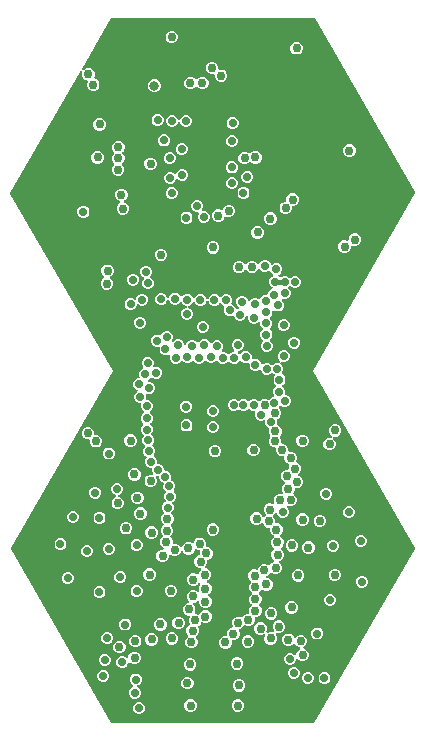
<source format=gbr>
G04 EAGLE Gerber RS-274X export*
G75*
%MOMM*%
%FSLAX34Y34*%
%LPD*%
%INCopper Layer 15*%
%IPPOS*%
%AMOC8*
5,1,8,0,0,1.08239X$1,22.5*%
G01*
%ADD10C,0.756400*%
%ADD11C,0.806400*%
%ADD12C,0.706400*%
%ADD13C,0.203200*%
%ADD14C,0.406400*%
%ADD15C,0.304800*%

G36*
X85167Y-448044D02*
X85167Y-448044D01*
X85245Y-448043D01*
X85307Y-448025D01*
X85372Y-448015D01*
X85442Y-447984D01*
X85517Y-447961D01*
X85571Y-447926D01*
X85631Y-447899D01*
X85690Y-447849D01*
X85756Y-447807D01*
X85791Y-447764D01*
X85848Y-447716D01*
X85920Y-447608D01*
X85969Y-447548D01*
X170741Y-300778D01*
X170770Y-300706D01*
X170808Y-300639D01*
X170823Y-300575D01*
X170848Y-300514D01*
X170856Y-300437D01*
X170873Y-300362D01*
X170870Y-300297D01*
X170877Y-300232D01*
X170863Y-300156D01*
X170859Y-300078D01*
X170839Y-300025D01*
X170826Y-299952D01*
X170769Y-299836D01*
X170742Y-299763D01*
X84357Y-149860D01*
X171245Y916D01*
X171274Y988D01*
X171311Y1056D01*
X171326Y1119D01*
X171351Y1180D01*
X171359Y1257D01*
X171376Y1332D01*
X171373Y1398D01*
X171380Y1463D01*
X171366Y1539D01*
X171362Y1616D01*
X171342Y1669D01*
X171329Y1743D01*
X171272Y1858D01*
X171244Y1931D01*
X86484Y148744D01*
X86436Y148805D01*
X86397Y148872D01*
X86349Y148916D01*
X86309Y148968D01*
X86246Y149013D01*
X86189Y149066D01*
X86131Y149096D01*
X86079Y149134D01*
X86005Y149160D01*
X85936Y149196D01*
X85881Y149205D01*
X85811Y149230D01*
X85682Y149238D01*
X85605Y149251D01*
X-85551Y149251D01*
X-85628Y149240D01*
X-85706Y149239D01*
X-85768Y149221D01*
X-85833Y149211D01*
X-85904Y149180D01*
X-85978Y149157D01*
X-86033Y149122D01*
X-86092Y149095D01*
X-86151Y149045D01*
X-86217Y149003D01*
X-86252Y148960D01*
X-86309Y148912D01*
X-86381Y148804D01*
X-86430Y148744D01*
X-110967Y106243D01*
X-110971Y106234D01*
X-110977Y106226D01*
X-111024Y106103D01*
X-111074Y105980D01*
X-111075Y105970D01*
X-111078Y105961D01*
X-111089Y105828D01*
X-111103Y105697D01*
X-111101Y105687D01*
X-111102Y105677D01*
X-111076Y105548D01*
X-111052Y105417D01*
X-111048Y105408D01*
X-111046Y105399D01*
X-110985Y105281D01*
X-110926Y105162D01*
X-110919Y105155D01*
X-110915Y105146D01*
X-110824Y105050D01*
X-110734Y104952D01*
X-110726Y104947D01*
X-110719Y104940D01*
X-110605Y104874D01*
X-110492Y104804D01*
X-110482Y104801D01*
X-110474Y104796D01*
X-110346Y104764D01*
X-110217Y104729D01*
X-110208Y104729D01*
X-110198Y104726D01*
X-110066Y104731D01*
X-109933Y104732D01*
X-109924Y104735D01*
X-109914Y104735D01*
X-109788Y104776D01*
X-109661Y104814D01*
X-109653Y104820D01*
X-109643Y104823D01*
X-109597Y104856D01*
X-109422Y104969D01*
X-109399Y104997D01*
X-109370Y105018D01*
X-108416Y105972D01*
X-106466Y106780D01*
X-104354Y106780D01*
X-102404Y105972D01*
X-100911Y104479D01*
X-100103Y102529D01*
X-100103Y100417D01*
X-100591Y99240D01*
X-100606Y99183D01*
X-100629Y99130D01*
X-100641Y99046D01*
X-100662Y98965D01*
X-100660Y98906D01*
X-100668Y98848D01*
X-100656Y98765D01*
X-100654Y98681D01*
X-100636Y98625D01*
X-100628Y98567D01*
X-100593Y98490D01*
X-100567Y98410D01*
X-100534Y98361D01*
X-100510Y98308D01*
X-100456Y98244D01*
X-100409Y98174D01*
X-100364Y98136D01*
X-100326Y98092D01*
X-100268Y98055D01*
X-100191Y97991D01*
X-100100Y97950D01*
X-100041Y97914D01*
X-98340Y97209D01*
X-96847Y95716D01*
X-96039Y93766D01*
X-96039Y91654D01*
X-96847Y89704D01*
X-98340Y88211D01*
X-100290Y87403D01*
X-102402Y87403D01*
X-104352Y88211D01*
X-105845Y89704D01*
X-106653Y91654D01*
X-106653Y93766D01*
X-106165Y94943D01*
X-106150Y95000D01*
X-106127Y95053D01*
X-106115Y95137D01*
X-106094Y95218D01*
X-106096Y95277D01*
X-106088Y95335D01*
X-106100Y95418D01*
X-106102Y95502D01*
X-106120Y95558D01*
X-106128Y95616D01*
X-106163Y95693D01*
X-106189Y95773D01*
X-106221Y95822D01*
X-106246Y95875D01*
X-106300Y95939D01*
X-106347Y96009D01*
X-106392Y96047D01*
X-106430Y96091D01*
X-106488Y96128D01*
X-106565Y96192D01*
X-106656Y96233D01*
X-106715Y96269D01*
X-108416Y96974D01*
X-109909Y98467D01*
X-110717Y100417D01*
X-110717Y102529D01*
X-110563Y102900D01*
X-110544Y102974D01*
X-110515Y103044D01*
X-110509Y103110D01*
X-110492Y103175D01*
X-110494Y103251D01*
X-110486Y103327D01*
X-110498Y103393D01*
X-110500Y103459D01*
X-110523Y103532D01*
X-110537Y103607D01*
X-110567Y103667D01*
X-110587Y103730D01*
X-110629Y103793D01*
X-110663Y103862D01*
X-110708Y103911D01*
X-110745Y103966D01*
X-110803Y104015D01*
X-110855Y104071D01*
X-110912Y104106D01*
X-110963Y104149D01*
X-111032Y104180D01*
X-111097Y104220D01*
X-111162Y104237D01*
X-111222Y104264D01*
X-111298Y104275D01*
X-111372Y104295D01*
X-111438Y104294D01*
X-111504Y104303D01*
X-111580Y104293D01*
X-111656Y104292D01*
X-111720Y104272D01*
X-111785Y104263D01*
X-111855Y104231D01*
X-111928Y104209D01*
X-111984Y104173D01*
X-112045Y104146D01*
X-112103Y104096D01*
X-112167Y104055D01*
X-112203Y104011D01*
X-112261Y103961D01*
X-112315Y103875D01*
X-112380Y103796D01*
X-171535Y1333D01*
X-171564Y1262D01*
X-171602Y1194D01*
X-171617Y1130D01*
X-171641Y1070D01*
X-171649Y993D01*
X-171667Y917D01*
X-171664Y852D01*
X-171670Y787D01*
X-171657Y711D01*
X-171653Y633D01*
X-171633Y581D01*
X-171620Y507D01*
X-171563Y392D01*
X-171536Y319D01*
X-84992Y-149860D01*
X-171060Y-299213D01*
X-171089Y-299285D01*
X-171126Y-299353D01*
X-171141Y-299416D01*
X-171166Y-299477D01*
X-171174Y-299554D01*
X-171191Y-299629D01*
X-171188Y-299695D01*
X-171194Y-299760D01*
X-171181Y-299836D01*
X-171177Y-299913D01*
X-171157Y-299966D01*
X-171144Y-300039D01*
X-171086Y-300155D01*
X-171059Y-300228D01*
X-85969Y-447548D01*
X-85921Y-447609D01*
X-85882Y-447676D01*
X-85834Y-447720D01*
X-85794Y-447772D01*
X-85731Y-447817D01*
X-85674Y-447870D01*
X-85616Y-447900D01*
X-85563Y-447938D01*
X-85490Y-447964D01*
X-85421Y-448000D01*
X-85366Y-448009D01*
X-85296Y-448034D01*
X-85167Y-448042D01*
X-85090Y-448055D01*
X85090Y-448055D01*
X85167Y-448044D01*
G37*
%LPC*%
G36*
X9485Y-384783D02*
X9485Y-384783D01*
X7535Y-383975D01*
X6042Y-382482D01*
X5234Y-380532D01*
X5234Y-378420D01*
X6042Y-376470D01*
X7535Y-374977D01*
X9485Y-374169D01*
X10950Y-374169D01*
X11008Y-374161D01*
X11066Y-374163D01*
X11148Y-374141D01*
X11232Y-374129D01*
X11285Y-374106D01*
X11341Y-374091D01*
X11414Y-374048D01*
X11491Y-374013D01*
X11536Y-373975D01*
X11586Y-373946D01*
X11644Y-373884D01*
X11708Y-373830D01*
X11740Y-373781D01*
X11780Y-373738D01*
X11819Y-373663D01*
X11866Y-373593D01*
X11883Y-373537D01*
X11910Y-373485D01*
X11921Y-373417D01*
X11951Y-373322D01*
X11954Y-373222D01*
X11965Y-373154D01*
X11965Y-371181D01*
X12773Y-369231D01*
X14266Y-367738D01*
X16147Y-366959D01*
X16198Y-366929D01*
X16252Y-366908D01*
X16319Y-366857D01*
X16392Y-366814D01*
X16432Y-366772D01*
X16479Y-366737D01*
X16529Y-366669D01*
X16587Y-366608D01*
X16614Y-366556D01*
X16649Y-366509D01*
X16679Y-366430D01*
X16717Y-366355D01*
X16729Y-366298D01*
X16749Y-366243D01*
X16756Y-366159D01*
X16772Y-366076D01*
X16767Y-366018D01*
X16772Y-365960D01*
X16756Y-365892D01*
X16748Y-365793D01*
X16712Y-365700D01*
X16697Y-365632D01*
X16029Y-364022D01*
X16029Y-361910D01*
X16837Y-359960D01*
X18330Y-358467D01*
X20280Y-357659D01*
X22392Y-357659D01*
X24108Y-358370D01*
X24164Y-358385D01*
X24218Y-358408D01*
X24301Y-358420D01*
X24383Y-358441D01*
X24441Y-358439D01*
X24499Y-358447D01*
X24583Y-358435D01*
X24667Y-358433D01*
X24723Y-358415D01*
X24781Y-358407D01*
X24858Y-358372D01*
X24938Y-358346D01*
X24986Y-358314D01*
X25040Y-358290D01*
X25104Y-358235D01*
X25174Y-358188D01*
X25212Y-358143D01*
X25256Y-358105D01*
X25293Y-358047D01*
X25357Y-357970D01*
X25398Y-357879D01*
X25434Y-357821D01*
X25600Y-357420D01*
X27093Y-355927D01*
X29043Y-355119D01*
X29815Y-355119D01*
X29929Y-355103D01*
X30044Y-355093D01*
X30070Y-355083D01*
X30097Y-355079D01*
X30202Y-355032D01*
X30309Y-354991D01*
X30331Y-354974D01*
X30356Y-354963D01*
X30444Y-354889D01*
X30536Y-354820D01*
X30552Y-354797D01*
X30573Y-354780D01*
X30637Y-354684D01*
X30706Y-354592D01*
X30716Y-354566D01*
X30731Y-354543D01*
X30766Y-354433D01*
X30806Y-354326D01*
X30808Y-354298D01*
X30817Y-354272D01*
X30820Y-354157D01*
X30829Y-354042D01*
X30823Y-354018D01*
X30824Y-353988D01*
X30761Y-353747D01*
X30761Y-351623D01*
X31569Y-349673D01*
X32671Y-348571D01*
X32706Y-348524D01*
X32749Y-348484D01*
X32792Y-348411D01*
X32842Y-348344D01*
X32863Y-348289D01*
X32893Y-348239D01*
X32913Y-348157D01*
X32943Y-348078D01*
X32948Y-348020D01*
X32963Y-347963D01*
X32960Y-347879D01*
X32967Y-347795D01*
X32955Y-347737D01*
X32954Y-347679D01*
X32928Y-347599D01*
X32911Y-347516D01*
X32884Y-347464D01*
X32866Y-347408D01*
X32826Y-347352D01*
X32780Y-347264D01*
X32711Y-347191D01*
X32671Y-347135D01*
X31442Y-345906D01*
X30634Y-343956D01*
X30634Y-341844D01*
X31442Y-339894D01*
X32735Y-338601D01*
X32770Y-338555D01*
X32812Y-338514D01*
X32855Y-338442D01*
X32906Y-338374D01*
X32927Y-338320D01*
X32956Y-338269D01*
X32977Y-338188D01*
X33007Y-338109D01*
X33012Y-338050D01*
X33026Y-337994D01*
X33023Y-337909D01*
X33030Y-337825D01*
X33019Y-337768D01*
X33017Y-337709D01*
X32991Y-337629D01*
X32975Y-337547D01*
X32948Y-337495D01*
X32930Y-337439D01*
X32890Y-337383D01*
X32844Y-337294D01*
X32775Y-337222D01*
X32735Y-337166D01*
X31442Y-335873D01*
X30634Y-333923D01*
X30634Y-331811D01*
X31442Y-329861D01*
X32290Y-329013D01*
X32325Y-328966D01*
X32368Y-328926D01*
X32411Y-328853D01*
X32461Y-328786D01*
X32482Y-328731D01*
X32512Y-328681D01*
X32532Y-328599D01*
X32562Y-328520D01*
X32567Y-328462D01*
X32582Y-328405D01*
X32579Y-328321D01*
X32586Y-328237D01*
X32574Y-328179D01*
X32573Y-328121D01*
X32547Y-328041D01*
X32530Y-327958D01*
X32503Y-327906D01*
X32485Y-327850D01*
X32445Y-327794D01*
X32399Y-327706D01*
X32336Y-327640D01*
X32325Y-327620D01*
X32313Y-327609D01*
X32290Y-327577D01*
X30807Y-326094D01*
X29999Y-324144D01*
X29999Y-322032D01*
X30807Y-320082D01*
X32300Y-318589D01*
X34250Y-317781D01*
X36362Y-317781D01*
X36727Y-317933D01*
X36784Y-317947D01*
X36838Y-317971D01*
X36921Y-317983D01*
X37003Y-318004D01*
X37061Y-318002D01*
X37119Y-318010D01*
X37203Y-317998D01*
X37287Y-317996D01*
X37343Y-317978D01*
X37401Y-317969D01*
X37477Y-317935D01*
X37558Y-317909D01*
X37606Y-317876D01*
X37660Y-317852D01*
X37724Y-317798D01*
X37794Y-317751D01*
X37831Y-317706D01*
X37876Y-317668D01*
X37913Y-317609D01*
X37977Y-317533D01*
X38017Y-317442D01*
X38054Y-317383D01*
X38935Y-315256D01*
X40428Y-313763D01*
X42378Y-312955D01*
X44490Y-312955D01*
X46440Y-313763D01*
X46890Y-314213D01*
X46982Y-314282D01*
X47070Y-314356D01*
X47095Y-314368D01*
X47117Y-314384D01*
X47225Y-314425D01*
X47330Y-314472D01*
X47357Y-314476D01*
X47383Y-314485D01*
X47497Y-314495D01*
X47611Y-314511D01*
X47639Y-314507D01*
X47666Y-314509D01*
X47779Y-314486D01*
X47893Y-314470D01*
X47918Y-314459D01*
X47945Y-314453D01*
X48047Y-314400D01*
X48152Y-314353D01*
X48173Y-314335D01*
X48197Y-314322D01*
X48281Y-314243D01*
X48368Y-314169D01*
X48381Y-314147D01*
X48403Y-314126D01*
X48538Y-313897D01*
X48546Y-313884D01*
X48714Y-313478D01*
X50207Y-311985D01*
X51421Y-311482D01*
X51520Y-311424D01*
X51622Y-311371D01*
X51642Y-311352D01*
X51666Y-311338D01*
X51745Y-311254D01*
X51828Y-311175D01*
X51842Y-311151D01*
X51861Y-311131D01*
X51914Y-311029D01*
X51972Y-310930D01*
X51979Y-310903D01*
X51991Y-310878D01*
X52014Y-310765D01*
X52042Y-310654D01*
X52041Y-310627D01*
X52046Y-310599D01*
X52037Y-310485D01*
X52033Y-310370D01*
X52024Y-310344D01*
X52022Y-310316D01*
X51981Y-310209D01*
X51945Y-310100D01*
X51931Y-310079D01*
X51920Y-310051D01*
X51760Y-309839D01*
X51751Y-309826D01*
X50238Y-308314D01*
X49430Y-306364D01*
X49430Y-304252D01*
X50238Y-302302D01*
X51594Y-300946D01*
X51629Y-300899D01*
X51672Y-300859D01*
X51715Y-300786D01*
X51765Y-300719D01*
X51786Y-300664D01*
X51816Y-300614D01*
X51836Y-300532D01*
X51866Y-300453D01*
X51871Y-300395D01*
X51886Y-300338D01*
X51883Y-300254D01*
X51890Y-300170D01*
X51878Y-300112D01*
X51877Y-300054D01*
X51851Y-299974D01*
X51834Y-299891D01*
X51807Y-299839D01*
X51789Y-299783D01*
X51749Y-299727D01*
X51703Y-299639D01*
X51634Y-299566D01*
X51594Y-299510D01*
X49984Y-297900D01*
X49176Y-295950D01*
X49176Y-293838D01*
X49984Y-291888D01*
X51577Y-290295D01*
X51646Y-290203D01*
X51720Y-290115D01*
X51732Y-290090D01*
X51748Y-290068D01*
X51789Y-289960D01*
X51836Y-289855D01*
X51840Y-289828D01*
X51849Y-289802D01*
X51859Y-289688D01*
X51875Y-289574D01*
X51871Y-289546D01*
X51873Y-289519D01*
X51850Y-289406D01*
X51834Y-289292D01*
X51823Y-289267D01*
X51817Y-289240D01*
X51764Y-289138D01*
X51717Y-289033D01*
X51699Y-289012D01*
X51686Y-288988D01*
X51607Y-288904D01*
X51533Y-288817D01*
X51511Y-288804D01*
X51490Y-288782D01*
X51261Y-288647D01*
X51248Y-288639D01*
X50842Y-288471D01*
X49349Y-286978D01*
X48541Y-285028D01*
X48541Y-283436D01*
X48533Y-283378D01*
X48535Y-283320D01*
X48513Y-283238D01*
X48501Y-283154D01*
X48478Y-283101D01*
X48463Y-283045D01*
X48420Y-282972D01*
X48385Y-282895D01*
X48347Y-282850D01*
X48318Y-282800D01*
X48256Y-282742D01*
X48202Y-282678D01*
X48153Y-282646D01*
X48110Y-282606D01*
X48035Y-282567D01*
X47965Y-282520D01*
X47909Y-282503D01*
X47857Y-282476D01*
X47789Y-282465D01*
X47694Y-282435D01*
X47594Y-282432D01*
X47526Y-282421D01*
X46315Y-282421D01*
X44365Y-281613D01*
X42872Y-280120D01*
X42332Y-278816D01*
X42274Y-278717D01*
X42221Y-278615D01*
X42202Y-278595D01*
X42188Y-278571D01*
X42104Y-278492D01*
X42025Y-278409D01*
X42001Y-278395D01*
X41981Y-278376D01*
X41879Y-278324D01*
X41780Y-278265D01*
X41753Y-278259D01*
X41728Y-278246D01*
X41615Y-278224D01*
X41504Y-278195D01*
X41476Y-278196D01*
X41449Y-278191D01*
X41335Y-278201D01*
X41220Y-278204D01*
X41194Y-278213D01*
X41166Y-278215D01*
X41059Y-278256D01*
X40950Y-278292D01*
X40929Y-278306D01*
X40901Y-278317D01*
X40688Y-278478D01*
X40676Y-278487D01*
X39963Y-279200D01*
X38013Y-280008D01*
X35901Y-280008D01*
X33951Y-279200D01*
X32458Y-277707D01*
X31650Y-275757D01*
X31650Y-273645D01*
X32458Y-271695D01*
X33951Y-270202D01*
X35901Y-269394D01*
X38013Y-269394D01*
X39963Y-270202D01*
X41456Y-271695D01*
X41996Y-272999D01*
X42054Y-273098D01*
X42107Y-273200D01*
X42126Y-273220D01*
X42140Y-273244D01*
X42224Y-273323D01*
X42303Y-273406D01*
X42327Y-273420D01*
X42347Y-273439D01*
X42449Y-273492D01*
X42548Y-273550D01*
X42575Y-273556D01*
X42600Y-273569D01*
X42713Y-273591D01*
X42824Y-273620D01*
X42852Y-273619D01*
X42879Y-273624D01*
X42993Y-273614D01*
X43108Y-273611D01*
X43134Y-273602D01*
X43162Y-273600D01*
X43269Y-273559D01*
X43378Y-273523D01*
X43399Y-273509D01*
X43427Y-273498D01*
X43640Y-273337D01*
X43652Y-273328D01*
X44365Y-272615D01*
X44412Y-272596D01*
X44511Y-272537D01*
X44613Y-272485D01*
X44633Y-272465D01*
X44657Y-272451D01*
X44735Y-272368D01*
X44819Y-272289D01*
X44833Y-272265D01*
X44852Y-272245D01*
X44904Y-272143D01*
X44962Y-272043D01*
X44969Y-272016D01*
X44982Y-271992D01*
X45004Y-271879D01*
X45032Y-271768D01*
X45032Y-271740D01*
X45037Y-271713D01*
X45027Y-271599D01*
X45023Y-271484D01*
X45015Y-271457D01*
X45013Y-271430D01*
X44971Y-271323D01*
X44936Y-271213D01*
X44921Y-271193D01*
X44910Y-271164D01*
X44750Y-270952D01*
X44741Y-270940D01*
X43888Y-270087D01*
X43080Y-268137D01*
X43080Y-266025D01*
X43888Y-264075D01*
X45381Y-262582D01*
X47331Y-261774D01*
X49443Y-261774D01*
X50282Y-262122D01*
X50311Y-262129D01*
X50337Y-262143D01*
X50448Y-262165D01*
X50557Y-262193D01*
X50587Y-262192D01*
X50616Y-262198D01*
X50728Y-262188D01*
X50842Y-262185D01*
X50870Y-262176D01*
X50899Y-262173D01*
X51005Y-262133D01*
X51112Y-262098D01*
X51137Y-262082D01*
X51164Y-262071D01*
X51254Y-262003D01*
X51349Y-261940D01*
X51367Y-261917D01*
X51391Y-261900D01*
X51459Y-261809D01*
X51531Y-261722D01*
X51543Y-261696D01*
X51561Y-261672D01*
X51601Y-261566D01*
X51647Y-261463D01*
X51651Y-261433D01*
X51661Y-261406D01*
X51670Y-261293D01*
X51686Y-261181D01*
X51682Y-261152D01*
X51684Y-261123D01*
X51666Y-261046D01*
X51645Y-260900D01*
X51620Y-260843D01*
X51609Y-260796D01*
X51335Y-260136D01*
X51335Y-258024D01*
X52143Y-256074D01*
X53636Y-254581D01*
X55586Y-253773D01*
X57698Y-253773D01*
X58226Y-253992D01*
X58255Y-254000D01*
X58281Y-254013D01*
X58392Y-254035D01*
X58501Y-254063D01*
X58531Y-254062D01*
X58559Y-254068D01*
X58672Y-254058D01*
X58786Y-254055D01*
X58813Y-254046D01*
X58843Y-254043D01*
X58948Y-254003D01*
X59056Y-253968D01*
X59081Y-253952D01*
X59108Y-253941D01*
X59198Y-253873D01*
X59292Y-253810D01*
X59311Y-253788D01*
X59335Y-253770D01*
X59403Y-253679D01*
X59475Y-253592D01*
X59487Y-253566D01*
X59505Y-253542D01*
X59545Y-253436D01*
X59591Y-253333D01*
X59595Y-253304D01*
X59605Y-253276D01*
X59614Y-253163D01*
X59630Y-253051D01*
X59626Y-253022D01*
X59628Y-252993D01*
X59610Y-252917D01*
X59589Y-252770D01*
X59563Y-252713D01*
X59553Y-252666D01*
X58701Y-250611D01*
X58701Y-248499D01*
X59509Y-246549D01*
X60954Y-245105D01*
X61023Y-245013D01*
X61097Y-244925D01*
X61108Y-244900D01*
X61124Y-244877D01*
X61165Y-244770D01*
X61212Y-244665D01*
X61216Y-244638D01*
X61226Y-244612D01*
X61235Y-244497D01*
X61251Y-244384D01*
X61247Y-244356D01*
X61249Y-244328D01*
X61227Y-244216D01*
X61210Y-244102D01*
X61199Y-244077D01*
X61193Y-244050D01*
X61140Y-243948D01*
X61093Y-243843D01*
X61075Y-243822D01*
X61062Y-243797D01*
X60983Y-243714D01*
X60909Y-243627D01*
X60888Y-243614D01*
X60867Y-243591D01*
X60637Y-243457D01*
X60624Y-243449D01*
X59859Y-243132D01*
X58366Y-241639D01*
X57558Y-239689D01*
X57558Y-237577D01*
X58366Y-235627D01*
X59859Y-234134D01*
X61809Y-233326D01*
X63147Y-233326D01*
X63205Y-233318D01*
X63263Y-233320D01*
X63345Y-233298D01*
X63429Y-233286D01*
X63482Y-233263D01*
X63538Y-233248D01*
X63611Y-233205D01*
X63688Y-233170D01*
X63733Y-233132D01*
X63783Y-233103D01*
X63841Y-233041D01*
X63905Y-232987D01*
X63937Y-232938D01*
X63977Y-232895D01*
X64016Y-232820D01*
X64063Y-232750D01*
X64080Y-232694D01*
X64107Y-232642D01*
X64118Y-232574D01*
X64148Y-232479D01*
X64151Y-232379D01*
X64162Y-232311D01*
X64162Y-231227D01*
X64814Y-229654D01*
X64829Y-229597D01*
X64852Y-229544D01*
X64864Y-229460D01*
X64885Y-229378D01*
X64883Y-229320D01*
X64891Y-229262D01*
X64879Y-229178D01*
X64877Y-229094D01*
X64859Y-229039D01*
X64851Y-228981D01*
X64816Y-228904D01*
X64790Y-228823D01*
X64758Y-228775D01*
X64734Y-228722D01*
X64679Y-228657D01*
X64632Y-228587D01*
X64587Y-228550D01*
X64549Y-228505D01*
X64491Y-228469D01*
X64414Y-228404D01*
X64323Y-228364D01*
X64265Y-228327D01*
X62907Y-227765D01*
X61414Y-226272D01*
X60606Y-224322D01*
X60606Y-222857D01*
X60598Y-222799D01*
X60600Y-222741D01*
X60578Y-222659D01*
X60566Y-222575D01*
X60543Y-222522D01*
X60528Y-222466D01*
X60485Y-222393D01*
X60450Y-222316D01*
X60412Y-222271D01*
X60383Y-222221D01*
X60321Y-222163D01*
X60267Y-222099D01*
X60218Y-222067D01*
X60175Y-222027D01*
X60100Y-221988D01*
X60030Y-221941D01*
X59974Y-221924D01*
X59922Y-221897D01*
X59854Y-221886D01*
X59759Y-221856D01*
X59659Y-221853D01*
X59591Y-221842D01*
X57491Y-221842D01*
X55541Y-221034D01*
X54048Y-219541D01*
X53240Y-217591D01*
X53240Y-215364D01*
X53232Y-215306D01*
X53234Y-215248D01*
X53212Y-215166D01*
X53200Y-215082D01*
X53177Y-215029D01*
X53162Y-214973D01*
X53119Y-214900D01*
X53084Y-214823D01*
X53046Y-214778D01*
X53017Y-214728D01*
X52955Y-214670D01*
X52901Y-214606D01*
X52852Y-214574D01*
X52809Y-214534D01*
X52734Y-214495D01*
X52664Y-214448D01*
X52608Y-214431D01*
X52556Y-214404D01*
X52488Y-214393D01*
X52393Y-214363D01*
X52293Y-214360D01*
X52225Y-214349D01*
X51395Y-214349D01*
X49445Y-213541D01*
X47952Y-212048D01*
X47144Y-210098D01*
X47144Y-207986D01*
X47952Y-206036D01*
X48546Y-205442D01*
X48581Y-205395D01*
X48624Y-205355D01*
X48667Y-205282D01*
X48717Y-205215D01*
X48738Y-205160D01*
X48768Y-205110D01*
X48788Y-205028D01*
X48818Y-204949D01*
X48823Y-204891D01*
X48838Y-204834D01*
X48835Y-204750D01*
X48842Y-204666D01*
X48830Y-204608D01*
X48829Y-204550D01*
X48803Y-204470D01*
X48786Y-204387D01*
X48759Y-204335D01*
X48741Y-204279D01*
X48701Y-204223D01*
X48655Y-204135D01*
X48586Y-204062D01*
X48546Y-204006D01*
X48333Y-203793D01*
X47525Y-201843D01*
X47525Y-199731D01*
X47842Y-198966D01*
X47857Y-198909D01*
X47881Y-198856D01*
X47892Y-198772D01*
X47913Y-198691D01*
X47912Y-198632D01*
X47920Y-198574D01*
X47908Y-198491D01*
X47905Y-198406D01*
X47887Y-198351D01*
X47879Y-198293D01*
X47844Y-198216D01*
X47819Y-198136D01*
X47786Y-198087D01*
X47762Y-198034D01*
X47707Y-197970D01*
X47660Y-197899D01*
X47615Y-197862D01*
X47578Y-197817D01*
X47519Y-197781D01*
X47443Y-197717D01*
X47352Y-197676D01*
X47293Y-197639D01*
X46539Y-197327D01*
X45116Y-195904D01*
X44346Y-194046D01*
X44346Y-192148D01*
X44339Y-192100D01*
X44340Y-192096D01*
X44338Y-192091D01*
X44330Y-192034D01*
X44320Y-191920D01*
X44310Y-191894D01*
X44306Y-191866D01*
X44259Y-191761D01*
X44218Y-191654D01*
X44202Y-191632D01*
X44190Y-191607D01*
X44116Y-191519D01*
X44047Y-191427D01*
X44024Y-191411D01*
X44007Y-191390D01*
X43911Y-191326D01*
X43819Y-191257D01*
X43793Y-191248D01*
X43770Y-191232D01*
X43660Y-191197D01*
X43553Y-191157D01*
X43525Y-191155D01*
X43499Y-191146D01*
X43384Y-191143D01*
X43270Y-191134D01*
X43245Y-191140D01*
X43215Y-191139D01*
X42958Y-191206D01*
X42942Y-191210D01*
X41646Y-191747D01*
X39634Y-191747D01*
X37776Y-190977D01*
X36353Y-189554D01*
X35583Y-187696D01*
X35583Y-185684D01*
X35857Y-185023D01*
X35886Y-184911D01*
X35921Y-184802D01*
X35921Y-184774D01*
X35928Y-184747D01*
X35925Y-184633D01*
X35928Y-184518D01*
X35921Y-184491D01*
X35920Y-184463D01*
X35885Y-184354D01*
X35856Y-184243D01*
X35842Y-184219D01*
X35833Y-184192D01*
X35769Y-184097D01*
X35711Y-183998D01*
X35691Y-183979D01*
X35675Y-183956D01*
X35587Y-183882D01*
X35504Y-183804D01*
X35479Y-183791D01*
X35458Y-183773D01*
X35353Y-183726D01*
X35250Y-183674D01*
X35226Y-183670D01*
X35198Y-183658D01*
X34934Y-183621D01*
X34919Y-183619D01*
X33665Y-183619D01*
X31807Y-182849D01*
X31007Y-182050D01*
X30961Y-182015D01*
X30920Y-181972D01*
X30847Y-181929D01*
X30780Y-181879D01*
X30726Y-181858D01*
X30675Y-181828D01*
X30593Y-181808D01*
X30515Y-181778D01*
X30456Y-181773D01*
X30400Y-181758D01*
X30315Y-181761D01*
X30231Y-181754D01*
X30174Y-181766D01*
X30115Y-181767D01*
X30035Y-181793D01*
X29952Y-181810D01*
X29901Y-181837D01*
X29845Y-181855D01*
X29789Y-181895D01*
X29700Y-181941D01*
X29628Y-182010D01*
X29572Y-182050D01*
X28772Y-182849D01*
X26914Y-183619D01*
X24902Y-183619D01*
X23044Y-182849D01*
X22498Y-182304D01*
X22452Y-182269D01*
X22411Y-182226D01*
X22338Y-182183D01*
X22271Y-182133D01*
X22217Y-182112D01*
X22166Y-182082D01*
X22084Y-182062D01*
X22006Y-182032D01*
X21947Y-182027D01*
X21891Y-182012D01*
X21806Y-182015D01*
X21722Y-182008D01*
X21665Y-182020D01*
X21606Y-182021D01*
X21526Y-182047D01*
X21443Y-182064D01*
X21392Y-182091D01*
X21336Y-182109D01*
X21280Y-182149D01*
X21191Y-182195D01*
X21119Y-182264D01*
X21063Y-182304D01*
X20517Y-182849D01*
X18659Y-183619D01*
X16647Y-183619D01*
X14789Y-182849D01*
X13366Y-181426D01*
X12596Y-179568D01*
X12596Y-177556D01*
X13366Y-175698D01*
X14789Y-174275D01*
X16647Y-173505D01*
X18659Y-173505D01*
X20517Y-174275D01*
X21063Y-174820D01*
X21109Y-174855D01*
X21150Y-174898D01*
X21222Y-174941D01*
X21290Y-174991D01*
X21344Y-175012D01*
X21395Y-175042D01*
X21476Y-175062D01*
X21555Y-175092D01*
X21614Y-175097D01*
X21670Y-175112D01*
X21755Y-175109D01*
X21839Y-175116D01*
X21896Y-175104D01*
X21955Y-175103D01*
X22035Y-175077D01*
X22117Y-175060D01*
X22169Y-175033D01*
X22225Y-175015D01*
X22281Y-174975D01*
X22370Y-174929D01*
X22442Y-174860D01*
X22498Y-174820D01*
X23044Y-174275D01*
X24902Y-173505D01*
X26914Y-173505D01*
X28772Y-174275D01*
X29572Y-175074D01*
X29618Y-175109D01*
X29659Y-175152D01*
X29731Y-175195D01*
X29799Y-175245D01*
X29853Y-175266D01*
X29904Y-175296D01*
X29985Y-175316D01*
X30064Y-175346D01*
X30123Y-175351D01*
X30179Y-175366D01*
X30264Y-175363D01*
X30348Y-175370D01*
X30405Y-175358D01*
X30464Y-175357D01*
X30544Y-175331D01*
X30626Y-175314D01*
X30678Y-175287D01*
X30734Y-175269D01*
X30790Y-175229D01*
X30879Y-175183D01*
X30951Y-175114D01*
X31007Y-175074D01*
X31807Y-174275D01*
X33665Y-173505D01*
X35677Y-173505D01*
X37535Y-174275D01*
X38475Y-175215D01*
X38522Y-175250D01*
X38562Y-175293D01*
X38635Y-175335D01*
X38703Y-175386D01*
X38757Y-175407D01*
X38808Y-175436D01*
X38889Y-175457D01*
X38968Y-175487D01*
X39027Y-175492D01*
X39083Y-175506D01*
X39167Y-175504D01*
X39251Y-175511D01*
X39309Y-175499D01*
X39367Y-175497D01*
X39448Y-175471D01*
X39530Y-175455D01*
X39582Y-175428D01*
X39638Y-175410D01*
X39694Y-175370D01*
X39783Y-175324D01*
X39855Y-175255D01*
X39911Y-175215D01*
X40809Y-174317D01*
X42759Y-173509D01*
X44871Y-173509D01*
X46504Y-174186D01*
X46505Y-174186D01*
X46507Y-174187D01*
X46638Y-174220D01*
X46779Y-174257D01*
X46781Y-174257D01*
X46782Y-174257D01*
X46923Y-174253D01*
X47063Y-174249D01*
X47065Y-174248D01*
X47066Y-174248D01*
X47203Y-174204D01*
X47334Y-174162D01*
X47335Y-174161D01*
X47337Y-174161D01*
X47349Y-174151D01*
X47570Y-174004D01*
X47590Y-173980D01*
X47610Y-173966D01*
X49079Y-172497D01*
X51070Y-171672D01*
X51084Y-171669D01*
X51111Y-171655D01*
X51124Y-171650D01*
X51143Y-171639D01*
X51184Y-171617D01*
X51287Y-171571D01*
X51310Y-171552D01*
X51336Y-171538D01*
X51418Y-171460D01*
X51504Y-171388D01*
X51520Y-171363D01*
X51542Y-171342D01*
X51599Y-171245D01*
X51661Y-171151D01*
X51670Y-171122D01*
X51686Y-171097D01*
X51713Y-170987D01*
X51747Y-170880D01*
X51748Y-170850D01*
X51755Y-170821D01*
X51752Y-170708D01*
X51755Y-170596D01*
X51747Y-170567D01*
X51746Y-170537D01*
X51711Y-170429D01*
X51683Y-170321D01*
X51667Y-170295D01*
X51658Y-170266D01*
X51644Y-170247D01*
X50823Y-168265D01*
X50823Y-166253D01*
X51593Y-164395D01*
X53016Y-162972D01*
X53182Y-162903D01*
X53281Y-162845D01*
X53383Y-162792D01*
X53403Y-162773D01*
X53427Y-162758D01*
X53506Y-162675D01*
X53589Y-162596D01*
X53603Y-162572D01*
X53622Y-162552D01*
X53675Y-162450D01*
X53733Y-162351D01*
X53740Y-162324D01*
X53753Y-162299D01*
X53775Y-162186D01*
X53803Y-162075D01*
X53802Y-162047D01*
X53808Y-162020D01*
X53798Y-161906D01*
X53794Y-161791D01*
X53786Y-161764D01*
X53783Y-161737D01*
X53742Y-161630D01*
X53707Y-161520D01*
X53692Y-161500D01*
X53681Y-161472D01*
X53520Y-161259D01*
X53512Y-161247D01*
X52101Y-159836D01*
X51331Y-157978D01*
X51331Y-155966D01*
X52101Y-154108D01*
X52167Y-154041D01*
X52236Y-153950D01*
X52310Y-153862D01*
X52322Y-153836D01*
X52338Y-153814D01*
X52379Y-153707D01*
X52426Y-153602D01*
X52430Y-153574D01*
X52440Y-153548D01*
X52449Y-153434D01*
X52465Y-153320D01*
X52461Y-153293D01*
X52463Y-153265D01*
X52441Y-153153D01*
X52424Y-153039D01*
X52413Y-153014D01*
X52407Y-152986D01*
X52354Y-152885D01*
X52307Y-152780D01*
X52289Y-152759D01*
X52276Y-152734D01*
X52197Y-152651D01*
X52123Y-152563D01*
X52102Y-152550D01*
X52080Y-152528D01*
X51851Y-152393D01*
X51838Y-152385D01*
X51492Y-152242D01*
X50692Y-151443D01*
X50646Y-151408D01*
X50605Y-151365D01*
X50532Y-151322D01*
X50465Y-151272D01*
X50411Y-151251D01*
X50360Y-151221D01*
X50278Y-151201D01*
X50200Y-151171D01*
X50141Y-151166D01*
X50085Y-151151D01*
X50000Y-151154D01*
X49916Y-151147D01*
X49859Y-151159D01*
X49800Y-151160D01*
X49720Y-151186D01*
X49637Y-151203D01*
X49586Y-151230D01*
X49530Y-151248D01*
X49474Y-151288D01*
X49385Y-151334D01*
X49313Y-151403D01*
X49257Y-151443D01*
X48457Y-152242D01*
X46599Y-153012D01*
X44587Y-153012D01*
X42729Y-152242D01*
X41306Y-150819D01*
X40642Y-149216D01*
X40584Y-149117D01*
X40531Y-149015D01*
X40511Y-148995D01*
X40497Y-148971D01*
X40414Y-148892D01*
X40335Y-148809D01*
X40311Y-148795D01*
X40291Y-148776D01*
X40188Y-148723D01*
X40089Y-148665D01*
X40063Y-148658D01*
X40038Y-148645D01*
X39925Y-148623D01*
X39814Y-148595D01*
X39786Y-148596D01*
X39759Y-148590D01*
X39645Y-148600D01*
X39530Y-148604D01*
X39503Y-148613D01*
X39476Y-148615D01*
X39369Y-148656D01*
X39259Y-148691D01*
X39239Y-148706D01*
X39210Y-148717D01*
X38998Y-148877D01*
X38986Y-148886D01*
X38932Y-148940D01*
X37074Y-149710D01*
X35062Y-149710D01*
X33204Y-148940D01*
X31781Y-147517D01*
X31011Y-145659D01*
X31011Y-143791D01*
X30995Y-143678D01*
X30985Y-143563D01*
X30975Y-143537D01*
X30971Y-143510D01*
X30924Y-143405D01*
X30883Y-143298D01*
X30867Y-143276D01*
X30855Y-143251D01*
X30781Y-143163D01*
X30712Y-143071D01*
X30689Y-143055D01*
X30672Y-143034D01*
X30576Y-142970D01*
X30484Y-142901D01*
X30458Y-142891D01*
X30435Y-142876D01*
X30325Y-142841D01*
X30218Y-142801D01*
X30190Y-142799D01*
X30164Y-142790D01*
X30049Y-142787D01*
X29935Y-142778D01*
X29910Y-142784D01*
X29880Y-142783D01*
X29623Y-142850D01*
X29607Y-142853D01*
X28692Y-143233D01*
X26680Y-143233D01*
X24822Y-142463D01*
X23768Y-141410D01*
X23722Y-141375D01*
X23681Y-141332D01*
X23609Y-141289D01*
X23541Y-141239D01*
X23487Y-141218D01*
X23436Y-141188D01*
X23354Y-141168D01*
X23276Y-141138D01*
X23217Y-141133D01*
X23161Y-141118D01*
X23076Y-141121D01*
X22992Y-141114D01*
X22935Y-141126D01*
X22876Y-141127D01*
X22796Y-141153D01*
X22713Y-141170D01*
X22662Y-141197D01*
X22606Y-141215D01*
X22550Y-141255D01*
X22461Y-141301D01*
X22389Y-141370D01*
X22333Y-141410D01*
X21025Y-142717D01*
X19167Y-143487D01*
X17155Y-143487D01*
X15297Y-142717D01*
X13989Y-141410D01*
X13943Y-141375D01*
X13902Y-141332D01*
X13830Y-141289D01*
X13762Y-141239D01*
X13708Y-141218D01*
X13657Y-141188D01*
X13575Y-141168D01*
X13497Y-141138D01*
X13438Y-141133D01*
X13382Y-141118D01*
X13297Y-141121D01*
X13213Y-141114D01*
X13156Y-141126D01*
X13097Y-141127D01*
X13017Y-141153D01*
X12934Y-141170D01*
X12883Y-141197D01*
X12827Y-141215D01*
X12771Y-141255D01*
X12682Y-141301D01*
X12610Y-141370D01*
X12554Y-141410D01*
X11246Y-142717D01*
X9388Y-143487D01*
X7376Y-143487D01*
X5518Y-142717D01*
X4020Y-141219D01*
X3973Y-141184D01*
X3933Y-141142D01*
X3860Y-141099D01*
X3793Y-141048D01*
X3738Y-141027D01*
X3688Y-140998D01*
X3606Y-140977D01*
X3527Y-140947D01*
X3469Y-140942D01*
X3412Y-140928D01*
X3328Y-140931D01*
X3244Y-140924D01*
X3186Y-140935D01*
X3128Y-140937D01*
X3048Y-140963D01*
X2965Y-140979D01*
X2913Y-141006D01*
X2857Y-141024D01*
X2801Y-141064D01*
X2713Y-141110D01*
X2640Y-141179D01*
X2584Y-141219D01*
X1340Y-142463D01*
X-518Y-143233D01*
X-2530Y-143233D01*
X-4388Y-142463D01*
X-5784Y-141068D01*
X-5875Y-140999D01*
X-5963Y-140925D01*
X-5989Y-140913D01*
X-6011Y-140897D01*
X-6118Y-140856D01*
X-6223Y-140809D01*
X-6251Y-140805D01*
X-6277Y-140795D01*
X-6391Y-140786D01*
X-6505Y-140770D01*
X-6532Y-140774D01*
X-6560Y-140772D01*
X-6672Y-140794D01*
X-6786Y-140811D01*
X-6811Y-140822D01*
X-6839Y-140828D01*
X-6941Y-140881D01*
X-7045Y-140928D01*
X-7066Y-140946D01*
X-7091Y-140959D01*
X-7174Y-141038D01*
X-7262Y-141112D01*
X-7275Y-141133D01*
X-7297Y-141155D01*
X-7353Y-141251D01*
X-8820Y-142717D01*
X-10678Y-143487D01*
X-12690Y-143487D01*
X-14548Y-142717D01*
X-16046Y-141219D01*
X-16093Y-141184D01*
X-16133Y-141142D01*
X-16206Y-141099D01*
X-16273Y-141048D01*
X-16328Y-141027D01*
X-16378Y-140998D01*
X-16460Y-140977D01*
X-16539Y-140947D01*
X-16597Y-140942D01*
X-16654Y-140928D01*
X-16738Y-140931D01*
X-16822Y-140924D01*
X-16880Y-140935D01*
X-16938Y-140937D01*
X-17018Y-140963D01*
X-17101Y-140979D01*
X-17153Y-141006D01*
X-17209Y-141024D01*
X-17265Y-141064D01*
X-17353Y-141110D01*
X-17426Y-141179D01*
X-17482Y-141219D01*
X-18726Y-142463D01*
X-20584Y-143233D01*
X-22596Y-143233D01*
X-24454Y-142463D01*
X-25698Y-141219D01*
X-25745Y-141184D01*
X-25785Y-141142D01*
X-25858Y-141099D01*
X-25925Y-141048D01*
X-25980Y-141027D01*
X-26030Y-140998D01*
X-26112Y-140977D01*
X-26191Y-140947D01*
X-26249Y-140942D01*
X-26306Y-140928D01*
X-26390Y-140931D01*
X-26474Y-140924D01*
X-26532Y-140935D01*
X-26590Y-140937D01*
X-26670Y-140963D01*
X-26753Y-140979D01*
X-26805Y-141006D01*
X-26861Y-141024D01*
X-26917Y-141064D01*
X-27005Y-141110D01*
X-27078Y-141179D01*
X-27134Y-141219D01*
X-28632Y-142717D01*
X-30490Y-143487D01*
X-32502Y-143487D01*
X-34360Y-142717D01*
X-35783Y-141294D01*
X-36553Y-139436D01*
X-36553Y-137424D01*
X-36433Y-137135D01*
X-36426Y-137107D01*
X-36412Y-137081D01*
X-36390Y-136970D01*
X-36362Y-136860D01*
X-36363Y-136831D01*
X-36357Y-136802D01*
X-36367Y-136689D01*
X-36370Y-136576D01*
X-36379Y-136548D01*
X-36382Y-136519D01*
X-36422Y-136413D01*
X-36457Y-136305D01*
X-36473Y-136281D01*
X-36484Y-136253D01*
X-36552Y-136163D01*
X-36615Y-136069D01*
X-36638Y-136050D01*
X-36655Y-136027D01*
X-36746Y-135959D01*
X-36833Y-135886D01*
X-36859Y-135874D01*
X-36883Y-135856D01*
X-36989Y-135816D01*
X-37092Y-135770D01*
X-37121Y-135766D01*
X-37149Y-135756D01*
X-37262Y-135747D01*
X-37374Y-135731D01*
X-37403Y-135736D01*
X-37432Y-135733D01*
X-37509Y-135751D01*
X-37655Y-135772D01*
X-37712Y-135798D01*
X-37759Y-135809D01*
X-39126Y-136375D01*
X-41138Y-136375D01*
X-42996Y-135605D01*
X-44419Y-134182D01*
X-45189Y-132324D01*
X-45189Y-130261D01*
X-45167Y-130192D01*
X-45166Y-130164D01*
X-45159Y-130137D01*
X-45163Y-130023D01*
X-45160Y-129908D01*
X-45167Y-129881D01*
X-45168Y-129853D01*
X-45203Y-129744D01*
X-45232Y-129633D01*
X-45246Y-129609D01*
X-45254Y-129582D01*
X-45318Y-129487D01*
X-45377Y-129388D01*
X-45397Y-129369D01*
X-45412Y-129346D01*
X-45500Y-129272D01*
X-45584Y-129194D01*
X-45609Y-129181D01*
X-45630Y-129163D01*
X-45735Y-129116D01*
X-45837Y-129064D01*
X-45862Y-129060D01*
X-45890Y-129048D01*
X-46154Y-129011D01*
X-46168Y-129009D01*
X-48123Y-129009D01*
X-49981Y-128239D01*
X-51404Y-126816D01*
X-52174Y-124958D01*
X-52174Y-122946D01*
X-51404Y-121088D01*
X-49981Y-119665D01*
X-48123Y-118895D01*
X-46111Y-118895D01*
X-45040Y-119339D01*
X-44983Y-119354D01*
X-44930Y-119377D01*
X-44846Y-119389D01*
X-44765Y-119410D01*
X-44706Y-119408D01*
X-44648Y-119416D01*
X-44565Y-119404D01*
X-44481Y-119402D01*
X-44425Y-119384D01*
X-44367Y-119376D01*
X-44290Y-119341D01*
X-44210Y-119315D01*
X-44161Y-119283D01*
X-44108Y-119258D01*
X-44044Y-119204D01*
X-43974Y-119157D01*
X-43936Y-119112D01*
X-43891Y-119074D01*
X-43855Y-119016D01*
X-43791Y-118939D01*
X-43750Y-118848D01*
X-43714Y-118789D01*
X-43403Y-118040D01*
X-41980Y-116617D01*
X-40122Y-115847D01*
X-38110Y-115847D01*
X-36252Y-116617D01*
X-34829Y-118040D01*
X-34059Y-119898D01*
X-34059Y-121910D01*
X-34706Y-123472D01*
X-34728Y-123555D01*
X-34758Y-123635D01*
X-34763Y-123692D01*
X-34777Y-123747D01*
X-34775Y-123833D01*
X-34782Y-123918D01*
X-34771Y-123974D01*
X-34769Y-124031D01*
X-34743Y-124113D01*
X-34726Y-124197D01*
X-34700Y-124248D01*
X-34682Y-124302D01*
X-34634Y-124373D01*
X-34595Y-124449D01*
X-34556Y-124491D01*
X-34524Y-124538D01*
X-34458Y-124593D01*
X-34399Y-124656D01*
X-34350Y-124684D01*
X-34306Y-124721D01*
X-34228Y-124756D01*
X-34154Y-124799D01*
X-34099Y-124813D01*
X-34047Y-124836D01*
X-33962Y-124848D01*
X-33878Y-124869D01*
X-33821Y-124868D01*
X-33765Y-124875D01*
X-33680Y-124863D01*
X-33594Y-124860D01*
X-33540Y-124843D01*
X-33484Y-124835D01*
X-33406Y-124799D01*
X-33324Y-124773D01*
X-33283Y-124744D01*
X-33225Y-124718D01*
X-33114Y-124624D01*
X-33050Y-124578D01*
X-32201Y-123729D01*
X-30343Y-122959D01*
X-28331Y-122959D01*
X-26473Y-123729D01*
X-25050Y-125152D01*
X-24317Y-126922D01*
X-24302Y-126947D01*
X-24293Y-126975D01*
X-24230Y-127069D01*
X-24172Y-127167D01*
X-24151Y-127187D01*
X-24135Y-127211D01*
X-24048Y-127284D01*
X-23966Y-127362D01*
X-23940Y-127375D01*
X-23917Y-127394D01*
X-23814Y-127440D01*
X-23713Y-127492D01*
X-23684Y-127498D01*
X-23657Y-127510D01*
X-23545Y-127525D01*
X-23434Y-127547D01*
X-23405Y-127545D01*
X-23376Y-127549D01*
X-23263Y-127532D01*
X-23151Y-127523D01*
X-23123Y-127512D01*
X-23094Y-127508D01*
X-22991Y-127461D01*
X-22885Y-127421D01*
X-22862Y-127403D01*
X-22835Y-127391D01*
X-22749Y-127317D01*
X-22659Y-127249D01*
X-22641Y-127225D01*
X-22619Y-127206D01*
X-22577Y-127140D01*
X-22489Y-127021D01*
X-22466Y-126963D01*
X-22441Y-126922D01*
X-21813Y-125406D01*
X-20390Y-123983D01*
X-18532Y-123213D01*
X-16520Y-123213D01*
X-14662Y-123983D01*
X-13198Y-125446D01*
X-13106Y-125516D01*
X-13019Y-125589D01*
X-12993Y-125601D01*
X-12971Y-125617D01*
X-12863Y-125658D01*
X-12759Y-125705D01*
X-12731Y-125709D01*
X-12705Y-125719D01*
X-12591Y-125728D01*
X-12477Y-125744D01*
X-12450Y-125740D01*
X-12422Y-125742D01*
X-12310Y-125720D01*
X-12196Y-125703D01*
X-12171Y-125692D01*
X-12143Y-125686D01*
X-12041Y-125633D01*
X-11937Y-125586D01*
X-11916Y-125568D01*
X-11891Y-125555D01*
X-11808Y-125476D01*
X-11720Y-125402D01*
X-11707Y-125381D01*
X-11685Y-125359D01*
X-11550Y-125130D01*
X-11542Y-125117D01*
X-11399Y-124770D01*
X-9976Y-123348D01*
X-8118Y-122578D01*
X-6106Y-122578D01*
X-4248Y-123348D01*
X-2825Y-124771D01*
X-2458Y-125656D01*
X-2400Y-125755D01*
X-2347Y-125857D01*
X-2328Y-125877D01*
X-2314Y-125901D01*
X-2230Y-125980D01*
X-2151Y-126063D01*
X-2127Y-126077D01*
X-2107Y-126096D01*
X-2005Y-126149D01*
X-1906Y-126207D01*
X-1879Y-126213D01*
X-1855Y-126226D01*
X-1742Y-126248D01*
X-1631Y-126277D01*
X-1603Y-126276D01*
X-1576Y-126281D01*
X-1461Y-126271D01*
X-1346Y-126268D01*
X-1320Y-126259D01*
X-1292Y-126257D01*
X-1185Y-126215D01*
X-1076Y-126180D01*
X-1056Y-126166D01*
X-1027Y-126155D01*
X-815Y-125994D01*
X-803Y-125985D01*
X565Y-124618D01*
X2423Y-123848D01*
X4435Y-123848D01*
X6293Y-124618D01*
X7716Y-126041D01*
X8486Y-127899D01*
X8486Y-129911D01*
X7677Y-131864D01*
X7675Y-131866D01*
X7664Y-131894D01*
X7648Y-131919D01*
X7613Y-132027D01*
X7573Y-132132D01*
X7571Y-132162D01*
X7562Y-132190D01*
X7559Y-132303D01*
X7549Y-132415D01*
X7555Y-132444D01*
X7554Y-132474D01*
X7583Y-132583D01*
X7605Y-132694D01*
X7619Y-132721D01*
X7626Y-132749D01*
X7684Y-132846D01*
X7736Y-132946D01*
X7756Y-132968D01*
X7772Y-132994D01*
X7854Y-133071D01*
X7931Y-133153D01*
X7957Y-133168D01*
X7979Y-133188D01*
X8079Y-133240D01*
X8176Y-133297D01*
X8205Y-133304D01*
X8232Y-133318D01*
X8309Y-133331D01*
X8452Y-133367D01*
X8515Y-133365D01*
X8563Y-133373D01*
X9388Y-133373D01*
X11246Y-134143D01*
X12554Y-135450D01*
X12600Y-135485D01*
X12641Y-135528D01*
X12713Y-135571D01*
X12781Y-135621D01*
X12835Y-135642D01*
X12886Y-135672D01*
X12967Y-135692D01*
X13046Y-135722D01*
X13105Y-135727D01*
X13161Y-135742D01*
X13246Y-135739D01*
X13330Y-135746D01*
X13387Y-135734D01*
X13446Y-135733D01*
X13526Y-135707D01*
X13608Y-135690D01*
X13660Y-135663D01*
X13716Y-135645D01*
X13772Y-135605D01*
X13861Y-135559D01*
X13933Y-135490D01*
X13989Y-135450D01*
X15297Y-134143D01*
X17169Y-133368D01*
X17260Y-133349D01*
X17372Y-133333D01*
X17399Y-133321D01*
X17428Y-133316D01*
X17529Y-133263D01*
X17632Y-133217D01*
X17654Y-133198D01*
X17680Y-133185D01*
X17762Y-133107D01*
X17849Y-133034D01*
X17865Y-133009D01*
X17886Y-132989D01*
X17944Y-132891D01*
X18006Y-132797D01*
X18015Y-132769D01*
X18030Y-132744D01*
X18058Y-132634D01*
X18092Y-132526D01*
X18093Y-132496D01*
X18100Y-132468D01*
X18097Y-132355D01*
X18100Y-132242D01*
X18092Y-132213D01*
X18091Y-132184D01*
X18056Y-132076D01*
X18028Y-131967D01*
X18013Y-131941D01*
X18004Y-131913D01*
X17958Y-131849D01*
X17882Y-131722D01*
X17841Y-131683D01*
X17837Y-131677D01*
X17831Y-131671D01*
X17809Y-131640D01*
X16668Y-130499D01*
X15898Y-128641D01*
X15898Y-126629D01*
X16668Y-124771D01*
X18091Y-123348D01*
X19949Y-122578D01*
X21961Y-122578D01*
X23819Y-123348D01*
X25242Y-124771D01*
X26012Y-126629D01*
X26012Y-128641D01*
X25242Y-130499D01*
X23819Y-131922D01*
X21947Y-132697D01*
X21856Y-132716D01*
X21744Y-132732D01*
X21717Y-132744D01*
X21688Y-132749D01*
X21588Y-132801D01*
X21484Y-132848D01*
X21462Y-132867D01*
X21436Y-132880D01*
X21354Y-132958D01*
X21267Y-133031D01*
X21251Y-133056D01*
X21230Y-133076D01*
X21172Y-133174D01*
X21110Y-133268D01*
X21101Y-133296D01*
X21086Y-133321D01*
X21058Y-133431D01*
X21024Y-133539D01*
X21023Y-133569D01*
X21016Y-133597D01*
X21019Y-133710D01*
X21016Y-133823D01*
X21024Y-133852D01*
X21025Y-133881D01*
X21060Y-133989D01*
X21088Y-134098D01*
X21103Y-134124D01*
X21112Y-134152D01*
X21158Y-134215D01*
X21234Y-134343D01*
X21279Y-134386D01*
X21307Y-134425D01*
X22079Y-135196D01*
X22125Y-135231D01*
X22166Y-135274D01*
X22239Y-135317D01*
X22306Y-135367D01*
X22360Y-135388D01*
X22411Y-135418D01*
X22493Y-135438D01*
X22571Y-135468D01*
X22630Y-135473D01*
X22686Y-135488D01*
X22771Y-135485D01*
X22855Y-135492D01*
X22912Y-135480D01*
X22971Y-135479D01*
X23051Y-135453D01*
X23133Y-135436D01*
X23185Y-135409D01*
X23241Y-135391D01*
X23297Y-135351D01*
X23386Y-135305D01*
X23458Y-135236D01*
X23514Y-135196D01*
X24822Y-133889D01*
X26680Y-133119D01*
X28692Y-133119D01*
X30550Y-133889D01*
X31973Y-135312D01*
X32743Y-137170D01*
X32743Y-139038D01*
X32759Y-139151D01*
X32769Y-139266D01*
X32779Y-139292D01*
X32783Y-139319D01*
X32830Y-139424D01*
X32871Y-139531D01*
X32887Y-139553D01*
X32899Y-139578D01*
X32973Y-139666D01*
X33042Y-139758D01*
X33065Y-139774D01*
X33082Y-139795D01*
X33178Y-139859D01*
X33270Y-139928D01*
X33296Y-139938D01*
X33319Y-139953D01*
X33429Y-139988D01*
X33536Y-140028D01*
X33564Y-140030D01*
X33590Y-140039D01*
X33705Y-140042D01*
X33819Y-140051D01*
X33844Y-140045D01*
X33874Y-140046D01*
X34131Y-139979D01*
X34147Y-139976D01*
X35062Y-139596D01*
X37074Y-139596D01*
X38932Y-140366D01*
X40355Y-141789D01*
X41019Y-143392D01*
X41077Y-143491D01*
X41130Y-143593D01*
X41150Y-143613D01*
X41164Y-143637D01*
X41247Y-143716D01*
X41326Y-143799D01*
X41350Y-143813D01*
X41370Y-143832D01*
X41473Y-143885D01*
X41572Y-143943D01*
X41598Y-143950D01*
X41623Y-143963D01*
X41736Y-143985D01*
X41847Y-144013D01*
X41875Y-144012D01*
X41902Y-144018D01*
X42016Y-144008D01*
X42131Y-144004D01*
X42158Y-143995D01*
X42185Y-143993D01*
X42292Y-143952D01*
X42402Y-143917D01*
X42422Y-143902D01*
X42451Y-143891D01*
X42663Y-143731D01*
X42675Y-143722D01*
X42729Y-143668D01*
X44587Y-142898D01*
X46599Y-142898D01*
X48457Y-143668D01*
X49257Y-144467D01*
X49303Y-144502D01*
X49344Y-144545D01*
X49416Y-144588D01*
X49484Y-144638D01*
X49538Y-144659D01*
X49589Y-144689D01*
X49670Y-144709D01*
X49749Y-144739D01*
X49808Y-144744D01*
X49864Y-144759D01*
X49949Y-144756D01*
X50033Y-144763D01*
X50090Y-144751D01*
X50149Y-144750D01*
X50229Y-144724D01*
X50311Y-144707D01*
X50363Y-144680D01*
X50419Y-144662D01*
X50475Y-144622D01*
X50564Y-144576D01*
X50636Y-144507D01*
X50692Y-144467D01*
X51492Y-143668D01*
X53350Y-142898D01*
X55362Y-142898D01*
X55840Y-143096D01*
X55923Y-143118D01*
X56003Y-143148D01*
X56060Y-143153D01*
X56115Y-143167D01*
X56201Y-143165D01*
X56286Y-143172D01*
X56342Y-143161D01*
X56399Y-143159D01*
X56481Y-143133D01*
X56565Y-143116D01*
X56616Y-143090D01*
X56670Y-143072D01*
X56741Y-143024D01*
X56817Y-142985D01*
X56859Y-142946D01*
X56906Y-142914D01*
X56961Y-142848D01*
X57024Y-142789D01*
X57052Y-142740D01*
X57089Y-142696D01*
X57124Y-142618D01*
X57167Y-142544D01*
X57181Y-142489D01*
X57204Y-142437D01*
X57216Y-142351D01*
X57237Y-142268D01*
X57236Y-142212D01*
X57243Y-142155D01*
X57231Y-142070D01*
X57228Y-141984D01*
X57211Y-141930D01*
X57203Y-141874D01*
X57167Y-141795D01*
X57141Y-141714D01*
X57112Y-141673D01*
X57086Y-141615D01*
X56992Y-141504D01*
X56946Y-141440D01*
X55657Y-140151D01*
X54887Y-138293D01*
X54887Y-136281D01*
X55657Y-134423D01*
X57080Y-133000D01*
X58938Y-132230D01*
X60950Y-132230D01*
X62808Y-133000D01*
X64231Y-134423D01*
X65001Y-136281D01*
X65001Y-138293D01*
X64231Y-140151D01*
X62808Y-141574D01*
X60950Y-142344D01*
X58938Y-142344D01*
X58460Y-142146D01*
X58377Y-142124D01*
X58297Y-142094D01*
X58240Y-142089D01*
X58185Y-142075D01*
X58099Y-142077D01*
X58014Y-142070D01*
X57958Y-142081D01*
X57901Y-142083D01*
X57819Y-142109D01*
X57735Y-142126D01*
X57684Y-142152D01*
X57630Y-142170D01*
X57559Y-142218D01*
X57483Y-142257D01*
X57441Y-142296D01*
X57394Y-142328D01*
X57339Y-142394D01*
X57276Y-142453D01*
X57248Y-142502D01*
X57211Y-142546D01*
X57176Y-142624D01*
X57133Y-142698D01*
X57119Y-142753D01*
X57096Y-142805D01*
X57084Y-142891D01*
X57063Y-142974D01*
X57064Y-143030D01*
X57057Y-143087D01*
X57069Y-143172D01*
X57072Y-143258D01*
X57089Y-143312D01*
X57097Y-143368D01*
X57133Y-143447D01*
X57159Y-143528D01*
X57188Y-143569D01*
X57214Y-143627D01*
X57309Y-143738D01*
X57354Y-143802D01*
X58643Y-145091D01*
X59413Y-146949D01*
X59413Y-148961D01*
X58643Y-150819D01*
X58577Y-150886D01*
X58559Y-150909D01*
X58538Y-150927D01*
X58491Y-150997D01*
X58434Y-151065D01*
X58422Y-151091D01*
X58406Y-151113D01*
X58395Y-151142D01*
X58380Y-151163D01*
X58356Y-151239D01*
X58318Y-151325D01*
X58314Y-151353D01*
X58304Y-151379D01*
X58302Y-151412D01*
X58295Y-151434D01*
X58293Y-151510D01*
X58279Y-151607D01*
X58283Y-151634D01*
X58281Y-151662D01*
X58288Y-151697D01*
X58287Y-151719D01*
X58305Y-151788D01*
X58320Y-151888D01*
X58331Y-151913D01*
X58337Y-151941D01*
X58354Y-151973D01*
X58359Y-151994D01*
X58395Y-152053D01*
X58437Y-152147D01*
X58455Y-152168D01*
X58468Y-152193D01*
X58494Y-152220D01*
X58504Y-152238D01*
X58554Y-152285D01*
X58621Y-152364D01*
X58642Y-152377D01*
X58664Y-152399D01*
X58696Y-152418D01*
X58712Y-152433D01*
X58783Y-152469D01*
X58893Y-152534D01*
X58906Y-152542D01*
X59252Y-152685D01*
X60675Y-154108D01*
X61445Y-155966D01*
X61445Y-157978D01*
X60675Y-159836D01*
X59252Y-161259D01*
X59086Y-161328D01*
X58987Y-161386D01*
X58885Y-161439D01*
X58865Y-161458D01*
X58841Y-161473D01*
X58762Y-161556D01*
X58679Y-161635D01*
X58665Y-161659D01*
X58646Y-161679D01*
X58593Y-161781D01*
X58535Y-161880D01*
X58528Y-161907D01*
X58515Y-161932D01*
X58493Y-162045D01*
X58465Y-162156D01*
X58466Y-162184D01*
X58460Y-162211D01*
X58470Y-162325D01*
X58474Y-162440D01*
X58482Y-162467D01*
X58485Y-162494D01*
X58526Y-162601D01*
X58561Y-162711D01*
X58576Y-162731D01*
X58587Y-162759D01*
X58748Y-162972D01*
X58756Y-162984D01*
X60167Y-164395D01*
X60937Y-166253D01*
X60937Y-168265D01*
X60820Y-168545D01*
X60792Y-168657D01*
X60757Y-168766D01*
X60756Y-168794D01*
X60750Y-168821D01*
X60753Y-168935D01*
X60750Y-169050D01*
X60757Y-169077D01*
X60758Y-169105D01*
X60793Y-169214D01*
X60822Y-169325D01*
X60836Y-169349D01*
X60844Y-169376D01*
X60908Y-169471D01*
X60967Y-169570D01*
X60987Y-169589D01*
X61003Y-169612D01*
X61090Y-169686D01*
X61174Y-169764D01*
X61199Y-169777D01*
X61220Y-169795D01*
X61325Y-169841D01*
X61427Y-169894D01*
X61452Y-169898D01*
X61480Y-169910D01*
X61687Y-169939D01*
X63570Y-170719D01*
X64993Y-172142D01*
X65763Y-174000D01*
X65763Y-176012D01*
X64993Y-177870D01*
X63570Y-179293D01*
X61712Y-180063D01*
X59700Y-180063D01*
X57813Y-179281D01*
X57789Y-179263D01*
X57701Y-179189D01*
X57675Y-179178D01*
X57653Y-179161D01*
X57546Y-179120D01*
X57441Y-179073D01*
X57414Y-179070D01*
X57388Y-179060D01*
X57273Y-179050D01*
X57159Y-179034D01*
X57132Y-179038D01*
X57104Y-179036D01*
X56992Y-179059D01*
X56878Y-179075D01*
X56853Y-179087D01*
X56826Y-179092D01*
X56724Y-179145D01*
X56619Y-179192D01*
X56598Y-179210D01*
X56573Y-179223D01*
X56490Y-179302D01*
X56403Y-179377D01*
X56389Y-179398D01*
X56367Y-179419D01*
X56236Y-179642D01*
X56052Y-179826D01*
X56017Y-179873D01*
X55974Y-179913D01*
X55932Y-179986D01*
X55881Y-180053D01*
X55860Y-180108D01*
X55831Y-180159D01*
X55810Y-180240D01*
X55780Y-180319D01*
X55775Y-180377D01*
X55761Y-180434D01*
X55763Y-180518D01*
X55756Y-180602D01*
X55768Y-180660D01*
X55770Y-180718D01*
X55796Y-180799D01*
X55812Y-180881D01*
X55839Y-180933D01*
X55857Y-180989D01*
X55897Y-181045D01*
X55943Y-181134D01*
X56012Y-181206D01*
X56052Y-181262D01*
X57077Y-182287D01*
X57885Y-184237D01*
X57885Y-186349D01*
X57077Y-188299D01*
X55584Y-189792D01*
X54770Y-190129D01*
X54719Y-190159D01*
X54665Y-190180D01*
X54597Y-190231D01*
X54525Y-190274D01*
X54485Y-190316D01*
X54438Y-190351D01*
X54387Y-190419D01*
X54330Y-190480D01*
X54303Y-190532D01*
X54268Y-190579D01*
X54238Y-190658D01*
X54199Y-190733D01*
X54188Y-190790D01*
X54167Y-190845D01*
X54161Y-190929D01*
X54144Y-191012D01*
X54149Y-191070D01*
X54145Y-191129D01*
X54160Y-191196D01*
X54169Y-191295D01*
X54205Y-191388D01*
X54220Y-191456D01*
X54460Y-192034D01*
X54460Y-194046D01*
X54257Y-194535D01*
X54243Y-194591D01*
X54219Y-194645D01*
X54207Y-194728D01*
X54186Y-194810D01*
X54188Y-194868D01*
X54180Y-194926D01*
X54192Y-195010D01*
X54195Y-195094D01*
X54212Y-195150D01*
X54221Y-195208D01*
X54255Y-195284D01*
X54281Y-195365D01*
X54314Y-195413D01*
X54338Y-195467D01*
X54392Y-195531D01*
X54439Y-195601D01*
X54484Y-195639D01*
X54522Y-195683D01*
X54581Y-195720D01*
X54657Y-195784D01*
X54748Y-195824D01*
X54807Y-195861D01*
X55838Y-196288D01*
X57331Y-197781D01*
X58139Y-199731D01*
X58139Y-201843D01*
X57331Y-203793D01*
X56737Y-204387D01*
X56702Y-204434D01*
X56659Y-204474D01*
X56616Y-204547D01*
X56566Y-204614D01*
X56545Y-204669D01*
X56515Y-204719D01*
X56495Y-204801D01*
X56465Y-204880D01*
X56460Y-204938D01*
X56445Y-204995D01*
X56448Y-205079D01*
X56441Y-205163D01*
X56453Y-205221D01*
X56454Y-205279D01*
X56480Y-205359D01*
X56497Y-205442D01*
X56524Y-205494D01*
X56542Y-205550D01*
X56582Y-205606D01*
X56628Y-205694D01*
X56697Y-205767D01*
X56737Y-205823D01*
X56950Y-206036D01*
X57758Y-207986D01*
X57758Y-210213D01*
X57766Y-210271D01*
X57764Y-210329D01*
X57786Y-210411D01*
X57798Y-210495D01*
X57821Y-210548D01*
X57836Y-210604D01*
X57879Y-210677D01*
X57914Y-210754D01*
X57952Y-210799D01*
X57981Y-210849D01*
X58043Y-210907D01*
X58097Y-210971D01*
X58146Y-211003D01*
X58189Y-211043D01*
X58264Y-211082D01*
X58334Y-211129D01*
X58390Y-211146D01*
X58442Y-211173D01*
X58510Y-211184D01*
X58605Y-211214D01*
X58705Y-211217D01*
X58773Y-211228D01*
X59603Y-211228D01*
X61553Y-212036D01*
X63046Y-213529D01*
X63854Y-215479D01*
X63854Y-216944D01*
X63862Y-217002D01*
X63860Y-217060D01*
X63882Y-217142D01*
X63894Y-217226D01*
X63917Y-217279D01*
X63932Y-217335D01*
X63975Y-217408D01*
X64010Y-217485D01*
X64048Y-217530D01*
X64077Y-217580D01*
X64139Y-217638D01*
X64193Y-217702D01*
X64242Y-217734D01*
X64285Y-217774D01*
X64360Y-217813D01*
X64430Y-217860D01*
X64486Y-217877D01*
X64538Y-217904D01*
X64606Y-217915D01*
X64701Y-217945D01*
X64801Y-217948D01*
X64869Y-217959D01*
X66969Y-217959D01*
X68919Y-218767D01*
X70412Y-220260D01*
X71220Y-222210D01*
X71220Y-224322D01*
X70568Y-225895D01*
X70553Y-225952D01*
X70530Y-226005D01*
X70518Y-226089D01*
X70497Y-226171D01*
X70499Y-226229D01*
X70491Y-226287D01*
X70503Y-226371D01*
X70505Y-226455D01*
X70523Y-226510D01*
X70531Y-226568D01*
X70566Y-226645D01*
X70592Y-226726D01*
X70624Y-226774D01*
X70648Y-226827D01*
X70703Y-226892D01*
X70750Y-226962D01*
X70795Y-226999D01*
X70833Y-227044D01*
X70891Y-227080D01*
X70968Y-227145D01*
X71059Y-227185D01*
X71117Y-227222D01*
X72475Y-227784D01*
X73968Y-229277D01*
X74776Y-231227D01*
X74776Y-233339D01*
X73968Y-235289D01*
X72440Y-236817D01*
X72371Y-236908D01*
X72297Y-236996D01*
X72286Y-237022D01*
X72269Y-237044D01*
X72228Y-237151D01*
X72182Y-237256D01*
X72178Y-237284D01*
X72168Y-237310D01*
X72158Y-237424D01*
X72143Y-237538D01*
X72147Y-237565D01*
X72144Y-237593D01*
X72167Y-237705D01*
X72183Y-237819D01*
X72195Y-237844D01*
X72200Y-237872D01*
X72253Y-237974D01*
X72300Y-238078D01*
X72318Y-238099D01*
X72331Y-238124D01*
X72410Y-238207D01*
X72485Y-238295D01*
X72506Y-238308D01*
X72527Y-238330D01*
X72756Y-238464D01*
X72769Y-238473D01*
X74253Y-239087D01*
X75746Y-240580D01*
X76554Y-242530D01*
X76554Y-244642D01*
X75746Y-246592D01*
X74253Y-248085D01*
X72303Y-248893D01*
X70330Y-248893D01*
X70272Y-248901D01*
X70214Y-248899D01*
X70132Y-248921D01*
X70048Y-248933D01*
X69995Y-248956D01*
X69939Y-248971D01*
X69866Y-249014D01*
X69789Y-249049D01*
X69744Y-249087D01*
X69694Y-249116D01*
X69636Y-249178D01*
X69572Y-249232D01*
X69540Y-249281D01*
X69500Y-249324D01*
X69461Y-249399D01*
X69414Y-249469D01*
X69397Y-249525D01*
X69370Y-249577D01*
X69359Y-249645D01*
X69329Y-249740D01*
X69326Y-249840D01*
X69315Y-249908D01*
X69315Y-250611D01*
X68507Y-252561D01*
X68311Y-252757D01*
X68242Y-252849D01*
X68168Y-252937D01*
X68156Y-252962D01*
X68140Y-252984D01*
X68099Y-253092D01*
X68052Y-253197D01*
X68048Y-253224D01*
X68039Y-253250D01*
X68029Y-253365D01*
X68013Y-253478D01*
X68017Y-253506D01*
X68015Y-253533D01*
X68038Y-253646D01*
X68054Y-253760D01*
X68065Y-253785D01*
X68071Y-253812D01*
X68124Y-253914D01*
X68171Y-254019D01*
X68189Y-254040D01*
X68202Y-254064D01*
X68281Y-254148D01*
X68355Y-254235D01*
X68377Y-254248D01*
X68398Y-254270D01*
X68628Y-254405D01*
X68640Y-254413D01*
X68643Y-254414D01*
X69046Y-254581D01*
X70539Y-256074D01*
X71347Y-258024D01*
X71347Y-260136D01*
X70539Y-262086D01*
X69046Y-263579D01*
X67096Y-264387D01*
X64984Y-264387D01*
X64151Y-264042D01*
X64068Y-264020D01*
X63988Y-263990D01*
X63931Y-263985D01*
X63876Y-263971D01*
X63790Y-263973D01*
X63704Y-263966D01*
X63649Y-263977D01*
X63592Y-263979D01*
X63510Y-264005D01*
X63426Y-264022D01*
X63375Y-264048D01*
X63321Y-264065D01*
X63249Y-264113D01*
X63173Y-264153D01*
X63132Y-264192D01*
X63085Y-264224D01*
X63029Y-264290D01*
X62967Y-264349D01*
X62938Y-264398D01*
X62902Y-264441D01*
X62867Y-264520D01*
X62823Y-264594D01*
X62809Y-264649D01*
X62786Y-264701D01*
X62774Y-264786D01*
X62753Y-264869D01*
X62755Y-264926D01*
X62747Y-264983D01*
X62760Y-265068D01*
X62762Y-265154D01*
X62780Y-265208D01*
X62788Y-265264D01*
X62823Y-265342D01*
X62850Y-265424D01*
X62879Y-265464D01*
X62905Y-265523D01*
X62999Y-265633D01*
X63045Y-265697D01*
X63342Y-265995D01*
X64112Y-267853D01*
X64112Y-269865D01*
X63342Y-271723D01*
X61919Y-273146D01*
X60061Y-273916D01*
X58049Y-273916D01*
X56191Y-273146D01*
X54768Y-271723D01*
X54319Y-270639D01*
X54261Y-270540D01*
X54208Y-270438D01*
X54189Y-270418D01*
X54174Y-270394D01*
X54091Y-270316D01*
X54012Y-270232D01*
X53988Y-270218D01*
X53968Y-270199D01*
X53866Y-270147D01*
X53767Y-270088D01*
X53740Y-270082D01*
X53715Y-270069D01*
X53602Y-270047D01*
X53491Y-270018D01*
X53463Y-270019D01*
X53436Y-270014D01*
X53322Y-270024D01*
X53207Y-270027D01*
X53181Y-270036D01*
X53153Y-270038D01*
X53045Y-270080D01*
X52936Y-270115D01*
X52916Y-270129D01*
X52888Y-270140D01*
X52675Y-270302D01*
X52663Y-270310D01*
X52661Y-270312D01*
X51393Y-271580D01*
X51346Y-271599D01*
X51247Y-271658D01*
X51145Y-271710D01*
X51125Y-271730D01*
X51101Y-271744D01*
X51023Y-271827D01*
X50939Y-271906D01*
X50925Y-271930D01*
X50906Y-271950D01*
X50854Y-272052D01*
X50796Y-272152D01*
X50789Y-272179D01*
X50776Y-272203D01*
X50754Y-272316D01*
X50726Y-272427D01*
X50726Y-272455D01*
X50721Y-272482D01*
X50731Y-272596D01*
X50735Y-272711D01*
X50743Y-272738D01*
X50745Y-272765D01*
X50787Y-272872D01*
X50822Y-272982D01*
X50837Y-273002D01*
X50848Y-273031D01*
X51008Y-273243D01*
X51017Y-273255D01*
X51870Y-274108D01*
X52678Y-276058D01*
X52678Y-277650D01*
X52686Y-277708D01*
X52684Y-277766D01*
X52706Y-277848D01*
X52718Y-277932D01*
X52741Y-277985D01*
X52756Y-278041D01*
X52799Y-278114D01*
X52834Y-278191D01*
X52872Y-278236D01*
X52901Y-278286D01*
X52963Y-278344D01*
X53017Y-278408D01*
X53066Y-278440D01*
X53109Y-278480D01*
X53184Y-278519D01*
X53254Y-278566D01*
X53310Y-278583D01*
X53362Y-278610D01*
X53430Y-278621D01*
X53525Y-278651D01*
X53625Y-278654D01*
X53693Y-278665D01*
X54904Y-278665D01*
X56854Y-279473D01*
X58347Y-280966D01*
X59155Y-282916D01*
X59155Y-285028D01*
X58347Y-286978D01*
X56754Y-288571D01*
X56685Y-288663D01*
X56611Y-288751D01*
X56599Y-288776D01*
X56583Y-288798D01*
X56542Y-288906D01*
X56495Y-289011D01*
X56491Y-289038D01*
X56482Y-289064D01*
X56472Y-289179D01*
X56456Y-289292D01*
X56460Y-289320D01*
X56458Y-289347D01*
X56481Y-289460D01*
X56497Y-289574D01*
X56508Y-289599D01*
X56514Y-289626D01*
X56567Y-289728D01*
X56614Y-289833D01*
X56632Y-289854D01*
X56645Y-289878D01*
X56724Y-289962D01*
X56798Y-290049D01*
X56820Y-290062D01*
X56841Y-290084D01*
X57070Y-290219D01*
X57083Y-290227D01*
X57489Y-290395D01*
X58982Y-291888D01*
X59790Y-293838D01*
X59790Y-295572D01*
X59802Y-295657D01*
X59804Y-295743D01*
X59822Y-295797D01*
X59830Y-295853D01*
X59865Y-295931D01*
X59867Y-295939D01*
X59847Y-295956D01*
X59821Y-295998D01*
X59777Y-296045D01*
X59711Y-296174D01*
X59669Y-296241D01*
X58982Y-297900D01*
X57626Y-299256D01*
X57591Y-299303D01*
X57548Y-299343D01*
X57505Y-299416D01*
X57455Y-299483D01*
X57434Y-299538D01*
X57404Y-299588D01*
X57384Y-299670D01*
X57354Y-299749D01*
X57349Y-299807D01*
X57334Y-299864D01*
X57337Y-299948D01*
X57330Y-300032D01*
X57342Y-300090D01*
X57343Y-300148D01*
X57369Y-300228D01*
X57386Y-300311D01*
X57413Y-300363D01*
X57431Y-300419D01*
X57471Y-300475D01*
X57517Y-300563D01*
X57586Y-300636D01*
X57626Y-300692D01*
X59236Y-302302D01*
X60044Y-304252D01*
X60044Y-306364D01*
X59236Y-308314D01*
X57743Y-309807D01*
X56529Y-310310D01*
X56430Y-310368D01*
X56328Y-310421D01*
X56308Y-310440D01*
X56284Y-310454D01*
X56205Y-310538D01*
X56122Y-310617D01*
X56108Y-310641D01*
X56089Y-310661D01*
X56036Y-310763D01*
X55978Y-310862D01*
X55971Y-310889D01*
X55959Y-310914D01*
X55936Y-311027D01*
X55908Y-311138D01*
X55909Y-311165D01*
X55904Y-311193D01*
X55913Y-311307D01*
X55917Y-311422D01*
X55926Y-311448D01*
X55928Y-311476D01*
X55969Y-311583D01*
X56005Y-311692D01*
X56019Y-311713D01*
X56030Y-311741D01*
X56190Y-311953D01*
X56199Y-311966D01*
X57712Y-313478D01*
X58520Y-315428D01*
X58520Y-317540D01*
X57712Y-319490D01*
X56219Y-320983D01*
X54269Y-321791D01*
X52157Y-321791D01*
X50207Y-320983D01*
X49757Y-320533D01*
X49665Y-320464D01*
X49577Y-320390D01*
X49552Y-320378D01*
X49530Y-320362D01*
X49422Y-320321D01*
X49317Y-320274D01*
X49290Y-320270D01*
X49264Y-320261D01*
X49150Y-320251D01*
X49036Y-320235D01*
X49008Y-320239D01*
X48981Y-320237D01*
X48868Y-320260D01*
X48754Y-320276D01*
X48729Y-320287D01*
X48702Y-320293D01*
X48600Y-320346D01*
X48495Y-320393D01*
X48474Y-320411D01*
X48450Y-320424D01*
X48366Y-320503D01*
X48279Y-320577D01*
X48266Y-320599D01*
X48244Y-320620D01*
X48109Y-320849D01*
X48101Y-320862D01*
X47933Y-321268D01*
X46440Y-322761D01*
X45701Y-323067D01*
X45627Y-323111D01*
X45548Y-323146D01*
X45505Y-323183D01*
X45456Y-323212D01*
X45397Y-323274D01*
X45331Y-323330D01*
X45300Y-323377D01*
X45261Y-323418D01*
X45221Y-323495D01*
X45174Y-323566D01*
X45157Y-323620D01*
X45130Y-323671D01*
X45114Y-323755D01*
X45088Y-323837D01*
X45086Y-323894D01*
X45075Y-323950D01*
X45083Y-324035D01*
X45081Y-324121D01*
X45095Y-324176D01*
X45100Y-324233D01*
X45131Y-324314D01*
X45152Y-324396D01*
X45181Y-324445D01*
X45202Y-324498D01*
X45254Y-324567D01*
X45298Y-324641D01*
X45339Y-324680D01*
X45374Y-324725D01*
X45442Y-324777D01*
X45505Y-324835D01*
X45556Y-324861D01*
X45601Y-324895D01*
X45682Y-324926D01*
X45758Y-324965D01*
X45807Y-324973D01*
X45867Y-324996D01*
X46012Y-325007D01*
X46089Y-325020D01*
X46395Y-325020D01*
X48345Y-325828D01*
X49838Y-327321D01*
X50646Y-329271D01*
X50646Y-331383D01*
X49838Y-333333D01*
X48345Y-334826D01*
X46395Y-335634D01*
X44283Y-335634D01*
X42302Y-334813D01*
X42284Y-334799D01*
X42196Y-334725D01*
X42170Y-334714D01*
X42148Y-334697D01*
X42041Y-334656D01*
X41936Y-334610D01*
X41909Y-334606D01*
X41883Y-334596D01*
X41768Y-334587D01*
X41654Y-334571D01*
X41627Y-334575D01*
X41599Y-334573D01*
X41486Y-334595D01*
X41373Y-334612D01*
X41348Y-334623D01*
X41321Y-334628D01*
X41218Y-334681D01*
X41114Y-334729D01*
X41093Y-334747D01*
X41068Y-334759D01*
X40985Y-334838D01*
X40898Y-334913D01*
X40884Y-334934D01*
X40862Y-334955D01*
X40727Y-335185D01*
X40720Y-335198D01*
X40440Y-335873D01*
X39147Y-337166D01*
X39112Y-337212D01*
X39070Y-337253D01*
X39027Y-337325D01*
X38976Y-337393D01*
X38955Y-337447D01*
X38926Y-337498D01*
X38905Y-337580D01*
X38875Y-337658D01*
X38870Y-337717D01*
X38856Y-337773D01*
X38859Y-337858D01*
X38852Y-337942D01*
X38863Y-337999D01*
X38865Y-338058D01*
X38891Y-338138D01*
X38907Y-338221D01*
X38934Y-338272D01*
X38952Y-338328D01*
X38993Y-338384D01*
X39038Y-338473D01*
X39107Y-338545D01*
X39147Y-338601D01*
X40440Y-339894D01*
X41248Y-341844D01*
X41248Y-343956D01*
X40440Y-345906D01*
X39338Y-347008D01*
X39303Y-347055D01*
X39260Y-347095D01*
X39217Y-347168D01*
X39167Y-347235D01*
X39146Y-347290D01*
X39116Y-347340D01*
X39096Y-347422D01*
X39066Y-347501D01*
X39061Y-347559D01*
X39046Y-347616D01*
X39049Y-347700D01*
X39042Y-347784D01*
X39054Y-347842D01*
X39055Y-347900D01*
X39081Y-347980D01*
X39098Y-348063D01*
X39125Y-348115D01*
X39143Y-348171D01*
X39183Y-348227D01*
X39229Y-348315D01*
X39298Y-348388D01*
X39338Y-348444D01*
X40567Y-349673D01*
X41375Y-351623D01*
X41375Y-353735D01*
X40567Y-355685D01*
X39074Y-357178D01*
X37124Y-357986D01*
X36352Y-357986D01*
X36238Y-358002D01*
X36123Y-358012D01*
X36097Y-358022D01*
X36070Y-358026D01*
X35965Y-358073D01*
X35858Y-358114D01*
X35836Y-358131D01*
X35811Y-358142D01*
X35723Y-358216D01*
X35631Y-358285D01*
X35615Y-358308D01*
X35594Y-358325D01*
X35530Y-358421D01*
X35461Y-358513D01*
X35451Y-358539D01*
X35436Y-358562D01*
X35401Y-358672D01*
X35361Y-358779D01*
X35359Y-358807D01*
X35350Y-358833D01*
X35347Y-358948D01*
X35338Y-359063D01*
X35344Y-359087D01*
X35343Y-359117D01*
X35406Y-359358D01*
X35406Y-361482D01*
X34592Y-363446D01*
X34576Y-363509D01*
X34538Y-363526D01*
X34428Y-363620D01*
X34364Y-363666D01*
X33105Y-364925D01*
X31155Y-365733D01*
X29043Y-365733D01*
X27327Y-365022D01*
X27271Y-365007D01*
X27217Y-364984D01*
X27134Y-364972D01*
X27052Y-364951D01*
X26994Y-364953D01*
X26936Y-364945D01*
X26852Y-364957D01*
X26768Y-364959D01*
X26712Y-364977D01*
X26654Y-364985D01*
X26577Y-365020D01*
X26497Y-365046D01*
X26449Y-365078D01*
X26395Y-365102D01*
X26331Y-365157D01*
X26261Y-365204D01*
X26223Y-365249D01*
X26179Y-365287D01*
X26142Y-365345D01*
X26078Y-365422D01*
X26037Y-365513D01*
X26001Y-365571D01*
X25835Y-365972D01*
X24342Y-367465D01*
X22461Y-368244D01*
X22410Y-368274D01*
X22356Y-368295D01*
X22289Y-368346D01*
X22216Y-368389D01*
X22176Y-368431D01*
X22129Y-368466D01*
X22079Y-368534D01*
X22021Y-368595D01*
X21994Y-368647D01*
X21959Y-368694D01*
X21929Y-368773D01*
X21891Y-368848D01*
X21879Y-368905D01*
X21859Y-368960D01*
X21852Y-369044D01*
X21836Y-369127D01*
X21841Y-369185D01*
X21836Y-369243D01*
X21852Y-369311D01*
X21860Y-369410D01*
X21896Y-369503D01*
X21911Y-369571D01*
X22579Y-371181D01*
X22579Y-373293D01*
X21771Y-375243D01*
X20278Y-376736D01*
X18328Y-377544D01*
X16863Y-377544D01*
X16805Y-377552D01*
X16747Y-377550D01*
X16665Y-377572D01*
X16581Y-377584D01*
X16528Y-377607D01*
X16472Y-377622D01*
X16399Y-377665D01*
X16322Y-377700D01*
X16277Y-377738D01*
X16227Y-377767D01*
X16169Y-377829D01*
X16105Y-377883D01*
X16073Y-377932D01*
X16033Y-377975D01*
X15994Y-378050D01*
X15947Y-378120D01*
X15930Y-378176D01*
X15903Y-378228D01*
X15892Y-378296D01*
X15862Y-378391D01*
X15859Y-378491D01*
X15848Y-378559D01*
X15848Y-380532D01*
X15040Y-382482D01*
X13547Y-383975D01*
X11597Y-384783D01*
X9485Y-384783D01*
G37*
%LPD*%
%LPC*%
G36*
X-19344Y-384529D02*
X-19344Y-384529D01*
X-21294Y-383721D01*
X-22787Y-382228D01*
X-23595Y-380278D01*
X-23595Y-378166D01*
X-22787Y-376216D01*
X-21276Y-374705D01*
X-21238Y-374683D01*
X-21136Y-374630D01*
X-21116Y-374611D01*
X-21092Y-374597D01*
X-21013Y-374513D01*
X-20930Y-374434D01*
X-20916Y-374410D01*
X-20897Y-374390D01*
X-20845Y-374288D01*
X-20786Y-374189D01*
X-20780Y-374162D01*
X-20767Y-374137D01*
X-20745Y-374024D01*
X-20716Y-373913D01*
X-20717Y-373886D01*
X-20712Y-373858D01*
X-20722Y-373744D01*
X-20725Y-373629D01*
X-20734Y-373603D01*
X-20736Y-373575D01*
X-20778Y-373468D01*
X-20813Y-373359D01*
X-20827Y-373338D01*
X-20838Y-373310D01*
X-20999Y-373097D01*
X-21008Y-373085D01*
X-21644Y-372449D01*
X-22452Y-370499D01*
X-22452Y-368387D01*
X-21644Y-366437D01*
X-20151Y-364944D01*
X-20120Y-364932D01*
X-20070Y-364902D01*
X-20015Y-364881D01*
X-19948Y-364830D01*
X-19876Y-364787D01*
X-19835Y-364745D01*
X-19789Y-364709D01*
X-19738Y-364642D01*
X-19680Y-364580D01*
X-19654Y-364528D01*
X-19619Y-364481D01*
X-19589Y-364403D01*
X-19550Y-364328D01*
X-19539Y-364270D01*
X-19518Y-364216D01*
X-19512Y-364131D01*
X-19495Y-364049D01*
X-19500Y-363991D01*
X-19496Y-363932D01*
X-19511Y-363865D01*
X-19520Y-363765D01*
X-19555Y-363672D01*
X-19571Y-363605D01*
X-20293Y-361863D01*
X-20293Y-359751D01*
X-19669Y-358247D01*
X-19641Y-358135D01*
X-19606Y-358026D01*
X-19605Y-357998D01*
X-19598Y-357971D01*
X-19602Y-357857D01*
X-19599Y-357742D01*
X-19606Y-357715D01*
X-19607Y-357687D01*
X-19642Y-357578D01*
X-19671Y-357467D01*
X-19685Y-357443D01*
X-19693Y-357416D01*
X-19757Y-357321D01*
X-19816Y-357222D01*
X-19836Y-357203D01*
X-19852Y-357180D01*
X-19939Y-357106D01*
X-20023Y-357028D01*
X-20048Y-357015D01*
X-20069Y-356997D01*
X-20174Y-356951D01*
X-20276Y-356898D01*
X-20301Y-356894D01*
X-20329Y-356882D01*
X-20593Y-356845D01*
X-20607Y-356843D01*
X-21122Y-356843D01*
X-23072Y-356035D01*
X-24565Y-354542D01*
X-25373Y-352592D01*
X-25373Y-350480D01*
X-24565Y-348530D01*
X-23072Y-347037D01*
X-21122Y-346229D01*
X-20978Y-346229D01*
X-20948Y-346225D01*
X-20919Y-346228D01*
X-20808Y-346205D01*
X-20696Y-346189D01*
X-20669Y-346177D01*
X-20641Y-346172D01*
X-20540Y-346119D01*
X-20437Y-346073D01*
X-20414Y-346054D01*
X-20388Y-346041D01*
X-20306Y-345963D01*
X-20220Y-345890D01*
X-20203Y-345865D01*
X-20182Y-345845D01*
X-20125Y-345747D01*
X-20062Y-345653D01*
X-20053Y-345625D01*
X-20038Y-345600D01*
X-20010Y-345490D01*
X-19976Y-345382D01*
X-19976Y-345352D01*
X-19968Y-345324D01*
X-19972Y-345211D01*
X-19969Y-345098D01*
X-19976Y-345069D01*
X-19977Y-345040D01*
X-20012Y-344932D01*
X-20041Y-344823D01*
X-20056Y-344797D01*
X-20065Y-344769D01*
X-20110Y-344705D01*
X-20186Y-344578D01*
X-20232Y-344535D01*
X-20260Y-344496D01*
X-21136Y-343620D01*
X-21944Y-341670D01*
X-21944Y-339558D01*
X-21136Y-337608D01*
X-19643Y-336115D01*
X-17693Y-335307D01*
X-15581Y-335307D01*
X-13631Y-336115D01*
X-13038Y-336708D01*
X-12969Y-336760D01*
X-12907Y-336819D01*
X-12856Y-336845D01*
X-12811Y-336879D01*
X-12730Y-336910D01*
X-12654Y-336949D01*
X-12598Y-336960D01*
X-12545Y-336980D01*
X-12459Y-336988D01*
X-12375Y-337004D01*
X-12318Y-336999D01*
X-12262Y-337004D01*
X-12177Y-336987D01*
X-12092Y-336980D01*
X-12039Y-336959D01*
X-11983Y-336948D01*
X-11907Y-336909D01*
X-11826Y-336878D01*
X-11781Y-336843D01*
X-11731Y-336817D01*
X-11668Y-336758D01*
X-11600Y-336706D01*
X-11566Y-336661D01*
X-11525Y-336621D01*
X-11481Y-336547D01*
X-11430Y-336478D01*
X-11410Y-336425D01*
X-11381Y-336376D01*
X-11360Y-336293D01*
X-11329Y-336212D01*
X-11325Y-336156D01*
X-11311Y-336101D01*
X-11313Y-336015D01*
X-11307Y-335929D01*
X-11318Y-335881D01*
X-11320Y-335816D01*
X-11364Y-335679D01*
X-11382Y-335602D01*
X-11657Y-334939D01*
X-11657Y-332827D01*
X-10843Y-330863D01*
X-10822Y-330780D01*
X-10791Y-330700D01*
X-10786Y-330643D01*
X-10772Y-330588D01*
X-10775Y-330502D01*
X-10768Y-330416D01*
X-10779Y-330361D01*
X-10780Y-330304D01*
X-10806Y-330222D01*
X-10823Y-330138D01*
X-10850Y-330087D01*
X-10867Y-330033D01*
X-10915Y-329962D01*
X-10954Y-329885D01*
X-10994Y-329844D01*
X-11025Y-329797D01*
X-11091Y-329742D01*
X-11150Y-329679D01*
X-11199Y-329650D01*
X-11243Y-329614D01*
X-11321Y-329579D01*
X-11395Y-329536D01*
X-11451Y-329522D01*
X-11503Y-329498D01*
X-11588Y-329487D01*
X-11671Y-329465D01*
X-11728Y-329467D01*
X-11784Y-329459D01*
X-11869Y-329472D01*
X-11955Y-329474D01*
X-12009Y-329492D01*
X-12066Y-329500D01*
X-12144Y-329535D01*
X-12226Y-329562D01*
X-12266Y-329591D01*
X-12325Y-329617D01*
X-12435Y-329711D01*
X-12499Y-329757D01*
X-13631Y-330889D01*
X-15581Y-331697D01*
X-17693Y-331697D01*
X-19643Y-330889D01*
X-21136Y-329396D01*
X-21944Y-327446D01*
X-21944Y-325334D01*
X-21136Y-323384D01*
X-19643Y-321891D01*
X-17693Y-321083D01*
X-15581Y-321083D01*
X-13492Y-321949D01*
X-13491Y-321949D01*
X-13444Y-321968D01*
X-13378Y-321986D01*
X-13283Y-322022D01*
X-13251Y-322025D01*
X-13221Y-322035D01*
X-13184Y-322036D01*
X-13169Y-322039D01*
X-13109Y-322038D01*
X-13000Y-322047D01*
X-12969Y-322041D01*
X-12937Y-322042D01*
X-12897Y-322032D01*
X-12885Y-322031D01*
X-12838Y-322016D01*
X-12830Y-322014D01*
X-12721Y-321993D01*
X-12693Y-321978D01*
X-12662Y-321970D01*
X-12624Y-321948D01*
X-12614Y-321945D01*
X-12580Y-321922D01*
X-12567Y-321914D01*
X-12468Y-321863D01*
X-12445Y-321841D01*
X-12417Y-321825D01*
X-12386Y-321792D01*
X-12378Y-321786D01*
X-12353Y-321757D01*
X-12341Y-321744D01*
X-12261Y-321669D01*
X-12245Y-321641D01*
X-12223Y-321618D01*
X-12202Y-321577D01*
X-12195Y-321569D01*
X-12178Y-321530D01*
X-12172Y-321519D01*
X-12116Y-321424D01*
X-12108Y-321393D01*
X-12093Y-321364D01*
X-12087Y-321325D01*
X-12080Y-321309D01*
X-12072Y-321257D01*
X-12044Y-321149D01*
X-12046Y-321083D01*
X-12038Y-321033D01*
X-12038Y-321016D01*
X-11230Y-319066D01*
X-10354Y-318190D01*
X-10336Y-318166D01*
X-10314Y-318147D01*
X-10251Y-318053D01*
X-10183Y-317963D01*
X-10172Y-317935D01*
X-10156Y-317911D01*
X-10122Y-317803D01*
X-10082Y-317697D01*
X-10079Y-317668D01*
X-10070Y-317640D01*
X-10067Y-317526D01*
X-10058Y-317414D01*
X-10064Y-317385D01*
X-10063Y-317356D01*
X-10092Y-317246D01*
X-10114Y-317135D01*
X-10127Y-317109D01*
X-10135Y-317081D01*
X-10193Y-316983D01*
X-10245Y-316883D01*
X-10265Y-316861D01*
X-10280Y-316836D01*
X-10363Y-316759D01*
X-10441Y-316677D01*
X-10466Y-316662D01*
X-10487Y-316642D01*
X-10588Y-316590D01*
X-10686Y-316533D01*
X-10714Y-316526D01*
X-10741Y-316512D01*
X-10818Y-316499D01*
X-10961Y-316463D01*
X-11024Y-316465D01*
X-11072Y-316457D01*
X-11470Y-316457D01*
X-13420Y-315649D01*
X-14913Y-314156D01*
X-15721Y-312206D01*
X-15721Y-310094D01*
X-14913Y-308144D01*
X-13420Y-306651D01*
X-11394Y-305812D01*
X-11393Y-305811D01*
X-11392Y-305811D01*
X-11273Y-305741D01*
X-11150Y-305668D01*
X-11149Y-305666D01*
X-11147Y-305666D01*
X-11050Y-305562D01*
X-10954Y-305461D01*
X-10954Y-305460D01*
X-10953Y-305458D01*
X-10888Y-305333D01*
X-10824Y-305208D01*
X-10824Y-305207D01*
X-10823Y-305205D01*
X-10821Y-305190D01*
X-10769Y-304929D01*
X-10772Y-304899D01*
X-10768Y-304874D01*
X-10768Y-302982D01*
X-10670Y-302748D01*
X-10642Y-302636D01*
X-10607Y-302527D01*
X-10606Y-302499D01*
X-10599Y-302472D01*
X-10603Y-302358D01*
X-10600Y-302243D01*
X-10607Y-302216D01*
X-10608Y-302188D01*
X-10643Y-302079D01*
X-10672Y-301968D01*
X-10686Y-301944D01*
X-10694Y-301917D01*
X-10758Y-301822D01*
X-10817Y-301723D01*
X-10837Y-301704D01*
X-10853Y-301681D01*
X-10940Y-301607D01*
X-11024Y-301529D01*
X-11049Y-301516D01*
X-11070Y-301498D01*
X-11175Y-301451D01*
X-11277Y-301399D01*
X-11302Y-301395D01*
X-11330Y-301383D01*
X-11594Y-301346D01*
X-11608Y-301344D01*
X-12105Y-301344D01*
X-14239Y-300460D01*
X-14296Y-300445D01*
X-14349Y-300421D01*
X-14433Y-300410D01*
X-14514Y-300389D01*
X-14573Y-300390D01*
X-14631Y-300382D01*
X-14714Y-300394D01*
X-14798Y-300397D01*
X-14854Y-300415D01*
X-14912Y-300423D01*
X-14989Y-300458D01*
X-15069Y-300483D01*
X-15118Y-300516D01*
X-15171Y-300540D01*
X-15235Y-300595D01*
X-15305Y-300642D01*
X-15343Y-300687D01*
X-15387Y-300724D01*
X-15424Y-300783D01*
X-15488Y-300859D01*
X-15529Y-300950D01*
X-15565Y-301009D01*
X-16329Y-302853D01*
X-17822Y-304346D01*
X-19772Y-305154D01*
X-21884Y-305154D01*
X-23834Y-304346D01*
X-25333Y-302847D01*
X-25340Y-302827D01*
X-25403Y-302733D01*
X-25460Y-302635D01*
X-25482Y-302615D01*
X-25498Y-302591D01*
X-25585Y-302518D01*
X-25667Y-302440D01*
X-25693Y-302426D01*
X-25715Y-302408D01*
X-25819Y-302361D01*
X-25920Y-302310D01*
X-25948Y-302304D01*
X-25975Y-302292D01*
X-26087Y-302277D01*
X-26198Y-302255D01*
X-26228Y-302257D01*
X-26257Y-302253D01*
X-26369Y-302269D01*
X-26482Y-302279D01*
X-26509Y-302290D01*
X-26538Y-302294D01*
X-26641Y-302340D01*
X-26747Y-302381D01*
X-26771Y-302399D01*
X-26797Y-302411D01*
X-26883Y-302484D01*
X-26974Y-302553D01*
X-26991Y-302576D01*
X-27014Y-302595D01*
X-27055Y-302662D01*
X-27144Y-302780D01*
X-27166Y-302839D01*
X-27192Y-302880D01*
X-27759Y-304250D01*
X-29252Y-305743D01*
X-31202Y-306551D01*
X-33314Y-306551D01*
X-35264Y-305743D01*
X-35505Y-305502D01*
X-35529Y-305484D01*
X-35548Y-305462D01*
X-35642Y-305399D01*
X-35732Y-305331D01*
X-35760Y-305320D01*
X-35784Y-305304D01*
X-35892Y-305270D01*
X-35998Y-305230D01*
X-36027Y-305227D01*
X-36055Y-305218D01*
X-36168Y-305215D01*
X-36281Y-305206D01*
X-36310Y-305212D01*
X-36339Y-305211D01*
X-36449Y-305240D01*
X-36560Y-305262D01*
X-36586Y-305275D01*
X-36614Y-305283D01*
X-36712Y-305341D01*
X-36812Y-305393D01*
X-36834Y-305413D01*
X-36859Y-305428D01*
X-36936Y-305511D01*
X-37018Y-305589D01*
X-37033Y-305614D01*
X-37053Y-305635D01*
X-37105Y-305736D01*
X-37162Y-305834D01*
X-37169Y-305862D01*
X-37183Y-305889D01*
X-37196Y-305966D01*
X-37232Y-306109D01*
X-37230Y-306172D01*
X-37238Y-306220D01*
X-37238Y-307380D01*
X-38046Y-309330D01*
X-39539Y-310823D01*
X-41489Y-311631D01*
X-43601Y-311631D01*
X-45551Y-310823D01*
X-47044Y-309330D01*
X-47852Y-307380D01*
X-47852Y-305268D01*
X-47044Y-303318D01*
X-45551Y-301825D01*
X-43601Y-301017D01*
X-42638Y-301017D01*
X-42553Y-301005D01*
X-42467Y-301003D01*
X-42413Y-300985D01*
X-42357Y-300977D01*
X-42278Y-300942D01*
X-42197Y-300916D01*
X-42149Y-300884D01*
X-42098Y-300861D01*
X-42032Y-300806D01*
X-41961Y-300758D01*
X-41924Y-300714D01*
X-41881Y-300678D01*
X-41833Y-300606D01*
X-41778Y-300540D01*
X-41755Y-300488D01*
X-41723Y-300441D01*
X-41697Y-300359D01*
X-41662Y-300280D01*
X-41654Y-300224D01*
X-41637Y-300170D01*
X-41635Y-300084D01*
X-41623Y-299999D01*
X-41631Y-299943D01*
X-41630Y-299886D01*
X-41652Y-299803D01*
X-41664Y-299717D01*
X-41687Y-299666D01*
X-41702Y-299611D01*
X-41746Y-299537D01*
X-41781Y-299458D01*
X-41818Y-299415D01*
X-41847Y-299366D01*
X-41910Y-299307D01*
X-41965Y-299242D01*
X-42007Y-299216D01*
X-42054Y-299172D01*
X-42183Y-299106D01*
X-42250Y-299064D01*
X-42376Y-299012D01*
X-43869Y-297519D01*
X-44677Y-295569D01*
X-44677Y-293457D01*
X-43869Y-291507D01*
X-42640Y-290278D01*
X-42605Y-290231D01*
X-42562Y-290191D01*
X-42519Y-290118D01*
X-42469Y-290051D01*
X-42448Y-289996D01*
X-42418Y-289946D01*
X-42398Y-289864D01*
X-42368Y-289785D01*
X-42363Y-289727D01*
X-42348Y-289670D01*
X-42351Y-289586D01*
X-42344Y-289502D01*
X-42356Y-289444D01*
X-42357Y-289386D01*
X-42383Y-289306D01*
X-42400Y-289223D01*
X-42427Y-289171D01*
X-42445Y-289115D01*
X-42485Y-289059D01*
X-42531Y-288971D01*
X-42600Y-288898D01*
X-42640Y-288842D01*
X-43488Y-287994D01*
X-44296Y-286044D01*
X-44296Y-283932D01*
X-43488Y-281982D01*
X-41941Y-280435D01*
X-41906Y-280389D01*
X-41864Y-280348D01*
X-41821Y-280276D01*
X-41770Y-280208D01*
X-41749Y-280154D01*
X-41720Y-280103D01*
X-41699Y-280022D01*
X-41669Y-279943D01*
X-41664Y-279884D01*
X-41650Y-279828D01*
X-41653Y-279743D01*
X-41646Y-279659D01*
X-41657Y-279602D01*
X-41659Y-279543D01*
X-41685Y-279463D01*
X-41701Y-279381D01*
X-41728Y-279329D01*
X-41746Y-279273D01*
X-41786Y-279217D01*
X-41832Y-279128D01*
X-41901Y-279056D01*
X-41941Y-279000D01*
X-43107Y-277834D01*
X-43915Y-275884D01*
X-43915Y-273772D01*
X-43107Y-271822D01*
X-41764Y-270480D01*
X-41729Y-270433D01*
X-41687Y-270393D01*
X-41644Y-270320D01*
X-41594Y-270252D01*
X-41573Y-270198D01*
X-41543Y-270147D01*
X-41522Y-270066D01*
X-41492Y-269987D01*
X-41487Y-269928D01*
X-41473Y-269872D01*
X-41476Y-269788D01*
X-41469Y-269703D01*
X-41480Y-269646D01*
X-41482Y-269588D01*
X-41508Y-269507D01*
X-41525Y-269425D01*
X-41552Y-269373D01*
X-41570Y-269317D01*
X-41610Y-269261D01*
X-41656Y-269172D01*
X-41724Y-269100D01*
X-41764Y-269044D01*
X-42641Y-268167D01*
X-43411Y-266309D01*
X-43411Y-264297D01*
X-42641Y-262439D01*
X-41218Y-261016D01*
X-40603Y-260761D01*
X-40503Y-260703D01*
X-40402Y-260650D01*
X-40382Y-260631D01*
X-40358Y-260617D01*
X-40279Y-260533D01*
X-40196Y-260454D01*
X-40182Y-260430D01*
X-40163Y-260410D01*
X-40110Y-260308D01*
X-40052Y-260209D01*
X-40045Y-260182D01*
X-40032Y-260157D01*
X-40010Y-260044D01*
X-39982Y-259933D01*
X-39983Y-259905D01*
X-39977Y-259878D01*
X-39987Y-259764D01*
X-39991Y-259649D01*
X-39999Y-259623D01*
X-40002Y-259595D01*
X-40043Y-259487D01*
X-40078Y-259379D01*
X-40093Y-259358D01*
X-40104Y-259330D01*
X-40265Y-259117D01*
X-40273Y-259105D01*
X-40275Y-259103D01*
X-40482Y-258896D01*
X-41252Y-257038D01*
X-41252Y-255026D01*
X-40482Y-253168D01*
X-40000Y-252686D01*
X-39965Y-252639D01*
X-39923Y-252599D01*
X-39880Y-252526D01*
X-39829Y-252459D01*
X-39808Y-252404D01*
X-39779Y-252354D01*
X-39758Y-252272D01*
X-39728Y-252193D01*
X-39723Y-252135D01*
X-39709Y-252078D01*
X-39712Y-251994D01*
X-39705Y-251910D01*
X-39716Y-251852D01*
X-39718Y-251794D01*
X-39744Y-251714D01*
X-39760Y-251631D01*
X-39787Y-251579D01*
X-39805Y-251523D01*
X-39845Y-251467D01*
X-39891Y-251379D01*
X-39960Y-251306D01*
X-40000Y-251250D01*
X-41117Y-250133D01*
X-41887Y-248275D01*
X-41887Y-246263D01*
X-41499Y-245327D01*
X-41484Y-245270D01*
X-41460Y-245217D01*
X-41449Y-245133D01*
X-41428Y-245051D01*
X-41430Y-244993D01*
X-41422Y-244935D01*
X-41434Y-244851D01*
X-41436Y-244767D01*
X-41454Y-244712D01*
X-41462Y-244654D01*
X-41497Y-244577D01*
X-41523Y-244496D01*
X-41555Y-244448D01*
X-41579Y-244395D01*
X-41634Y-244330D01*
X-41681Y-244260D01*
X-41726Y-244223D01*
X-41764Y-244178D01*
X-41822Y-244142D01*
X-41899Y-244077D01*
X-41990Y-244037D01*
X-42048Y-244000D01*
X-43123Y-243555D01*
X-44546Y-242132D01*
X-45316Y-240274D01*
X-45316Y-239498D01*
X-45324Y-239440D01*
X-45322Y-239382D01*
X-45344Y-239300D01*
X-45356Y-239216D01*
X-45379Y-239163D01*
X-45394Y-239107D01*
X-45437Y-239034D01*
X-45472Y-238957D01*
X-45510Y-238912D01*
X-45539Y-238862D01*
X-45601Y-238804D01*
X-45655Y-238740D01*
X-45704Y-238708D01*
X-45747Y-238668D01*
X-45822Y-238629D01*
X-45892Y-238582D01*
X-45948Y-238565D01*
X-46000Y-238538D01*
X-46068Y-238527D01*
X-46163Y-238497D01*
X-46263Y-238494D01*
X-46331Y-238483D01*
X-47113Y-238483D01*
X-47227Y-238499D01*
X-47341Y-238509D01*
X-47367Y-238519D01*
X-47394Y-238523D01*
X-47499Y-238570D01*
X-47606Y-238611D01*
X-47628Y-238627D01*
X-47654Y-238639D01*
X-47741Y-238713D01*
X-47833Y-238782D01*
X-47850Y-238805D01*
X-47871Y-238822D01*
X-47934Y-238918D01*
X-48003Y-239010D01*
X-48013Y-239036D01*
X-48028Y-239059D01*
X-48063Y-239169D01*
X-48104Y-239276D01*
X-48106Y-239304D01*
X-48114Y-239330D01*
X-48117Y-239445D01*
X-48126Y-239559D01*
X-48121Y-239584D01*
X-48121Y-239614D01*
X-48054Y-239871D01*
X-48051Y-239887D01*
X-47271Y-241768D01*
X-47271Y-243880D01*
X-48079Y-245830D01*
X-49572Y-247323D01*
X-51522Y-248131D01*
X-53634Y-248131D01*
X-55584Y-247323D01*
X-57077Y-245830D01*
X-57885Y-243880D01*
X-57885Y-241768D01*
X-57077Y-239818D01*
X-55584Y-238325D01*
X-53634Y-237517D01*
X-51526Y-237517D01*
X-51412Y-237501D01*
X-51298Y-237491D01*
X-51272Y-237481D01*
X-51245Y-237477D01*
X-51140Y-237430D01*
X-51033Y-237389D01*
X-51011Y-237373D01*
X-50985Y-237361D01*
X-50898Y-237287D01*
X-50806Y-237218D01*
X-50789Y-237195D01*
X-50768Y-237178D01*
X-50705Y-237082D01*
X-50636Y-236990D01*
X-50626Y-236964D01*
X-50611Y-236941D01*
X-50576Y-236831D01*
X-50535Y-236724D01*
X-50533Y-236696D01*
X-50525Y-236670D01*
X-50522Y-236555D01*
X-50513Y-236441D01*
X-50518Y-236416D01*
X-50518Y-236386D01*
X-50585Y-236129D01*
X-50588Y-236113D01*
X-51285Y-234432D01*
X-51285Y-232640D01*
X-51293Y-232582D01*
X-51291Y-232524D01*
X-51313Y-232442D01*
X-51325Y-232358D01*
X-51348Y-232305D01*
X-51363Y-232249D01*
X-51406Y-232176D01*
X-51441Y-232099D01*
X-51479Y-232054D01*
X-51508Y-232004D01*
X-51570Y-231946D01*
X-51624Y-231882D01*
X-51673Y-231850D01*
X-51716Y-231810D01*
X-51791Y-231771D01*
X-51861Y-231724D01*
X-51917Y-231707D01*
X-51969Y-231680D01*
X-52037Y-231669D01*
X-52132Y-231639D01*
X-52232Y-231636D01*
X-52300Y-231625D01*
X-53203Y-231625D01*
X-55061Y-230855D01*
X-56484Y-229432D01*
X-57254Y-227574D01*
X-57254Y-225562D01*
X-56477Y-223686D01*
X-56439Y-223636D01*
X-56364Y-223547D01*
X-56353Y-223522D01*
X-56337Y-223500D01*
X-56296Y-223393D01*
X-56249Y-223288D01*
X-56245Y-223260D01*
X-56235Y-223234D01*
X-56226Y-223120D01*
X-56210Y-223006D01*
X-56214Y-222979D01*
X-56212Y-222951D01*
X-56234Y-222839D01*
X-56251Y-222725D01*
X-56262Y-222699D01*
X-56268Y-222672D01*
X-56320Y-222570D01*
X-56368Y-222466D01*
X-56386Y-222445D01*
X-56398Y-222420D01*
X-56478Y-222337D01*
X-56552Y-222249D01*
X-56573Y-222236D01*
X-56594Y-222214D01*
X-56825Y-222079D01*
X-56837Y-222071D01*
X-56839Y-222070D01*
X-56840Y-222070D01*
X-57093Y-221965D01*
X-58516Y-220542D01*
X-59286Y-218684D01*
X-59286Y-216672D01*
X-58516Y-214814D01*
X-57717Y-214014D01*
X-57682Y-213968D01*
X-57639Y-213927D01*
X-57597Y-213855D01*
X-57546Y-213787D01*
X-57525Y-213733D01*
X-57495Y-213682D01*
X-57475Y-213600D01*
X-57445Y-213522D01*
X-57440Y-213463D01*
X-57425Y-213407D01*
X-57428Y-213322D01*
X-57421Y-213238D01*
X-57433Y-213181D01*
X-57434Y-213122D01*
X-57460Y-213042D01*
X-57477Y-212959D01*
X-57504Y-212908D01*
X-57522Y-212852D01*
X-57562Y-212796D01*
X-57608Y-212707D01*
X-57677Y-212635D01*
X-57717Y-212579D01*
X-58897Y-211398D01*
X-59667Y-209540D01*
X-59667Y-207528D01*
X-58897Y-205670D01*
X-58428Y-205200D01*
X-58359Y-205109D01*
X-58285Y-205021D01*
X-58274Y-204995D01*
X-58257Y-204973D01*
X-58216Y-204866D01*
X-58169Y-204761D01*
X-58166Y-204734D01*
X-58156Y-204708D01*
X-58146Y-204593D01*
X-58130Y-204479D01*
X-58134Y-204452D01*
X-58132Y-204424D01*
X-58155Y-204312D01*
X-58171Y-204198D01*
X-58182Y-204173D01*
X-58188Y-204146D01*
X-58241Y-204044D01*
X-58288Y-203939D01*
X-58306Y-203918D01*
X-58319Y-203893D01*
X-58398Y-203810D01*
X-58473Y-203723D01*
X-58494Y-203709D01*
X-58515Y-203687D01*
X-58738Y-203556D01*
X-60167Y-202127D01*
X-60937Y-200269D01*
X-60937Y-198257D01*
X-60167Y-196399D01*
X-59114Y-195345D01*
X-59079Y-195299D01*
X-59036Y-195258D01*
X-58993Y-195186D01*
X-58943Y-195118D01*
X-58922Y-195064D01*
X-58892Y-195013D01*
X-58872Y-194932D01*
X-58842Y-194853D01*
X-58837Y-194794D01*
X-58822Y-194738D01*
X-58825Y-194653D01*
X-58818Y-194569D01*
X-58830Y-194512D01*
X-58831Y-194453D01*
X-58857Y-194373D01*
X-58874Y-194291D01*
X-58901Y-194239D01*
X-58919Y-194183D01*
X-58959Y-194127D01*
X-59005Y-194038D01*
X-59074Y-193966D01*
X-59114Y-193910D01*
X-60294Y-192729D01*
X-61064Y-190871D01*
X-61064Y-188859D01*
X-60294Y-187001D01*
X-58872Y-185578D01*
X-58788Y-185543D01*
X-58762Y-185528D01*
X-58733Y-185519D01*
X-58640Y-185456D01*
X-58543Y-185399D01*
X-58522Y-185377D01*
X-58497Y-185360D01*
X-58425Y-185274D01*
X-58348Y-185192D01*
X-58334Y-185165D01*
X-58315Y-185143D01*
X-58269Y-185040D01*
X-58217Y-184939D01*
X-58211Y-184910D01*
X-58199Y-184883D01*
X-58184Y-184771D01*
X-58162Y-184661D01*
X-58165Y-184631D01*
X-58161Y-184601D01*
X-58177Y-184490D01*
X-58187Y-184377D01*
X-58197Y-184349D01*
X-58202Y-184320D01*
X-58248Y-184217D01*
X-58289Y-184112D01*
X-58307Y-184088D01*
X-58319Y-184061D01*
X-58392Y-183975D01*
X-58460Y-183885D01*
X-58484Y-183867D01*
X-58504Y-183845D01*
X-58522Y-183833D01*
X-60040Y-182315D01*
X-60810Y-180457D01*
X-60810Y-178445D01*
X-60693Y-178165D01*
X-60665Y-178054D01*
X-60630Y-177944D01*
X-60629Y-177916D01*
X-60623Y-177889D01*
X-60626Y-177775D01*
X-60623Y-177660D01*
X-60630Y-177633D01*
X-60631Y-177605D01*
X-60666Y-177496D01*
X-60695Y-177385D01*
X-60709Y-177361D01*
X-60717Y-177334D01*
X-60781Y-177239D01*
X-60840Y-177140D01*
X-60860Y-177121D01*
X-60876Y-177098D01*
X-60963Y-177024D01*
X-61047Y-176946D01*
X-61072Y-176933D01*
X-61093Y-176915D01*
X-61198Y-176869D01*
X-61300Y-176816D01*
X-61325Y-176812D01*
X-61353Y-176800D01*
X-61617Y-176763D01*
X-61631Y-176761D01*
X-62728Y-176761D01*
X-64586Y-175991D01*
X-66009Y-174568D01*
X-66779Y-172710D01*
X-66779Y-170698D01*
X-66009Y-168840D01*
X-64586Y-167417D01*
X-64424Y-167350D01*
X-64398Y-167335D01*
X-64370Y-167326D01*
X-64276Y-167263D01*
X-64179Y-167205D01*
X-64159Y-167184D01*
X-64134Y-167168D01*
X-64061Y-167081D01*
X-63984Y-166998D01*
X-63970Y-166972D01*
X-63951Y-166950D01*
X-63905Y-166847D01*
X-63853Y-166746D01*
X-63848Y-166717D01*
X-63836Y-166690D01*
X-63820Y-166578D01*
X-63798Y-166467D01*
X-63801Y-166438D01*
X-63797Y-166409D01*
X-63813Y-166297D01*
X-63823Y-166184D01*
X-63833Y-166156D01*
X-63838Y-166127D01*
X-63884Y-166024D01*
X-63925Y-165918D01*
X-63943Y-165895D01*
X-63955Y-165868D01*
X-64028Y-165782D01*
X-64096Y-165692D01*
X-64120Y-165674D01*
X-64139Y-165652D01*
X-64205Y-165610D01*
X-64324Y-165521D01*
X-64383Y-165499D01*
X-64424Y-165474D01*
X-65094Y-165196D01*
X-66517Y-163773D01*
X-67287Y-161915D01*
X-67287Y-159903D01*
X-66517Y-158045D01*
X-65094Y-156622D01*
X-63236Y-155852D01*
X-62818Y-155852D01*
X-62704Y-155836D01*
X-62590Y-155826D01*
X-62564Y-155816D01*
X-62537Y-155812D01*
X-62432Y-155765D01*
X-62325Y-155724D01*
X-62302Y-155708D01*
X-62277Y-155696D01*
X-62190Y-155622D01*
X-62098Y-155553D01*
X-62081Y-155530D01*
X-62060Y-155513D01*
X-61996Y-155417D01*
X-61928Y-155325D01*
X-61918Y-155299D01*
X-61903Y-155276D01*
X-61868Y-155166D01*
X-61827Y-155059D01*
X-61825Y-155031D01*
X-61817Y-155005D01*
X-61814Y-154890D01*
X-61805Y-154776D01*
X-61810Y-154751D01*
X-61809Y-154721D01*
X-61877Y-154464D01*
X-61880Y-154448D01*
X-62207Y-153660D01*
X-62207Y-151648D01*
X-61437Y-149790D01*
X-60014Y-148367D01*
X-59309Y-148075D01*
X-59210Y-148016D01*
X-59108Y-147964D01*
X-59088Y-147944D01*
X-59064Y-147930D01*
X-58985Y-147847D01*
X-58902Y-147768D01*
X-58888Y-147744D01*
X-58869Y-147724D01*
X-58816Y-147622D01*
X-58758Y-147522D01*
X-58751Y-147495D01*
X-58739Y-147471D01*
X-58716Y-147358D01*
X-58688Y-147247D01*
X-58689Y-147219D01*
X-58683Y-147192D01*
X-58693Y-147078D01*
X-58697Y-146963D01*
X-58706Y-146936D01*
X-58708Y-146909D01*
X-58749Y-146802D01*
X-58784Y-146692D01*
X-58799Y-146672D01*
X-58810Y-146643D01*
X-58970Y-146432D01*
X-58979Y-146419D01*
X-59532Y-145866D01*
X-60302Y-144008D01*
X-60302Y-141996D01*
X-59532Y-140138D01*
X-58109Y-138715D01*
X-56251Y-137945D01*
X-54239Y-137945D01*
X-52381Y-138715D01*
X-50958Y-140138D01*
X-50188Y-141996D01*
X-50188Y-144008D01*
X-50553Y-144888D01*
X-50560Y-144917D01*
X-50574Y-144943D01*
X-50596Y-145054D01*
X-50624Y-145164D01*
X-50623Y-145193D01*
X-50629Y-145222D01*
X-50619Y-145335D01*
X-50616Y-145448D01*
X-50607Y-145476D01*
X-50604Y-145505D01*
X-50564Y-145611D01*
X-50529Y-145719D01*
X-50513Y-145743D01*
X-50502Y-145770D01*
X-50434Y-145861D01*
X-50371Y-145955D01*
X-50348Y-145974D01*
X-50331Y-145997D01*
X-50240Y-146065D01*
X-50153Y-146138D01*
X-50127Y-146150D01*
X-50103Y-146167D01*
X-49997Y-146207D01*
X-49894Y-146253D01*
X-49864Y-146257D01*
X-49837Y-146268D01*
X-49724Y-146277D01*
X-49612Y-146292D01*
X-49583Y-146288D01*
X-49554Y-146290D01*
X-49477Y-146273D01*
X-49331Y-146251D01*
X-49274Y-146226D01*
X-49226Y-146215D01*
X-48885Y-146073D01*
X-46873Y-146073D01*
X-45015Y-146843D01*
X-43592Y-148266D01*
X-42822Y-150124D01*
X-42822Y-152136D01*
X-43592Y-153994D01*
X-45015Y-155417D01*
X-46873Y-156187D01*
X-48885Y-156187D01*
X-50743Y-155417D01*
X-51138Y-155022D01*
X-51230Y-154953D01*
X-51318Y-154879D01*
X-51343Y-154868D01*
X-51365Y-154851D01*
X-51473Y-154810D01*
X-51578Y-154764D01*
X-51605Y-154760D01*
X-51631Y-154750D01*
X-51746Y-154740D01*
X-51859Y-154725D01*
X-51887Y-154729D01*
X-51914Y-154726D01*
X-52027Y-154749D01*
X-52141Y-154765D01*
X-52166Y-154777D01*
X-52193Y-154782D01*
X-52295Y-154835D01*
X-52400Y-154883D01*
X-52421Y-154901D01*
X-52445Y-154913D01*
X-52529Y-154992D01*
X-52616Y-155067D01*
X-52629Y-155088D01*
X-52651Y-155109D01*
X-52787Y-155340D01*
X-52794Y-155352D01*
X-52863Y-155518D01*
X-54286Y-156941D01*
X-54607Y-157074D01*
X-54681Y-157118D01*
X-54759Y-157153D01*
X-54803Y-157190D01*
X-54852Y-157219D01*
X-54911Y-157281D01*
X-54976Y-157337D01*
X-55008Y-157384D01*
X-55047Y-157425D01*
X-55086Y-157502D01*
X-55134Y-157573D01*
X-55151Y-157627D01*
X-55177Y-157678D01*
X-55194Y-157762D01*
X-55220Y-157844D01*
X-55221Y-157901D01*
X-55232Y-157957D01*
X-55225Y-158042D01*
X-55227Y-158128D01*
X-55213Y-158183D01*
X-55208Y-158240D01*
X-55177Y-158320D01*
X-55155Y-158403D01*
X-55126Y-158452D01*
X-55106Y-158505D01*
X-55054Y-158574D01*
X-55010Y-158648D01*
X-54969Y-158687D01*
X-54934Y-158732D01*
X-54865Y-158784D01*
X-54803Y-158842D01*
X-54752Y-158868D01*
X-54707Y-158902D01*
X-54626Y-158933D01*
X-54550Y-158972D01*
X-54501Y-158980D01*
X-54441Y-159003D01*
X-54296Y-159014D01*
X-54219Y-159027D01*
X-52969Y-159027D01*
X-51111Y-159797D01*
X-49688Y-161220D01*
X-48918Y-163078D01*
X-48918Y-165090D01*
X-49688Y-166948D01*
X-51111Y-168371D01*
X-52969Y-169141D01*
X-54981Y-169141D01*
X-55528Y-168914D01*
X-55557Y-168907D01*
X-55583Y-168893D01*
X-55694Y-168871D01*
X-55804Y-168843D01*
X-55833Y-168844D01*
X-55862Y-168838D01*
X-55975Y-168848D01*
X-56088Y-168851D01*
X-56116Y-168860D01*
X-56145Y-168863D01*
X-56251Y-168903D01*
X-56359Y-168938D01*
X-56383Y-168954D01*
X-56410Y-168965D01*
X-56501Y-169033D01*
X-56595Y-169096D01*
X-56614Y-169119D01*
X-56637Y-169136D01*
X-56705Y-169227D01*
X-56778Y-169314D01*
X-56790Y-169340D01*
X-56807Y-169364D01*
X-56847Y-169470D01*
X-56893Y-169573D01*
X-56897Y-169603D01*
X-56908Y-169630D01*
X-56917Y-169743D01*
X-56932Y-169855D01*
X-56928Y-169884D01*
X-56930Y-169913D01*
X-56915Y-169980D01*
X-56915Y-169993D01*
X-56909Y-170019D01*
X-56891Y-170136D01*
X-56866Y-170193D01*
X-56855Y-170240D01*
X-56665Y-170698D01*
X-56665Y-172710D01*
X-56782Y-172990D01*
X-56810Y-173101D01*
X-56845Y-173211D01*
X-56846Y-173239D01*
X-56852Y-173266D01*
X-56849Y-173380D01*
X-56852Y-173495D01*
X-56845Y-173522D01*
X-56844Y-173550D01*
X-56809Y-173659D01*
X-56780Y-173770D01*
X-56766Y-173794D01*
X-56758Y-173821D01*
X-56694Y-173916D01*
X-56635Y-174015D01*
X-56615Y-174034D01*
X-56599Y-174057D01*
X-56512Y-174131D01*
X-56428Y-174209D01*
X-56403Y-174222D01*
X-56382Y-174240D01*
X-56277Y-174286D01*
X-56175Y-174339D01*
X-56150Y-174343D01*
X-56122Y-174355D01*
X-55858Y-174392D01*
X-55844Y-174394D01*
X-54747Y-174394D01*
X-52889Y-175164D01*
X-51466Y-176587D01*
X-50696Y-178445D01*
X-50696Y-180457D01*
X-51466Y-182315D01*
X-52888Y-183738D01*
X-52972Y-183773D01*
X-52998Y-183788D01*
X-53027Y-183797D01*
X-53120Y-183860D01*
X-53217Y-183917D01*
X-53238Y-183939D01*
X-53263Y-183956D01*
X-53335Y-184042D01*
X-53412Y-184124D01*
X-53426Y-184151D01*
X-53445Y-184173D01*
X-53491Y-184276D01*
X-53543Y-184377D01*
X-53549Y-184406D01*
X-53561Y-184433D01*
X-53576Y-184545D01*
X-53598Y-184655D01*
X-53595Y-184685D01*
X-53599Y-184715D01*
X-53583Y-184826D01*
X-53573Y-184939D01*
X-53563Y-184967D01*
X-53558Y-184996D01*
X-53512Y-185099D01*
X-53471Y-185204D01*
X-53453Y-185228D01*
X-53441Y-185255D01*
X-53368Y-185341D01*
X-53300Y-185431D01*
X-53276Y-185449D01*
X-53256Y-185471D01*
X-53238Y-185483D01*
X-51720Y-187001D01*
X-50950Y-188859D01*
X-50950Y-190871D01*
X-51720Y-192729D01*
X-52773Y-193783D01*
X-52808Y-193829D01*
X-52851Y-193870D01*
X-52894Y-193942D01*
X-52944Y-194010D01*
X-52965Y-194064D01*
X-52995Y-194115D01*
X-53015Y-194197D01*
X-53045Y-194275D01*
X-53050Y-194334D01*
X-53065Y-194390D01*
X-53062Y-194475D01*
X-53069Y-194559D01*
X-53057Y-194616D01*
X-53056Y-194675D01*
X-53030Y-194755D01*
X-53013Y-194838D01*
X-52986Y-194889D01*
X-52968Y-194945D01*
X-52928Y-195001D01*
X-52882Y-195090D01*
X-52813Y-195162D01*
X-52773Y-195218D01*
X-51593Y-196399D01*
X-50823Y-198257D01*
X-50823Y-200269D01*
X-51593Y-202127D01*
X-52062Y-202597D01*
X-52131Y-202688D01*
X-52205Y-202776D01*
X-52216Y-202802D01*
X-52233Y-202824D01*
X-52274Y-202931D01*
X-52321Y-203036D01*
X-52324Y-203063D01*
X-52334Y-203089D01*
X-52344Y-203204D01*
X-52360Y-203318D01*
X-52356Y-203345D01*
X-52358Y-203373D01*
X-52335Y-203485D01*
X-52319Y-203599D01*
X-52308Y-203624D01*
X-52302Y-203651D01*
X-52249Y-203753D01*
X-52202Y-203858D01*
X-52184Y-203879D01*
X-52171Y-203904D01*
X-52092Y-203987D01*
X-52017Y-204074D01*
X-51996Y-204088D01*
X-51975Y-204110D01*
X-51752Y-204241D01*
X-50323Y-205670D01*
X-49553Y-207528D01*
X-49553Y-209540D01*
X-50323Y-211398D01*
X-51122Y-212198D01*
X-51157Y-212244D01*
X-51200Y-212285D01*
X-51243Y-212357D01*
X-51293Y-212425D01*
X-51314Y-212479D01*
X-51344Y-212530D01*
X-51364Y-212611D01*
X-51394Y-212690D01*
X-51399Y-212749D01*
X-51414Y-212805D01*
X-51411Y-212890D01*
X-51418Y-212974D01*
X-51406Y-213031D01*
X-51405Y-213090D01*
X-51379Y-213170D01*
X-51362Y-213252D01*
X-51335Y-213304D01*
X-51317Y-213360D01*
X-51277Y-213416D01*
X-51231Y-213505D01*
X-51162Y-213577D01*
X-51122Y-213633D01*
X-49942Y-214814D01*
X-49172Y-216672D01*
X-49172Y-218684D01*
X-49949Y-220560D01*
X-49987Y-220610D01*
X-50062Y-220699D01*
X-50073Y-220724D01*
X-50089Y-220746D01*
X-50130Y-220853D01*
X-50177Y-220958D01*
X-50181Y-220986D01*
X-50191Y-221012D01*
X-50200Y-221126D01*
X-50216Y-221240D01*
X-50212Y-221267D01*
X-50214Y-221295D01*
X-50192Y-221408D01*
X-50175Y-221521D01*
X-50164Y-221547D01*
X-50158Y-221574D01*
X-50106Y-221676D01*
X-50058Y-221780D01*
X-50040Y-221801D01*
X-50028Y-221826D01*
X-49948Y-221909D01*
X-49874Y-221997D01*
X-49853Y-222010D01*
X-49832Y-222032D01*
X-49601Y-222167D01*
X-49589Y-222175D01*
X-49587Y-222176D01*
X-49586Y-222176D01*
X-49333Y-222281D01*
X-47910Y-223704D01*
X-47140Y-225562D01*
X-47140Y-227354D01*
X-47132Y-227412D01*
X-47134Y-227470D01*
X-47112Y-227552D01*
X-47100Y-227636D01*
X-47077Y-227689D01*
X-47062Y-227745D01*
X-47019Y-227818D01*
X-46984Y-227895D01*
X-46946Y-227940D01*
X-46917Y-227990D01*
X-46855Y-228048D01*
X-46801Y-228112D01*
X-46752Y-228144D01*
X-46709Y-228184D01*
X-46634Y-228223D01*
X-46564Y-228270D01*
X-46508Y-228287D01*
X-46456Y-228314D01*
X-46388Y-228325D01*
X-46293Y-228355D01*
X-46193Y-228358D01*
X-46125Y-228369D01*
X-45222Y-228369D01*
X-43364Y-229139D01*
X-41941Y-230562D01*
X-41171Y-232420D01*
X-41171Y-233196D01*
X-41163Y-233254D01*
X-41165Y-233312D01*
X-41143Y-233394D01*
X-41131Y-233478D01*
X-41108Y-233531D01*
X-41093Y-233587D01*
X-41050Y-233660D01*
X-41015Y-233737D01*
X-40977Y-233782D01*
X-40948Y-233832D01*
X-40886Y-233890D01*
X-40832Y-233954D01*
X-40783Y-233986D01*
X-40740Y-234026D01*
X-40665Y-234065D01*
X-40595Y-234112D01*
X-40539Y-234129D01*
X-40487Y-234156D01*
X-40419Y-234167D01*
X-40324Y-234197D01*
X-40224Y-234200D01*
X-40156Y-234211D01*
X-39253Y-234211D01*
X-37395Y-234981D01*
X-35972Y-236404D01*
X-35202Y-238262D01*
X-35202Y-240274D01*
X-35590Y-241210D01*
X-35605Y-241267D01*
X-35629Y-241320D01*
X-35640Y-241404D01*
X-35661Y-241486D01*
X-35659Y-241544D01*
X-35667Y-241602D01*
X-35655Y-241686D01*
X-35653Y-241770D01*
X-35635Y-241826D01*
X-35627Y-241883D01*
X-35592Y-241960D01*
X-35566Y-242041D01*
X-35534Y-242089D01*
X-35510Y-242142D01*
X-35455Y-242207D01*
X-35408Y-242277D01*
X-35363Y-242314D01*
X-35325Y-242359D01*
X-35267Y-242395D01*
X-35190Y-242460D01*
X-35099Y-242500D01*
X-35041Y-242537D01*
X-33966Y-242982D01*
X-32543Y-244405D01*
X-31773Y-246263D01*
X-31773Y-248275D01*
X-32543Y-250133D01*
X-33025Y-250615D01*
X-33060Y-250662D01*
X-33102Y-250702D01*
X-33145Y-250775D01*
X-33196Y-250842D01*
X-33217Y-250897D01*
X-33246Y-250947D01*
X-33267Y-251029D01*
X-33297Y-251108D01*
X-33302Y-251166D01*
X-33316Y-251223D01*
X-33313Y-251307D01*
X-33320Y-251391D01*
X-33309Y-251449D01*
X-33307Y-251507D01*
X-33281Y-251587D01*
X-33265Y-251670D01*
X-33238Y-251722D01*
X-33220Y-251778D01*
X-33180Y-251834D01*
X-33134Y-251922D01*
X-33065Y-251995D01*
X-33025Y-252051D01*
X-31908Y-253168D01*
X-31138Y-255026D01*
X-31138Y-257038D01*
X-31908Y-258896D01*
X-33331Y-260319D01*
X-33946Y-260574D01*
X-34046Y-260632D01*
X-34147Y-260685D01*
X-34167Y-260704D01*
X-34191Y-260718D01*
X-34270Y-260802D01*
X-34353Y-260881D01*
X-34367Y-260905D01*
X-34386Y-260925D01*
X-34439Y-261027D01*
X-34497Y-261126D01*
X-34504Y-261153D01*
X-34517Y-261178D01*
X-34539Y-261291D01*
X-34567Y-261402D01*
X-34566Y-261430D01*
X-34572Y-261457D01*
X-34562Y-261571D01*
X-34558Y-261686D01*
X-34550Y-261712D01*
X-34547Y-261740D01*
X-34506Y-261848D01*
X-34471Y-261956D01*
X-34456Y-261977D01*
X-34445Y-262005D01*
X-34284Y-262218D01*
X-34276Y-262230D01*
X-34274Y-262232D01*
X-34067Y-262439D01*
X-33297Y-264297D01*
X-33297Y-266309D01*
X-34067Y-268167D01*
X-35198Y-269298D01*
X-35233Y-269345D01*
X-35275Y-269385D01*
X-35318Y-269458D01*
X-35368Y-269525D01*
X-35389Y-269580D01*
X-35419Y-269630D01*
X-35440Y-269712D01*
X-35470Y-269791D01*
X-35475Y-269849D01*
X-35489Y-269906D01*
X-35486Y-269990D01*
X-35493Y-270074D01*
X-35482Y-270131D01*
X-35480Y-270190D01*
X-35454Y-270270D01*
X-35437Y-270353D01*
X-35410Y-270405D01*
X-35392Y-270460D01*
X-35352Y-270517D01*
X-35306Y-270605D01*
X-35238Y-270677D01*
X-35198Y-270734D01*
X-34109Y-271822D01*
X-33301Y-273772D01*
X-33301Y-275884D01*
X-34109Y-277834D01*
X-35656Y-279381D01*
X-35691Y-279427D01*
X-35733Y-279468D01*
X-35776Y-279540D01*
X-35827Y-279608D01*
X-35848Y-279662D01*
X-35877Y-279713D01*
X-35898Y-279795D01*
X-35928Y-279873D01*
X-35933Y-279932D01*
X-35947Y-279988D01*
X-35944Y-280073D01*
X-35951Y-280157D01*
X-35940Y-280214D01*
X-35938Y-280273D01*
X-35912Y-280353D01*
X-35896Y-280436D01*
X-35869Y-280487D01*
X-35851Y-280543D01*
X-35810Y-280599D01*
X-35765Y-280688D01*
X-35696Y-280760D01*
X-35656Y-280816D01*
X-34490Y-281982D01*
X-33682Y-283932D01*
X-33682Y-286044D01*
X-34490Y-287994D01*
X-35719Y-289223D01*
X-35754Y-289270D01*
X-35797Y-289310D01*
X-35840Y-289383D01*
X-35890Y-289450D01*
X-35911Y-289505D01*
X-35941Y-289555D01*
X-35961Y-289637D01*
X-35991Y-289716D01*
X-35996Y-289774D01*
X-36011Y-289831D01*
X-36008Y-289915D01*
X-36015Y-289999D01*
X-36003Y-290057D01*
X-36002Y-290115D01*
X-35976Y-290195D01*
X-35959Y-290278D01*
X-35932Y-290330D01*
X-35914Y-290386D01*
X-35874Y-290442D01*
X-35828Y-290530D01*
X-35759Y-290603D01*
X-35719Y-290659D01*
X-34871Y-291507D01*
X-34063Y-293457D01*
X-34063Y-294922D01*
X-34055Y-294980D01*
X-34057Y-295038D01*
X-34035Y-295120D01*
X-34023Y-295204D01*
X-34000Y-295257D01*
X-33985Y-295313D01*
X-33942Y-295386D01*
X-33907Y-295463D01*
X-33869Y-295508D01*
X-33840Y-295558D01*
X-33778Y-295616D01*
X-33724Y-295680D01*
X-33675Y-295712D01*
X-33632Y-295752D01*
X-33557Y-295791D01*
X-33487Y-295838D01*
X-33431Y-295855D01*
X-33379Y-295882D01*
X-33311Y-295893D01*
X-33216Y-295923D01*
X-33116Y-295926D01*
X-33048Y-295937D01*
X-31202Y-295937D01*
X-29252Y-296745D01*
X-27753Y-298244D01*
X-27746Y-298264D01*
X-27683Y-298358D01*
X-27626Y-298456D01*
X-27604Y-298476D01*
X-27588Y-298500D01*
X-27501Y-298574D01*
X-27419Y-298651D01*
X-27393Y-298665D01*
X-27371Y-298683D01*
X-27267Y-298730D01*
X-27166Y-298781D01*
X-27138Y-298787D01*
X-27111Y-298799D01*
X-26999Y-298814D01*
X-26888Y-298836D01*
X-26858Y-298834D01*
X-26829Y-298838D01*
X-26717Y-298822D01*
X-26604Y-298812D01*
X-26577Y-298801D01*
X-26548Y-298797D01*
X-26445Y-298751D01*
X-26339Y-298710D01*
X-26315Y-298692D01*
X-26289Y-298680D01*
X-26203Y-298607D01*
X-26112Y-298538D01*
X-26095Y-298515D01*
X-26072Y-298496D01*
X-26031Y-298429D01*
X-25942Y-298311D01*
X-25924Y-298264D01*
X-25907Y-298237D01*
X-25903Y-298224D01*
X-25894Y-298211D01*
X-25327Y-296841D01*
X-23834Y-295348D01*
X-21884Y-294540D01*
X-19772Y-294540D01*
X-17638Y-295424D01*
X-17581Y-295439D01*
X-17528Y-295463D01*
X-17444Y-295474D01*
X-17363Y-295495D01*
X-17304Y-295494D01*
X-17246Y-295502D01*
X-17163Y-295490D01*
X-17079Y-295487D01*
X-17023Y-295469D01*
X-16965Y-295461D01*
X-16888Y-295426D01*
X-16808Y-295401D01*
X-16759Y-295368D01*
X-16706Y-295344D01*
X-16642Y-295289D01*
X-16572Y-295242D01*
X-16534Y-295197D01*
X-16490Y-295160D01*
X-16453Y-295101D01*
X-16389Y-295025D01*
X-16348Y-294934D01*
X-16312Y-294875D01*
X-15548Y-293031D01*
X-14055Y-291538D01*
X-12105Y-290730D01*
X-9993Y-290730D01*
X-8043Y-291538D01*
X-6550Y-293031D01*
X-5742Y-294981D01*
X-5742Y-297093D01*
X-5840Y-297327D01*
X-5868Y-297439D01*
X-5903Y-297548D01*
X-5904Y-297576D01*
X-5911Y-297603D01*
X-5907Y-297717D01*
X-5910Y-297832D01*
X-5903Y-297859D01*
X-5902Y-297887D01*
X-5867Y-297996D01*
X-5838Y-298107D01*
X-5824Y-298131D01*
X-5816Y-298158D01*
X-5752Y-298253D01*
X-5693Y-298352D01*
X-5673Y-298371D01*
X-5657Y-298394D01*
X-5570Y-298468D01*
X-5486Y-298546D01*
X-5461Y-298559D01*
X-5440Y-298577D01*
X-5335Y-298624D01*
X-5233Y-298676D01*
X-5208Y-298680D01*
X-5180Y-298692D01*
X-4916Y-298729D01*
X-4902Y-298731D01*
X-4405Y-298731D01*
X-2455Y-299539D01*
X-962Y-301032D01*
X-154Y-302982D01*
X-154Y-305094D01*
X-962Y-307044D01*
X-2455Y-308537D01*
X-4481Y-309376D01*
X-4482Y-309377D01*
X-4483Y-309377D01*
X-4602Y-309447D01*
X-4725Y-309520D01*
X-4726Y-309522D01*
X-4728Y-309522D01*
X-4825Y-309626D01*
X-4921Y-309727D01*
X-4921Y-309728D01*
X-4922Y-309730D01*
X-4987Y-309855D01*
X-5051Y-309980D01*
X-5051Y-309981D01*
X-5052Y-309983D01*
X-5054Y-309998D01*
X-5106Y-310259D01*
X-5103Y-310289D01*
X-5107Y-310314D01*
X-5107Y-312206D01*
X-5915Y-314156D01*
X-6791Y-315032D01*
X-6809Y-315056D01*
X-6831Y-315075D01*
X-6894Y-315169D01*
X-6962Y-315259D01*
X-6973Y-315287D01*
X-6989Y-315311D01*
X-7023Y-315419D01*
X-7063Y-315525D01*
X-7066Y-315554D01*
X-7075Y-315582D01*
X-7078Y-315696D01*
X-7087Y-315808D01*
X-7081Y-315837D01*
X-7082Y-315866D01*
X-7053Y-315976D01*
X-7031Y-316087D01*
X-7018Y-316113D01*
X-7010Y-316141D01*
X-6952Y-316239D01*
X-6900Y-316339D01*
X-6880Y-316361D01*
X-6865Y-316386D01*
X-6782Y-316463D01*
X-6704Y-316545D01*
X-6679Y-316560D01*
X-6658Y-316580D01*
X-6557Y-316632D01*
X-6459Y-316689D01*
X-6431Y-316696D01*
X-6404Y-316710D01*
X-6327Y-316723D01*
X-6184Y-316759D01*
X-6121Y-316757D01*
X-6073Y-316765D01*
X-5675Y-316765D01*
X-3725Y-317573D01*
X-2232Y-319066D01*
X-1424Y-321016D01*
X-1424Y-323128D01*
X-2232Y-325078D01*
X-3725Y-326571D01*
X-4666Y-326961D01*
X-4691Y-326975D01*
X-4719Y-326984D01*
X-4813Y-327048D01*
X-4911Y-327105D01*
X-4931Y-327126D01*
X-4955Y-327143D01*
X-5028Y-327229D01*
X-5106Y-327312D01*
X-5119Y-327338D01*
X-5138Y-327360D01*
X-5184Y-327464D01*
X-5236Y-327565D01*
X-5242Y-327593D01*
X-5254Y-327620D01*
X-5269Y-327732D01*
X-5291Y-327843D01*
X-5289Y-327873D01*
X-5293Y-327902D01*
X-5277Y-328014D01*
X-5267Y-328127D01*
X-5256Y-328154D01*
X-5252Y-328183D01*
X-5205Y-328286D01*
X-5165Y-328392D01*
X-5147Y-328415D01*
X-5135Y-328442D01*
X-5061Y-328529D01*
X-4993Y-328619D01*
X-4970Y-328636D01*
X-4951Y-328659D01*
X-4884Y-328700D01*
X-4765Y-328789D01*
X-4707Y-328811D01*
X-4666Y-328837D01*
X-3344Y-329384D01*
X-1851Y-330877D01*
X-1043Y-332827D01*
X-1043Y-334939D01*
X-1851Y-336889D01*
X-3344Y-338382D01*
X-3556Y-338469D01*
X-3581Y-338484D01*
X-3609Y-338493D01*
X-3703Y-338556D01*
X-3801Y-338614D01*
X-3821Y-338635D01*
X-3845Y-338652D01*
X-3918Y-338738D01*
X-3996Y-338821D01*
X-4009Y-338847D01*
X-4028Y-338869D01*
X-4074Y-338973D01*
X-4126Y-339073D01*
X-4132Y-339102D01*
X-4144Y-339129D01*
X-4159Y-339241D01*
X-4181Y-339352D01*
X-4178Y-339382D01*
X-4182Y-339411D01*
X-4166Y-339523D01*
X-4157Y-339636D01*
X-4146Y-339663D01*
X-4142Y-339692D01*
X-4095Y-339795D01*
X-4055Y-339901D01*
X-4037Y-339924D01*
X-4025Y-339951D01*
X-3951Y-340037D01*
X-3883Y-340128D01*
X-3859Y-340145D01*
X-3840Y-340167D01*
X-3774Y-340209D01*
X-3655Y-340298D01*
X-3597Y-340320D01*
X-3556Y-340345D01*
X-3344Y-340433D01*
X-1851Y-341926D01*
X-1043Y-343876D01*
X-1043Y-345988D01*
X-1851Y-347938D01*
X-3344Y-349431D01*
X-5294Y-350239D01*
X-7406Y-350239D01*
X-9356Y-349431D01*
X-10849Y-347938D01*
X-11657Y-345988D01*
X-11657Y-345590D01*
X-11661Y-345560D01*
X-11658Y-345531D01*
X-11681Y-345420D01*
X-11697Y-345308D01*
X-11709Y-345281D01*
X-11714Y-345253D01*
X-11767Y-345152D01*
X-11813Y-345049D01*
X-11832Y-345026D01*
X-11845Y-345000D01*
X-11923Y-344918D01*
X-11996Y-344832D01*
X-12021Y-344815D01*
X-12041Y-344794D01*
X-12139Y-344737D01*
X-12233Y-344674D01*
X-12261Y-344665D01*
X-12286Y-344650D01*
X-12396Y-344622D01*
X-12504Y-344588D01*
X-12533Y-344588D01*
X-12562Y-344580D01*
X-12675Y-344584D01*
X-12788Y-344581D01*
X-12817Y-344588D01*
X-12846Y-344589D01*
X-12954Y-344624D01*
X-13063Y-344653D01*
X-13089Y-344668D01*
X-13117Y-344677D01*
X-13181Y-344722D01*
X-13308Y-344798D01*
X-13351Y-344844D01*
X-13390Y-344872D01*
X-13631Y-345113D01*
X-15581Y-345921D01*
X-15725Y-345921D01*
X-15755Y-345925D01*
X-15784Y-345922D01*
X-15895Y-345945D01*
X-16007Y-345961D01*
X-16034Y-345973D01*
X-16062Y-345978D01*
X-16163Y-346031D01*
X-16266Y-346077D01*
X-16289Y-346096D01*
X-16315Y-346109D01*
X-16397Y-346187D01*
X-16483Y-346260D01*
X-16500Y-346285D01*
X-16521Y-346305D01*
X-16578Y-346403D01*
X-16641Y-346497D01*
X-16650Y-346525D01*
X-16665Y-346550D01*
X-16693Y-346660D01*
X-16727Y-346768D01*
X-16727Y-346798D01*
X-16735Y-346826D01*
X-16731Y-346939D01*
X-16734Y-347052D01*
X-16727Y-347081D01*
X-16726Y-347110D01*
X-16691Y-347218D01*
X-16662Y-347327D01*
X-16647Y-347353D01*
X-16638Y-347381D01*
X-16593Y-347445D01*
X-16517Y-347572D01*
X-16471Y-347615D01*
X-16443Y-347654D01*
X-15567Y-348530D01*
X-14759Y-350480D01*
X-14759Y-352592D01*
X-15383Y-354096D01*
X-15411Y-354208D01*
X-15446Y-354317D01*
X-15447Y-354345D01*
X-15454Y-354372D01*
X-15450Y-354486D01*
X-15453Y-354601D01*
X-15446Y-354628D01*
X-15445Y-354656D01*
X-15410Y-354765D01*
X-15381Y-354876D01*
X-15367Y-354900D01*
X-15359Y-354927D01*
X-15295Y-355022D01*
X-15236Y-355121D01*
X-15216Y-355140D01*
X-15200Y-355163D01*
X-15113Y-355237D01*
X-15029Y-355315D01*
X-15004Y-355328D01*
X-14983Y-355346D01*
X-14878Y-355392D01*
X-14776Y-355445D01*
X-14751Y-355449D01*
X-14723Y-355461D01*
X-14459Y-355498D01*
X-14445Y-355500D01*
X-13930Y-355500D01*
X-12547Y-356073D01*
X-12491Y-356088D01*
X-12437Y-356112D01*
X-12354Y-356123D01*
X-12272Y-356144D01*
X-12214Y-356142D01*
X-12156Y-356151D01*
X-12072Y-356138D01*
X-11988Y-356136D01*
X-11932Y-356118D01*
X-11874Y-356110D01*
X-11797Y-356075D01*
X-11717Y-356049D01*
X-11668Y-356017D01*
X-11615Y-355993D01*
X-11551Y-355938D01*
X-11481Y-355891D01*
X-11443Y-355846D01*
X-11399Y-355808D01*
X-11362Y-355750D01*
X-11298Y-355674D01*
X-11257Y-355582D01*
X-11221Y-355524D01*
X-10849Y-354626D01*
X-9356Y-353133D01*
X-7406Y-352325D01*
X-5294Y-352325D01*
X-3344Y-353133D01*
X-1851Y-354626D01*
X-1043Y-356576D01*
X-1043Y-358688D01*
X-1851Y-360638D01*
X-3344Y-362131D01*
X-5294Y-362939D01*
X-7406Y-362939D01*
X-8789Y-362366D01*
X-8845Y-362351D01*
X-8899Y-362327D01*
X-8982Y-362316D01*
X-9064Y-362295D01*
X-9122Y-362297D01*
X-9180Y-362288D01*
X-9264Y-362301D01*
X-9348Y-362303D01*
X-9404Y-362321D01*
X-9462Y-362329D01*
X-9539Y-362364D01*
X-9619Y-362390D01*
X-9668Y-362422D01*
X-9721Y-362446D01*
X-9785Y-362501D01*
X-9855Y-362548D01*
X-9893Y-362593D01*
X-9937Y-362631D01*
X-9974Y-362689D01*
X-10038Y-362765D01*
X-10079Y-362857D01*
X-10115Y-362915D01*
X-10487Y-363813D01*
X-11980Y-365306D01*
X-12011Y-365318D01*
X-12061Y-365348D01*
X-12116Y-365369D01*
X-12183Y-365420D01*
X-12255Y-365463D01*
X-12296Y-365505D01*
X-12342Y-365541D01*
X-12393Y-365608D01*
X-12451Y-365670D01*
X-12477Y-365722D01*
X-12512Y-365769D01*
X-12542Y-365847D01*
X-12581Y-365922D01*
X-12592Y-365980D01*
X-12613Y-366034D01*
X-12619Y-366119D01*
X-12636Y-366201D01*
X-12631Y-366259D01*
X-12635Y-366318D01*
X-12620Y-366385D01*
X-12611Y-366485D01*
X-12576Y-366578D01*
X-12560Y-366645D01*
X-11838Y-368387D01*
X-11838Y-370499D01*
X-12646Y-372449D01*
X-14157Y-373960D01*
X-14195Y-373982D01*
X-14297Y-374035D01*
X-14317Y-374054D01*
X-14341Y-374068D01*
X-14420Y-374152D01*
X-14503Y-374231D01*
X-14517Y-374255D01*
X-14536Y-374275D01*
X-14588Y-374377D01*
X-14647Y-374476D01*
X-14653Y-374503D01*
X-14666Y-374528D01*
X-14688Y-374641D01*
X-14717Y-374752D01*
X-14716Y-374779D01*
X-14721Y-374807D01*
X-14711Y-374921D01*
X-14708Y-375036D01*
X-14699Y-375062D01*
X-14697Y-375090D01*
X-14655Y-375197D01*
X-14620Y-375306D01*
X-14606Y-375327D01*
X-14595Y-375355D01*
X-14434Y-375568D01*
X-14425Y-375580D01*
X-13789Y-376216D01*
X-12981Y-378166D01*
X-12981Y-380278D01*
X-13789Y-382228D01*
X-15282Y-383721D01*
X-17232Y-384529D01*
X-19344Y-384529D01*
G37*
%LPD*%
%LPC*%
G36*
X44587Y-133581D02*
X44587Y-133581D01*
X42729Y-132811D01*
X41306Y-131388D01*
X40536Y-129530D01*
X40536Y-127518D01*
X41306Y-125660D01*
X42359Y-124606D01*
X42394Y-124560D01*
X42437Y-124519D01*
X42480Y-124447D01*
X42530Y-124379D01*
X42551Y-124325D01*
X42581Y-124274D01*
X42601Y-124193D01*
X42631Y-124114D01*
X42636Y-124055D01*
X42651Y-123999D01*
X42648Y-123914D01*
X42655Y-123830D01*
X42643Y-123773D01*
X42642Y-123714D01*
X42616Y-123634D01*
X42599Y-123552D01*
X42572Y-123500D01*
X42554Y-123444D01*
X42514Y-123388D01*
X42468Y-123299D01*
X42399Y-123227D01*
X42359Y-123171D01*
X41052Y-121863D01*
X40282Y-120005D01*
X40282Y-117993D01*
X41052Y-116135D01*
X42042Y-115145D01*
X42077Y-115098D01*
X42119Y-115058D01*
X42162Y-114985D01*
X42213Y-114918D01*
X42234Y-114863D01*
X42263Y-114813D01*
X42284Y-114731D01*
X42314Y-114652D01*
X42319Y-114594D01*
X42333Y-114537D01*
X42330Y-114453D01*
X42337Y-114369D01*
X42326Y-114311D01*
X42324Y-114253D01*
X42298Y-114173D01*
X42282Y-114090D01*
X42255Y-114038D01*
X42237Y-113982D01*
X42197Y-113926D01*
X42151Y-113838D01*
X42082Y-113765D01*
X42042Y-113709D01*
X40671Y-112338D01*
X39901Y-110480D01*
X39901Y-109020D01*
X39897Y-108991D01*
X39900Y-108962D01*
X39877Y-108851D01*
X39861Y-108739D01*
X39849Y-108712D01*
X39844Y-108683D01*
X39791Y-108582D01*
X39745Y-108479D01*
X39726Y-108457D01*
X39713Y-108431D01*
X39635Y-108349D01*
X39562Y-108262D01*
X39537Y-108246D01*
X39517Y-108225D01*
X39419Y-108167D01*
X39325Y-108105D01*
X39297Y-108096D01*
X39272Y-108081D01*
X39162Y-108053D01*
X39054Y-108019D01*
X39024Y-108018D01*
X38996Y-108011D01*
X38883Y-108014D01*
X38770Y-108011D01*
X38741Y-108019D01*
X38712Y-108020D01*
X38604Y-108055D01*
X38495Y-108083D01*
X38469Y-108098D01*
X38441Y-108107D01*
X38377Y-108153D01*
X38250Y-108229D01*
X38207Y-108274D01*
X38168Y-108302D01*
X37662Y-108808D01*
X35804Y-109578D01*
X33792Y-109578D01*
X31934Y-108808D01*
X30511Y-107385D01*
X29741Y-105527D01*
X29741Y-103813D01*
X29729Y-103728D01*
X29727Y-103642D01*
X29709Y-103588D01*
X29701Y-103531D01*
X29666Y-103453D01*
X29640Y-103371D01*
X29608Y-103324D01*
X29585Y-103272D01*
X29530Y-103207D01*
X29482Y-103135D01*
X29438Y-103099D01*
X29402Y-103055D01*
X29330Y-103007D01*
X29264Y-102952D01*
X29212Y-102929D01*
X29165Y-102897D01*
X29083Y-102872D01*
X29004Y-102837D01*
X28948Y-102829D01*
X28894Y-102812D01*
X28808Y-102810D01*
X28723Y-102798D01*
X28667Y-102806D01*
X28610Y-102804D01*
X28527Y-102826D01*
X28441Y-102838D01*
X28390Y-102862D01*
X28335Y-102876D01*
X28261Y-102920D01*
X28182Y-102956D01*
X28139Y-102992D01*
X28090Y-103021D01*
X28031Y-103084D01*
X27966Y-103140D01*
X27940Y-103182D01*
X27896Y-103229D01*
X27830Y-103358D01*
X27788Y-103424D01*
X27147Y-104972D01*
X25724Y-106395D01*
X23866Y-107165D01*
X21854Y-107165D01*
X19996Y-106395D01*
X18573Y-104972D01*
X17945Y-103456D01*
X17915Y-103406D01*
X17894Y-103351D01*
X17843Y-103284D01*
X17800Y-103211D01*
X17758Y-103171D01*
X17723Y-103124D01*
X17655Y-103074D01*
X17594Y-103016D01*
X17542Y-102989D01*
X17495Y-102954D01*
X17416Y-102924D01*
X17341Y-102886D01*
X17284Y-102874D01*
X17229Y-102854D01*
X17145Y-102847D01*
X17062Y-102831D01*
X17004Y-102836D01*
X16946Y-102831D01*
X16878Y-102847D01*
X16779Y-102855D01*
X16686Y-102891D01*
X16618Y-102907D01*
X15230Y-103482D01*
X13218Y-103482D01*
X11360Y-102712D01*
X9937Y-101289D01*
X9167Y-99431D01*
X9167Y-97419D01*
X9809Y-95869D01*
X9824Y-95813D01*
X9848Y-95759D01*
X9859Y-95676D01*
X9880Y-95594D01*
X9878Y-95536D01*
X9886Y-95478D01*
X9874Y-95394D01*
X9872Y-95310D01*
X9854Y-95254D01*
X9846Y-95196D01*
X9811Y-95120D01*
X9785Y-95039D01*
X9753Y-94991D01*
X9729Y-94937D01*
X9674Y-94873D01*
X9627Y-94803D01*
X9582Y-94766D01*
X9544Y-94721D01*
X9486Y-94684D01*
X9409Y-94620D01*
X9318Y-94580D01*
X9260Y-94543D01*
X8439Y-94203D01*
X6877Y-92642D01*
X6831Y-92607D01*
X6790Y-92564D01*
X6718Y-92521D01*
X6650Y-92471D01*
X6596Y-92450D01*
X6545Y-92420D01*
X6463Y-92400D01*
X6385Y-92370D01*
X6326Y-92365D01*
X6270Y-92350D01*
X6185Y-92353D01*
X6101Y-92346D01*
X6044Y-92358D01*
X5985Y-92359D01*
X5905Y-92385D01*
X5822Y-92402D01*
X5771Y-92429D01*
X5715Y-92447D01*
X5659Y-92487D01*
X5570Y-92533D01*
X5498Y-92602D01*
X5442Y-92642D01*
X4134Y-93949D01*
X2276Y-94719D01*
X264Y-94719D01*
X-1594Y-93949D01*
X-3017Y-92526D01*
X-3698Y-90883D01*
X-3712Y-90858D01*
X-3721Y-90830D01*
X-3785Y-90736D01*
X-3842Y-90638D01*
X-3863Y-90618D01*
X-3880Y-90594D01*
X-3967Y-90521D01*
X-4049Y-90443D01*
X-4075Y-90430D01*
X-4097Y-90411D01*
X-4201Y-90365D01*
X-4301Y-90313D01*
X-4330Y-90307D01*
X-4357Y-90295D01*
X-4469Y-90280D01*
X-4580Y-90258D01*
X-4610Y-90260D01*
X-4639Y-90256D01*
X-4751Y-90273D01*
X-4864Y-90282D01*
X-4891Y-90293D01*
X-4920Y-90297D01*
X-5023Y-90344D01*
X-5129Y-90384D01*
X-5152Y-90402D01*
X-5179Y-90414D01*
X-5265Y-90488D01*
X-5356Y-90556D01*
X-5373Y-90579D01*
X-5396Y-90599D01*
X-5437Y-90665D01*
X-5526Y-90784D01*
X-5548Y-90842D01*
X-5573Y-90883D01*
X-6254Y-92526D01*
X-7677Y-93949D01*
X-9535Y-94719D01*
X-11547Y-94719D01*
X-13405Y-93949D01*
X-14828Y-92526D01*
X-15206Y-91613D01*
X-15221Y-91587D01*
X-15230Y-91559D01*
X-15293Y-91465D01*
X-15351Y-91368D01*
X-15372Y-91347D01*
X-15389Y-91323D01*
X-15475Y-91250D01*
X-15558Y-91173D01*
X-15584Y-91159D01*
X-15606Y-91140D01*
X-15710Y-91094D01*
X-15810Y-91042D01*
X-15839Y-91037D01*
X-15866Y-91025D01*
X-15978Y-91009D01*
X-16089Y-90987D01*
X-16118Y-90990D01*
X-16148Y-90986D01*
X-16259Y-91002D01*
X-16372Y-91012D01*
X-16400Y-91022D01*
X-16429Y-91026D01*
X-16532Y-91073D01*
X-16638Y-91114D01*
X-16661Y-91131D01*
X-16688Y-91144D01*
X-16774Y-91217D01*
X-16864Y-91285D01*
X-16882Y-91309D01*
X-16904Y-91328D01*
X-16946Y-91394D01*
X-17035Y-91513D01*
X-17057Y-91572D01*
X-17082Y-91612D01*
X-17303Y-92145D01*
X-18726Y-93568D01*
X-20628Y-94356D01*
X-20671Y-94370D01*
X-20727Y-94378D01*
X-20805Y-94413D01*
X-20887Y-94439D01*
X-20935Y-94471D01*
X-20986Y-94494D01*
X-21052Y-94549D01*
X-21123Y-94597D01*
X-21160Y-94641D01*
X-21203Y-94677D01*
X-21251Y-94749D01*
X-21306Y-94815D01*
X-21330Y-94867D01*
X-21361Y-94914D01*
X-21387Y-94996D01*
X-21422Y-95075D01*
X-21430Y-95131D01*
X-21447Y-95185D01*
X-21449Y-95271D01*
X-21461Y-95356D01*
X-21453Y-95412D01*
X-21454Y-95469D01*
X-21432Y-95552D01*
X-21420Y-95637D01*
X-21397Y-95689D01*
X-21382Y-95744D01*
X-21338Y-95818D01*
X-21303Y-95897D01*
X-21266Y-95940D01*
X-21237Y-95989D01*
X-21174Y-96048D01*
X-21119Y-96113D01*
X-21077Y-96139D01*
X-21030Y-96183D01*
X-20901Y-96249D01*
X-20834Y-96291D01*
X-18980Y-97059D01*
X-17557Y-98482D01*
X-16787Y-100340D01*
X-16787Y-102352D01*
X-17557Y-104210D01*
X-18980Y-105633D01*
X-20838Y-106403D01*
X-22850Y-106403D01*
X-24708Y-105633D01*
X-26131Y-104210D01*
X-26901Y-102352D01*
X-26901Y-100340D01*
X-26131Y-98482D01*
X-24708Y-97059D01*
X-22806Y-96271D01*
X-22763Y-96257D01*
X-22707Y-96249D01*
X-22629Y-96214D01*
X-22547Y-96188D01*
X-22499Y-96156D01*
X-22448Y-96133D01*
X-22382Y-96078D01*
X-22311Y-96030D01*
X-22274Y-95986D01*
X-22231Y-95950D01*
X-22183Y-95878D01*
X-22128Y-95812D01*
X-22104Y-95760D01*
X-22073Y-95713D01*
X-22047Y-95631D01*
X-22012Y-95552D01*
X-22004Y-95496D01*
X-21987Y-95442D01*
X-21985Y-95356D01*
X-21973Y-95271D01*
X-21981Y-95215D01*
X-21980Y-95158D01*
X-22002Y-95075D01*
X-22014Y-94990D01*
X-22037Y-94938D01*
X-22052Y-94883D01*
X-22096Y-94809D01*
X-22131Y-94730D01*
X-22168Y-94687D01*
X-22197Y-94638D01*
X-22260Y-94579D01*
X-22315Y-94514D01*
X-22357Y-94488D01*
X-22404Y-94444D01*
X-22533Y-94378D01*
X-22600Y-94336D01*
X-24454Y-93568D01*
X-25877Y-92145D01*
X-26132Y-91530D01*
X-26190Y-91430D01*
X-26243Y-91329D01*
X-26262Y-91309D01*
X-26276Y-91285D01*
X-26360Y-91206D01*
X-26439Y-91123D01*
X-26463Y-91109D01*
X-26483Y-91090D01*
X-26585Y-91037D01*
X-26684Y-90979D01*
X-26711Y-90972D01*
X-26736Y-90959D01*
X-26849Y-90937D01*
X-26960Y-90909D01*
X-26988Y-90910D01*
X-27015Y-90904D01*
X-27129Y-90914D01*
X-27244Y-90918D01*
X-27270Y-90926D01*
X-27298Y-90929D01*
X-27406Y-90970D01*
X-27514Y-91005D01*
X-27535Y-91020D01*
X-27563Y-91031D01*
X-27776Y-91192D01*
X-27788Y-91200D01*
X-27790Y-91202D01*
X-29267Y-92679D01*
X-31125Y-93449D01*
X-33137Y-93449D01*
X-34995Y-92679D01*
X-36418Y-91256D01*
X-36930Y-90020D01*
X-36945Y-89995D01*
X-36954Y-89967D01*
X-37017Y-89873D01*
X-37074Y-89776D01*
X-37096Y-89756D01*
X-37112Y-89731D01*
X-37199Y-89658D01*
X-37281Y-89580D01*
X-37307Y-89567D01*
X-37330Y-89548D01*
X-37433Y-89502D01*
X-37534Y-89450D01*
X-37563Y-89445D01*
X-37589Y-89433D01*
X-37702Y-89417D01*
X-37813Y-89395D01*
X-37842Y-89398D01*
X-37871Y-89394D01*
X-37983Y-89410D01*
X-38096Y-89420D01*
X-38123Y-89430D01*
X-38152Y-89434D01*
X-38256Y-89481D01*
X-38361Y-89522D01*
X-38385Y-89539D01*
X-38411Y-89552D01*
X-38498Y-89625D01*
X-38588Y-89693D01*
X-38605Y-89717D01*
X-38628Y-89736D01*
X-38669Y-89802D01*
X-38758Y-89921D01*
X-38780Y-89980D01*
X-38806Y-90021D01*
X-39528Y-91764D01*
X-40951Y-93187D01*
X-42809Y-93957D01*
X-44821Y-93957D01*
X-46679Y-93187D01*
X-48102Y-91764D01*
X-48872Y-89906D01*
X-48872Y-87894D01*
X-48102Y-86036D01*
X-46679Y-84613D01*
X-44821Y-83843D01*
X-42809Y-83843D01*
X-40951Y-84613D01*
X-39528Y-86036D01*
X-39016Y-87272D01*
X-39001Y-87297D01*
X-38992Y-87325D01*
X-38929Y-87419D01*
X-38872Y-87516D01*
X-38850Y-87536D01*
X-38834Y-87561D01*
X-38747Y-87634D01*
X-38665Y-87712D01*
X-38639Y-87725D01*
X-38616Y-87744D01*
X-38513Y-87790D01*
X-38412Y-87842D01*
X-38383Y-87847D01*
X-38357Y-87859D01*
X-38244Y-87875D01*
X-38133Y-87897D01*
X-38104Y-87894D01*
X-38075Y-87898D01*
X-37963Y-87882D01*
X-37850Y-87872D01*
X-37823Y-87862D01*
X-37794Y-87858D01*
X-37690Y-87811D01*
X-37585Y-87770D01*
X-37561Y-87753D01*
X-37535Y-87740D01*
X-37448Y-87667D01*
X-37358Y-87599D01*
X-37341Y-87575D01*
X-37318Y-87556D01*
X-37277Y-87490D01*
X-37188Y-87371D01*
X-37166Y-87312D01*
X-37140Y-87271D01*
X-36418Y-85528D01*
X-34995Y-84105D01*
X-33137Y-83335D01*
X-31125Y-83335D01*
X-29267Y-84105D01*
X-27844Y-85528D01*
X-27589Y-86143D01*
X-27531Y-86243D01*
X-27478Y-86344D01*
X-27459Y-86364D01*
X-27445Y-86388D01*
X-27361Y-86467D01*
X-27282Y-86550D01*
X-27258Y-86564D01*
X-27238Y-86583D01*
X-27136Y-86636D01*
X-27037Y-86694D01*
X-27010Y-86701D01*
X-26985Y-86714D01*
X-26872Y-86736D01*
X-26761Y-86764D01*
X-26733Y-86763D01*
X-26706Y-86769D01*
X-26592Y-86759D01*
X-26477Y-86755D01*
X-26451Y-86747D01*
X-26423Y-86744D01*
X-26315Y-86703D01*
X-26207Y-86668D01*
X-26186Y-86653D01*
X-26158Y-86642D01*
X-25945Y-86481D01*
X-25933Y-86473D01*
X-25931Y-86471D01*
X-24454Y-84994D01*
X-22596Y-84224D01*
X-20584Y-84224D01*
X-18726Y-84994D01*
X-17303Y-86417D01*
X-16925Y-87331D01*
X-16910Y-87356D01*
X-16901Y-87384D01*
X-16838Y-87478D01*
X-16780Y-87575D01*
X-16759Y-87595D01*
X-16742Y-87620D01*
X-16656Y-87693D01*
X-16573Y-87771D01*
X-16547Y-87784D01*
X-16525Y-87803D01*
X-16421Y-87849D01*
X-16321Y-87901D01*
X-16292Y-87906D01*
X-16265Y-87918D01*
X-16153Y-87934D01*
X-16042Y-87956D01*
X-16012Y-87953D01*
X-15983Y-87957D01*
X-15871Y-87941D01*
X-15758Y-87931D01*
X-15731Y-87921D01*
X-15702Y-87917D01*
X-15599Y-87870D01*
X-15493Y-87829D01*
X-15470Y-87812D01*
X-15443Y-87799D01*
X-15356Y-87726D01*
X-15266Y-87658D01*
X-15249Y-87634D01*
X-15227Y-87615D01*
X-15185Y-87549D01*
X-15096Y-87430D01*
X-15074Y-87371D01*
X-15049Y-87330D01*
X-14828Y-86798D01*
X-13405Y-85375D01*
X-11547Y-84605D01*
X-9535Y-84605D01*
X-7677Y-85375D01*
X-6254Y-86798D01*
X-5573Y-88441D01*
X-5559Y-88466D01*
X-5550Y-88494D01*
X-5487Y-88588D01*
X-5429Y-88686D01*
X-5408Y-88706D01*
X-5391Y-88730D01*
X-5305Y-88803D01*
X-5222Y-88881D01*
X-5196Y-88894D01*
X-5174Y-88913D01*
X-5070Y-88959D01*
X-4970Y-89011D01*
X-4941Y-89017D01*
X-4914Y-89029D01*
X-4802Y-89044D01*
X-4691Y-89066D01*
X-4661Y-89064D01*
X-4632Y-89068D01*
X-4520Y-89051D01*
X-4407Y-89042D01*
X-4380Y-89031D01*
X-4351Y-89027D01*
X-4248Y-88980D01*
X-4142Y-88940D01*
X-4119Y-88922D01*
X-4092Y-88910D01*
X-4006Y-88836D01*
X-3915Y-88768D01*
X-3898Y-88745D01*
X-3876Y-88725D01*
X-3834Y-88659D01*
X-3745Y-88540D01*
X-3723Y-88482D01*
X-3698Y-88441D01*
X-3017Y-86798D01*
X-1594Y-85375D01*
X264Y-84605D01*
X2276Y-84605D01*
X4134Y-85375D01*
X5696Y-86936D01*
X5742Y-86971D01*
X5783Y-87014D01*
X5855Y-87057D01*
X5923Y-87107D01*
X5977Y-87128D01*
X6028Y-87158D01*
X6109Y-87178D01*
X6188Y-87208D01*
X6247Y-87213D01*
X6303Y-87228D01*
X6388Y-87225D01*
X6472Y-87232D01*
X6529Y-87220D01*
X6588Y-87219D01*
X6668Y-87193D01*
X6750Y-87176D01*
X6802Y-87149D01*
X6858Y-87131D01*
X6914Y-87091D01*
X7003Y-87045D01*
X7075Y-86976D01*
X7131Y-86936D01*
X8439Y-85629D01*
X10297Y-84859D01*
X12309Y-84859D01*
X14167Y-85629D01*
X15590Y-87052D01*
X16360Y-88910D01*
X16360Y-90922D01*
X15718Y-92471D01*
X15703Y-92528D01*
X15679Y-92582D01*
X15668Y-92665D01*
X15647Y-92747D01*
X15649Y-92805D01*
X15641Y-92863D01*
X15653Y-92947D01*
X15655Y-93031D01*
X15673Y-93087D01*
X15681Y-93145D01*
X15716Y-93221D01*
X15742Y-93302D01*
X15774Y-93350D01*
X15798Y-93404D01*
X15853Y-93468D01*
X15900Y-93538D01*
X15945Y-93575D01*
X15983Y-93620D01*
X16041Y-93657D01*
X16118Y-93721D01*
X16209Y-93761D01*
X16267Y-93798D01*
X17088Y-94138D01*
X18511Y-95561D01*
X19139Y-97077D01*
X19169Y-97127D01*
X19190Y-97182D01*
X19241Y-97249D01*
X19284Y-97322D01*
X19326Y-97362D01*
X19361Y-97409D01*
X19429Y-97459D01*
X19490Y-97517D01*
X19542Y-97544D01*
X19589Y-97579D01*
X19668Y-97609D01*
X19743Y-97647D01*
X19800Y-97659D01*
X19855Y-97679D01*
X19939Y-97686D01*
X20022Y-97702D01*
X20080Y-97697D01*
X20138Y-97702D01*
X20206Y-97686D01*
X20305Y-97678D01*
X20398Y-97642D01*
X20466Y-97626D01*
X21481Y-97206D01*
X21506Y-97191D01*
X21534Y-97182D01*
X21628Y-97119D01*
X21726Y-97061D01*
X21746Y-97040D01*
X21770Y-97024D01*
X21843Y-96937D01*
X21921Y-96855D01*
X21934Y-96828D01*
X21953Y-96806D01*
X21999Y-96702D01*
X22051Y-96602D01*
X22057Y-96573D01*
X22069Y-96546D01*
X22084Y-96434D01*
X22106Y-96323D01*
X22104Y-96294D01*
X22108Y-96265D01*
X22091Y-96152D01*
X22082Y-96040D01*
X22071Y-96012D01*
X22067Y-95983D01*
X22020Y-95880D01*
X21980Y-95774D01*
X21962Y-95751D01*
X21950Y-95724D01*
X21877Y-95638D01*
X21808Y-95548D01*
X21785Y-95530D01*
X21766Y-95508D01*
X21699Y-95466D01*
X21580Y-95378D01*
X21533Y-95360D01*
X20097Y-93923D01*
X19327Y-92065D01*
X19327Y-90053D01*
X20097Y-88195D01*
X21520Y-86772D01*
X23378Y-86002D01*
X25390Y-86002D01*
X27248Y-86772D01*
X28671Y-88195D01*
X29410Y-89978D01*
X29468Y-90077D01*
X29521Y-90179D01*
X29540Y-90199D01*
X29554Y-90223D01*
X29637Y-90301D01*
X29717Y-90385D01*
X29741Y-90399D01*
X29761Y-90418D01*
X29863Y-90470D01*
X29962Y-90529D01*
X29989Y-90535D01*
X30013Y-90548D01*
X30126Y-90570D01*
X30237Y-90599D01*
X30265Y-90598D01*
X30292Y-90603D01*
X30407Y-90593D01*
X30522Y-90590D01*
X30548Y-90581D01*
X30576Y-90579D01*
X30683Y-90537D01*
X30792Y-90502D01*
X30812Y-90488D01*
X30841Y-90477D01*
X31054Y-90315D01*
X31065Y-90307D01*
X31067Y-90305D01*
X31068Y-90305D01*
X32569Y-88804D01*
X34427Y-88034D01*
X36439Y-88034D01*
X38297Y-88804D01*
X38425Y-88932D01*
X38517Y-89001D01*
X38605Y-89075D01*
X38630Y-89086D01*
X38653Y-89103D01*
X38760Y-89144D01*
X38865Y-89191D01*
X38892Y-89194D01*
X38918Y-89204D01*
X39033Y-89214D01*
X39146Y-89229D01*
X39174Y-89225D01*
X39201Y-89228D01*
X39314Y-89205D01*
X39428Y-89189D01*
X39453Y-89177D01*
X39480Y-89172D01*
X39582Y-89119D01*
X39687Y-89072D01*
X39708Y-89054D01*
X39733Y-89041D01*
X39816Y-88962D01*
X39903Y-88887D01*
X39916Y-88866D01*
X39939Y-88845D01*
X40074Y-88615D01*
X40081Y-88603D01*
X40671Y-87179D01*
X42094Y-85756D01*
X43952Y-84986D01*
X45744Y-84986D01*
X45802Y-84978D01*
X45860Y-84980D01*
X45942Y-84958D01*
X46026Y-84946D01*
X46079Y-84923D01*
X46135Y-84908D01*
X46208Y-84865D01*
X46285Y-84830D01*
X46330Y-84792D01*
X46380Y-84763D01*
X46438Y-84701D01*
X46502Y-84647D01*
X46534Y-84598D01*
X46574Y-84555D01*
X46613Y-84480D01*
X46660Y-84410D01*
X46677Y-84354D01*
X46704Y-84302D01*
X46715Y-84234D01*
X46745Y-84139D01*
X46748Y-84039D01*
X46759Y-83971D01*
X46759Y-83957D01*
X47529Y-82099D01*
X48952Y-80676D01*
X49940Y-80267D01*
X49965Y-80252D01*
X49993Y-80243D01*
X50087Y-80180D01*
X50185Y-80122D01*
X50205Y-80101D01*
X50230Y-80084D01*
X50302Y-79998D01*
X50380Y-79916D01*
X50393Y-79889D01*
X50412Y-79867D01*
X50458Y-79763D01*
X50510Y-79663D01*
X50516Y-79634D01*
X50528Y-79607D01*
X50543Y-79495D01*
X50565Y-79384D01*
X50563Y-79355D01*
X50567Y-79325D01*
X50550Y-79213D01*
X50541Y-79101D01*
X50530Y-79073D01*
X50526Y-79044D01*
X50479Y-78941D01*
X50439Y-78835D01*
X50421Y-78812D01*
X50409Y-78785D01*
X50335Y-78699D01*
X50267Y-78609D01*
X50243Y-78591D01*
X50224Y-78568D01*
X50181Y-78542D01*
X48672Y-77032D01*
X47902Y-75174D01*
X47902Y-73162D01*
X48672Y-71304D01*
X50095Y-69881D01*
X50621Y-69663D01*
X50720Y-69605D01*
X50822Y-69552D01*
X50842Y-69533D01*
X50866Y-69519D01*
X50944Y-69435D01*
X51028Y-69356D01*
X51042Y-69332D01*
X51061Y-69312D01*
X51113Y-69210D01*
X51171Y-69111D01*
X51178Y-69084D01*
X51191Y-69059D01*
X51213Y-68946D01*
X51241Y-68835D01*
X51241Y-68808D01*
X51246Y-68780D01*
X51236Y-68666D01*
X51232Y-68551D01*
X51224Y-68525D01*
X51221Y-68497D01*
X51180Y-68390D01*
X51145Y-68281D01*
X51130Y-68260D01*
X51119Y-68232D01*
X50959Y-68019D01*
X50950Y-68007D01*
X49434Y-66491D01*
X48770Y-64888D01*
X48711Y-64789D01*
X48659Y-64687D01*
X48639Y-64667D01*
X48625Y-64643D01*
X48542Y-64564D01*
X48463Y-64481D01*
X48439Y-64467D01*
X48419Y-64448D01*
X48317Y-64395D01*
X48217Y-64337D01*
X48191Y-64330D01*
X48166Y-64317D01*
X48053Y-64295D01*
X47942Y-64267D01*
X47914Y-64268D01*
X47887Y-64262D01*
X47773Y-64272D01*
X47658Y-64276D01*
X47631Y-64285D01*
X47604Y-64287D01*
X47497Y-64328D01*
X47387Y-64363D01*
X47367Y-64378D01*
X47338Y-64389D01*
X47263Y-64446D01*
X47261Y-64447D01*
X47255Y-64452D01*
X47127Y-64549D01*
X47114Y-64558D01*
X46806Y-64866D01*
X44948Y-65636D01*
X42936Y-65636D01*
X41078Y-64866D01*
X39648Y-63436D01*
X39556Y-63367D01*
X39468Y-63293D01*
X39443Y-63282D01*
X39421Y-63265D01*
X39313Y-63224D01*
X39208Y-63178D01*
X39181Y-63174D01*
X39155Y-63164D01*
X39041Y-63154D01*
X38927Y-63139D01*
X38899Y-63143D01*
X38872Y-63140D01*
X38759Y-63163D01*
X38645Y-63179D01*
X38620Y-63191D01*
X38593Y-63196D01*
X38491Y-63249D01*
X38386Y-63297D01*
X38365Y-63315D01*
X38341Y-63327D01*
X38257Y-63406D01*
X38170Y-63481D01*
X38157Y-63502D01*
X38134Y-63523D01*
X38000Y-63752D01*
X37992Y-63765D01*
X37646Y-64601D01*
X36153Y-66094D01*
X34203Y-66902D01*
X32091Y-66902D01*
X30141Y-66094D01*
X28648Y-64601D01*
X28587Y-64453D01*
X28572Y-64428D01*
X28563Y-64400D01*
X28500Y-64305D01*
X28442Y-64208D01*
X28421Y-64188D01*
X28405Y-64163D01*
X28318Y-64091D01*
X28236Y-64013D01*
X28209Y-63999D01*
X28187Y-63980D01*
X28083Y-63934D01*
X27983Y-63883D01*
X27954Y-63877D01*
X27927Y-63865D01*
X27815Y-63849D01*
X27704Y-63828D01*
X27675Y-63830D01*
X27646Y-63826D01*
X27533Y-63842D01*
X27421Y-63852D01*
X27393Y-63863D01*
X27364Y-63867D01*
X27261Y-63913D01*
X27155Y-63954D01*
X27132Y-63972D01*
X27105Y-63984D01*
X27019Y-64057D01*
X26929Y-64126D01*
X26911Y-64149D01*
X26889Y-64168D01*
X26847Y-64235D01*
X26758Y-64353D01*
X26736Y-64412D01*
X26711Y-64453D01*
X26597Y-64728D01*
X25104Y-66221D01*
X23154Y-67029D01*
X21042Y-67029D01*
X19092Y-66221D01*
X17599Y-64728D01*
X16791Y-62778D01*
X16791Y-60666D01*
X17599Y-58716D01*
X19092Y-57223D01*
X21042Y-56415D01*
X23154Y-56415D01*
X25104Y-57223D01*
X26597Y-58716D01*
X26658Y-58864D01*
X26673Y-58889D01*
X26682Y-58917D01*
X26745Y-59012D01*
X26803Y-59109D01*
X26824Y-59129D01*
X26840Y-59154D01*
X26927Y-59226D01*
X27009Y-59304D01*
X27036Y-59318D01*
X27058Y-59337D01*
X27162Y-59383D01*
X27262Y-59434D01*
X27291Y-59440D01*
X27318Y-59452D01*
X27430Y-59468D01*
X27541Y-59489D01*
X27570Y-59487D01*
X27599Y-59491D01*
X27712Y-59475D01*
X27824Y-59465D01*
X27852Y-59454D01*
X27881Y-59450D01*
X27984Y-59404D01*
X28090Y-59363D01*
X28113Y-59345D01*
X28140Y-59333D01*
X28226Y-59260D01*
X28316Y-59191D01*
X28334Y-59168D01*
X28356Y-59149D01*
X28398Y-59082D01*
X28487Y-58964D01*
X28509Y-58905D01*
X28534Y-58864D01*
X28648Y-58589D01*
X30141Y-57096D01*
X32091Y-56288D01*
X34203Y-56288D01*
X36153Y-57096D01*
X37736Y-58679D01*
X37828Y-58748D01*
X37916Y-58822D01*
X37941Y-58834D01*
X37963Y-58850D01*
X38071Y-58891D01*
X38176Y-58938D01*
X38203Y-58941D01*
X38229Y-58951D01*
X38343Y-58961D01*
X38457Y-58977D01*
X38485Y-58973D01*
X38512Y-58975D01*
X38625Y-58952D01*
X38738Y-58936D01*
X38764Y-58925D01*
X38791Y-58919D01*
X38893Y-58866D01*
X38998Y-58819D01*
X39019Y-58801D01*
X39043Y-58788D01*
X39127Y-58709D01*
X39214Y-58635D01*
X39227Y-58613D01*
X39249Y-58592D01*
X39384Y-58363D01*
X39392Y-58350D01*
X39655Y-57715D01*
X41078Y-56292D01*
X42936Y-55522D01*
X44948Y-55522D01*
X46806Y-56292D01*
X48229Y-57715D01*
X48893Y-59318D01*
X48952Y-59417D01*
X49004Y-59519D01*
X49024Y-59539D01*
X49038Y-59563D01*
X49121Y-59642D01*
X49200Y-59725D01*
X49224Y-59739D01*
X49244Y-59758D01*
X49346Y-59811D01*
X49446Y-59869D01*
X49472Y-59876D01*
X49497Y-59889D01*
X49610Y-59911D01*
X49721Y-59939D01*
X49749Y-59938D01*
X49776Y-59944D01*
X49890Y-59934D01*
X50005Y-59930D01*
X50032Y-59921D01*
X50059Y-59919D01*
X50166Y-59878D01*
X50276Y-59843D01*
X50296Y-59828D01*
X50325Y-59817D01*
X50536Y-59657D01*
X50549Y-59648D01*
X50857Y-59340D01*
X52715Y-58570D01*
X54727Y-58570D01*
X56585Y-59340D01*
X58008Y-60763D01*
X58778Y-62621D01*
X58778Y-64633D01*
X58008Y-66491D01*
X56585Y-67914D01*
X56059Y-68132D01*
X55960Y-68190D01*
X55858Y-68243D01*
X55838Y-68262D01*
X55814Y-68276D01*
X55736Y-68360D01*
X55652Y-68439D01*
X55638Y-68463D01*
X55619Y-68483D01*
X55567Y-68585D01*
X55509Y-68684D01*
X55502Y-68711D01*
X55489Y-68736D01*
X55467Y-68849D01*
X55439Y-68960D01*
X55439Y-68987D01*
X55434Y-69015D01*
X55444Y-69129D01*
X55448Y-69244D01*
X55456Y-69270D01*
X55459Y-69298D01*
X55500Y-69405D01*
X55535Y-69514D01*
X55550Y-69535D01*
X55561Y-69563D01*
X55721Y-69776D01*
X55730Y-69788D01*
X56242Y-70299D01*
X56288Y-70334D01*
X56329Y-70377D01*
X56401Y-70419D01*
X56469Y-70470D01*
X56523Y-70491D01*
X56574Y-70521D01*
X56656Y-70541D01*
X56735Y-70571D01*
X56793Y-70576D01*
X56849Y-70591D01*
X56934Y-70588D01*
X57018Y-70595D01*
X57075Y-70583D01*
X57134Y-70582D01*
X57214Y-70556D01*
X57297Y-70539D01*
X57348Y-70512D01*
X57404Y-70494D01*
X57460Y-70454D01*
X57549Y-70408D01*
X57621Y-70339D01*
X57677Y-70299D01*
X58096Y-69881D01*
X59954Y-69111D01*
X61966Y-69111D01*
X63824Y-69881D01*
X64624Y-70680D01*
X64670Y-70715D01*
X64711Y-70758D01*
X64783Y-70801D01*
X64851Y-70851D01*
X64905Y-70872D01*
X64956Y-70902D01*
X65037Y-70922D01*
X65116Y-70952D01*
X65175Y-70957D01*
X65231Y-70972D01*
X65316Y-70969D01*
X65400Y-70976D01*
X65457Y-70964D01*
X65516Y-70963D01*
X65596Y-70937D01*
X65678Y-70920D01*
X65730Y-70893D01*
X65786Y-70875D01*
X65842Y-70835D01*
X65931Y-70789D01*
X66003Y-70720D01*
X66059Y-70680D01*
X66732Y-70008D01*
X68590Y-69238D01*
X70602Y-69238D01*
X72460Y-70008D01*
X73883Y-71431D01*
X74653Y-73289D01*
X74653Y-75301D01*
X73883Y-77159D01*
X72460Y-78582D01*
X70602Y-79352D01*
X68590Y-79352D01*
X66732Y-78582D01*
X65932Y-77783D01*
X65886Y-77748D01*
X65845Y-77705D01*
X65819Y-77690D01*
X65802Y-77674D01*
X65757Y-77651D01*
X65705Y-77612D01*
X65651Y-77591D01*
X65600Y-77561D01*
X65565Y-77552D01*
X65549Y-77545D01*
X65512Y-77538D01*
X65440Y-77511D01*
X65381Y-77506D01*
X65325Y-77491D01*
X65247Y-77494D01*
X65218Y-77489D01*
X65211Y-77489D01*
X65199Y-77491D01*
X65156Y-77487D01*
X65099Y-77499D01*
X65040Y-77500D01*
X64970Y-77523D01*
X64929Y-77529D01*
X64914Y-77535D01*
X64877Y-77543D01*
X64826Y-77570D01*
X64770Y-77588D01*
X64723Y-77621D01*
X64670Y-77645D01*
X64653Y-77660D01*
X64625Y-77674D01*
X64553Y-77743D01*
X64497Y-77783D01*
X63813Y-78467D01*
X63778Y-78513D01*
X63735Y-78554D01*
X63693Y-78626D01*
X63642Y-78694D01*
X63621Y-78749D01*
X63591Y-78799D01*
X63571Y-78880D01*
X63541Y-78959D01*
X63536Y-79018D01*
X63521Y-79074D01*
X63524Y-79159D01*
X63517Y-79243D01*
X63529Y-79300D01*
X63530Y-79359D01*
X63556Y-79439D01*
X63573Y-79522D01*
X63600Y-79574D01*
X63618Y-79629D01*
X63658Y-79685D01*
X63704Y-79774D01*
X63773Y-79846D01*
X63813Y-79902D01*
X64993Y-81083D01*
X65763Y-82941D01*
X65763Y-84953D01*
X64993Y-86811D01*
X63570Y-88234D01*
X61712Y-89004D01*
X59498Y-89004D01*
X59490Y-89005D01*
X59426Y-89000D01*
X59371Y-89011D01*
X59314Y-89012D01*
X59232Y-89039D01*
X59147Y-89056D01*
X59097Y-89082D01*
X59043Y-89099D01*
X58971Y-89147D01*
X58895Y-89187D01*
X58854Y-89226D01*
X58807Y-89257D01*
X58751Y-89323D01*
X58689Y-89382D01*
X58660Y-89431D01*
X58624Y-89475D01*
X58589Y-89553D01*
X58545Y-89628D01*
X58531Y-89682D01*
X58508Y-89734D01*
X58496Y-89820D01*
X58475Y-89903D01*
X58477Y-89960D01*
X58469Y-90016D01*
X58481Y-90101D01*
X58484Y-90187D01*
X58501Y-90241D01*
X58510Y-90297D01*
X58545Y-90376D01*
X58572Y-90458D01*
X58600Y-90498D01*
X58627Y-90556D01*
X58698Y-90641D01*
X58707Y-90655D01*
X58723Y-90670D01*
X58766Y-90731D01*
X59405Y-91370D01*
X60175Y-93228D01*
X60175Y-95240D01*
X59405Y-97098D01*
X57982Y-98521D01*
X56124Y-99291D01*
X54112Y-99291D01*
X52254Y-98521D01*
X52129Y-98396D01*
X52105Y-98379D01*
X52086Y-98356D01*
X51992Y-98293D01*
X51902Y-98225D01*
X51874Y-98215D01*
X51850Y-98199D01*
X51742Y-98164D01*
X51636Y-98124D01*
X51607Y-98122D01*
X51579Y-98113D01*
X51466Y-98110D01*
X51353Y-98100D01*
X51324Y-98106D01*
X51295Y-98105D01*
X51185Y-98134D01*
X51074Y-98156D01*
X51048Y-98170D01*
X51020Y-98177D01*
X50922Y-98235D01*
X50822Y-98287D01*
X50800Y-98308D01*
X50775Y-98323D01*
X50698Y-98405D01*
X50616Y-98483D01*
X50601Y-98508D01*
X50581Y-98530D01*
X50529Y-98631D01*
X50472Y-98728D01*
X50465Y-98757D01*
X50451Y-98783D01*
X50438Y-98860D01*
X50402Y-99004D01*
X50404Y-99066D01*
X50396Y-99114D01*
X50396Y-100955D01*
X49626Y-102813D01*
X48255Y-104184D01*
X48238Y-104207D01*
X48216Y-104225D01*
X48200Y-104250D01*
X48178Y-104271D01*
X48135Y-104344D01*
X48084Y-104411D01*
X48073Y-104440D01*
X48059Y-104462D01*
X48051Y-104488D01*
X48034Y-104516D01*
X48013Y-104598D01*
X47983Y-104677D01*
X47980Y-104710D01*
X47973Y-104733D01*
X47972Y-104758D01*
X47964Y-104792D01*
X47967Y-104876D01*
X47960Y-104960D01*
X47966Y-104994D01*
X47966Y-105017D01*
X47972Y-105040D01*
X47973Y-105076D01*
X47999Y-105156D01*
X48015Y-105239D01*
X48032Y-105271D01*
X48038Y-105292D01*
X48049Y-105311D01*
X48060Y-105347D01*
X48100Y-105403D01*
X48146Y-105491D01*
X48172Y-105518D01*
X48183Y-105537D01*
X48222Y-105573D01*
X48255Y-105620D01*
X49245Y-106610D01*
X50015Y-108468D01*
X50015Y-110480D01*
X49245Y-112338D01*
X48255Y-113328D01*
X48240Y-113348D01*
X48223Y-113363D01*
X48206Y-113388D01*
X48178Y-113415D01*
X48135Y-113488D01*
X48084Y-113555D01*
X48070Y-113592D01*
X48066Y-113599D01*
X48061Y-113615D01*
X48034Y-113660D01*
X48013Y-113742D01*
X47983Y-113821D01*
X47978Y-113879D01*
X47964Y-113936D01*
X47967Y-114020D01*
X47960Y-114104D01*
X47971Y-114162D01*
X47973Y-114220D01*
X47999Y-114300D01*
X48015Y-114383D01*
X48042Y-114435D01*
X48060Y-114491D01*
X48100Y-114547D01*
X48146Y-114635D01*
X48215Y-114708D01*
X48255Y-114764D01*
X49626Y-116135D01*
X50396Y-117993D01*
X50396Y-120005D01*
X49626Y-121863D01*
X48573Y-122917D01*
X48538Y-122963D01*
X48495Y-123004D01*
X48452Y-123076D01*
X48402Y-123144D01*
X48381Y-123198D01*
X48351Y-123249D01*
X48331Y-123331D01*
X48301Y-123409D01*
X48296Y-123468D01*
X48281Y-123524D01*
X48284Y-123609D01*
X48277Y-123693D01*
X48289Y-123750D01*
X48290Y-123809D01*
X48316Y-123889D01*
X48333Y-123972D01*
X48360Y-124023D01*
X48378Y-124079D01*
X48418Y-124135D01*
X48464Y-124224D01*
X48533Y-124296D01*
X48573Y-124352D01*
X49880Y-125660D01*
X50650Y-127518D01*
X50650Y-129530D01*
X49880Y-131388D01*
X48457Y-132811D01*
X46599Y-133581D01*
X44587Y-133581D01*
G37*
%LPD*%
%LPC*%
G36*
X64272Y-398630D02*
X64272Y-398630D01*
X62414Y-397860D01*
X60991Y-396437D01*
X60221Y-394579D01*
X60221Y-392567D01*
X60991Y-390709D01*
X62414Y-389286D01*
X64272Y-388516D01*
X66284Y-388516D01*
X68142Y-389286D01*
X69033Y-390177D01*
X69057Y-390194D01*
X69076Y-390217D01*
X69170Y-390280D01*
X69260Y-390348D01*
X69288Y-390358D01*
X69312Y-390374D01*
X69420Y-390409D01*
X69526Y-390449D01*
X69555Y-390451D01*
X69583Y-390460D01*
X69697Y-390463D01*
X69809Y-390473D01*
X69838Y-390467D01*
X69867Y-390468D01*
X69977Y-390439D01*
X70088Y-390417D01*
X70114Y-390403D01*
X70142Y-390396D01*
X70240Y-390338D01*
X70340Y-390286D01*
X70362Y-390265D01*
X70387Y-390250D01*
X70464Y-390168D01*
X70546Y-390090D01*
X70561Y-390065D01*
X70581Y-390043D01*
X70633Y-389942D01*
X70690Y-389845D01*
X70697Y-389816D01*
X70711Y-389790D01*
X70724Y-389713D01*
X70760Y-389569D01*
X70758Y-389507D01*
X70766Y-389459D01*
X70766Y-389215D01*
X71574Y-387265D01*
X73067Y-385772D01*
X73373Y-385645D01*
X73398Y-385631D01*
X73426Y-385622D01*
X73520Y-385559D01*
X73618Y-385501D01*
X73638Y-385480D01*
X73662Y-385463D01*
X73735Y-385377D01*
X73813Y-385294D01*
X73826Y-385268D01*
X73845Y-385246D01*
X73891Y-385142D01*
X73943Y-385042D01*
X73949Y-385013D01*
X73961Y-384986D01*
X73976Y-384874D01*
X73998Y-384763D01*
X73996Y-384733D01*
X74000Y-384704D01*
X73984Y-384592D01*
X73974Y-384479D01*
X73963Y-384452D01*
X73959Y-384423D01*
X73913Y-384320D01*
X73872Y-384214D01*
X73854Y-384191D01*
X73842Y-384164D01*
X73769Y-384078D01*
X73700Y-383987D01*
X73677Y-383970D01*
X73658Y-383947D01*
X73591Y-383906D01*
X73473Y-383817D01*
X73414Y-383795D01*
X73373Y-383769D01*
X71416Y-382959D01*
X69923Y-381466D01*
X69681Y-380880D01*
X69622Y-380782D01*
X69569Y-380680D01*
X69550Y-380659D01*
X69536Y-380636D01*
X69453Y-380557D01*
X69374Y-380474D01*
X69350Y-380460D01*
X69329Y-380440D01*
X69227Y-380388D01*
X69128Y-380330D01*
X69101Y-380323D01*
X69077Y-380310D01*
X68964Y-380288D01*
X68853Y-380260D01*
X68825Y-380261D01*
X68798Y-380255D01*
X68683Y-380265D01*
X68569Y-380269D01*
X68542Y-380277D01*
X68515Y-380280D01*
X68408Y-380321D01*
X68298Y-380356D01*
X68278Y-380371D01*
X68249Y-380382D01*
X68037Y-380542D01*
X68025Y-380551D01*
X66760Y-381816D01*
X64810Y-382624D01*
X62698Y-382624D01*
X60748Y-381816D01*
X59255Y-380323D01*
X58447Y-378373D01*
X58447Y-376261D01*
X59255Y-374311D01*
X60748Y-372818D01*
X62698Y-372010D01*
X64810Y-372010D01*
X66760Y-372818D01*
X68253Y-374311D01*
X68495Y-374897D01*
X68554Y-374995D01*
X68607Y-375097D01*
X68626Y-375118D01*
X68640Y-375141D01*
X68723Y-375220D01*
X68802Y-375303D01*
X68826Y-375317D01*
X68847Y-375337D01*
X68949Y-375389D01*
X69048Y-375447D01*
X69075Y-375454D01*
X69099Y-375467D01*
X69212Y-375489D01*
X69323Y-375517D01*
X69351Y-375516D01*
X69378Y-375522D01*
X69493Y-375512D01*
X69607Y-375508D01*
X69634Y-375500D01*
X69661Y-375497D01*
X69768Y-375456D01*
X69878Y-375421D01*
X69898Y-375406D01*
X69927Y-375395D01*
X70139Y-375235D01*
X70151Y-375226D01*
X71416Y-373961D01*
X73366Y-373153D01*
X75478Y-373153D01*
X77428Y-373961D01*
X78921Y-375454D01*
X79729Y-377404D01*
X79729Y-379516D01*
X78921Y-381466D01*
X77428Y-382959D01*
X77122Y-383086D01*
X77097Y-383100D01*
X77069Y-383109D01*
X76975Y-383172D01*
X76877Y-383230D01*
X76857Y-383251D01*
X76833Y-383268D01*
X76760Y-383354D01*
X76682Y-383437D01*
X76669Y-383463D01*
X76650Y-383485D01*
X76604Y-383589D01*
X76552Y-383689D01*
X76546Y-383718D01*
X76534Y-383745D01*
X76519Y-383857D01*
X76497Y-383968D01*
X76499Y-383998D01*
X76495Y-384027D01*
X76511Y-384139D01*
X76521Y-384252D01*
X76532Y-384279D01*
X76536Y-384308D01*
X76582Y-384411D01*
X76623Y-384517D01*
X76641Y-384540D01*
X76653Y-384567D01*
X76726Y-384653D01*
X76795Y-384744D01*
X76818Y-384761D01*
X76837Y-384784D01*
X76904Y-384825D01*
X77022Y-384914D01*
X77081Y-384936D01*
X77122Y-384962D01*
X79079Y-385772D01*
X80572Y-387265D01*
X81380Y-389215D01*
X81380Y-391327D01*
X80572Y-393277D01*
X79079Y-394770D01*
X77129Y-395578D01*
X75017Y-395578D01*
X73067Y-394770D01*
X72068Y-393771D01*
X72044Y-393753D01*
X72025Y-393731D01*
X71931Y-393668D01*
X71841Y-393600D01*
X71813Y-393589D01*
X71789Y-393573D01*
X71681Y-393539D01*
X71575Y-393499D01*
X71546Y-393496D01*
X71518Y-393487D01*
X71404Y-393484D01*
X71292Y-393475D01*
X71263Y-393481D01*
X71234Y-393480D01*
X71124Y-393509D01*
X71013Y-393531D01*
X70987Y-393544D01*
X70959Y-393552D01*
X70861Y-393610D01*
X70761Y-393662D01*
X70739Y-393682D01*
X70714Y-393697D01*
X70637Y-393780D01*
X70555Y-393858D01*
X70540Y-393883D01*
X70520Y-393904D01*
X70468Y-394005D01*
X70411Y-394103D01*
X70404Y-394131D01*
X70390Y-394158D01*
X70377Y-394235D01*
X70341Y-394378D01*
X70343Y-394441D01*
X70335Y-394489D01*
X70335Y-394579D01*
X69565Y-396437D01*
X68142Y-397860D01*
X66284Y-398630D01*
X64272Y-398630D01*
G37*
%LPD*%
%LPC*%
G36*
X47839Y-381354D02*
X47839Y-381354D01*
X45889Y-380546D01*
X44396Y-379053D01*
X43588Y-377103D01*
X43588Y-374991D01*
X44015Y-373961D01*
X44022Y-373933D01*
X44036Y-373907D01*
X44058Y-373796D01*
X44086Y-373686D01*
X44085Y-373657D01*
X44091Y-373628D01*
X44081Y-373515D01*
X44078Y-373402D01*
X44069Y-373374D01*
X44066Y-373345D01*
X44026Y-373239D01*
X43991Y-373131D01*
X43975Y-373107D01*
X43964Y-373079D01*
X43896Y-372989D01*
X43833Y-372895D01*
X43810Y-372876D01*
X43793Y-372853D01*
X43702Y-372785D01*
X43615Y-372712D01*
X43588Y-372700D01*
X43565Y-372682D01*
X43459Y-372642D01*
X43355Y-372596D01*
X43326Y-372592D01*
X43299Y-372582D01*
X43186Y-372573D01*
X43074Y-372558D01*
X43045Y-372562D01*
X43016Y-372559D01*
X42939Y-372577D01*
X42792Y-372598D01*
X42736Y-372624D01*
X42688Y-372635D01*
X41569Y-373099D01*
X39457Y-373099D01*
X37507Y-372291D01*
X36014Y-370798D01*
X35206Y-368848D01*
X35206Y-366736D01*
X36020Y-364772D01*
X36036Y-364709D01*
X36074Y-364692D01*
X36184Y-364598D01*
X36248Y-364552D01*
X37507Y-363293D01*
X39457Y-362485D01*
X41569Y-362485D01*
X43519Y-363293D01*
X45012Y-364786D01*
X45820Y-366736D01*
X45820Y-368848D01*
X45393Y-369878D01*
X45386Y-369906D01*
X45372Y-369932D01*
X45350Y-370043D01*
X45322Y-370153D01*
X45323Y-370182D01*
X45317Y-370211D01*
X45327Y-370324D01*
X45330Y-370437D01*
X45339Y-370465D01*
X45342Y-370494D01*
X45382Y-370600D01*
X45417Y-370708D01*
X45433Y-370732D01*
X45444Y-370760D01*
X45512Y-370850D01*
X45575Y-370944D01*
X45598Y-370963D01*
X45615Y-370986D01*
X45706Y-371054D01*
X45793Y-371127D01*
X45820Y-371139D01*
X45843Y-371157D01*
X45949Y-371197D01*
X46053Y-371243D01*
X46082Y-371247D01*
X46109Y-371257D01*
X46222Y-371266D01*
X46334Y-371281D01*
X46363Y-371277D01*
X46392Y-371280D01*
X46469Y-371262D01*
X46616Y-371241D01*
X46672Y-371215D01*
X46720Y-371204D01*
X47839Y-370740D01*
X49951Y-370740D01*
X50180Y-370835D01*
X50195Y-370839D01*
X50198Y-370841D01*
X50206Y-370842D01*
X50264Y-370857D01*
X50344Y-370888D01*
X50401Y-370892D01*
X50456Y-370906D01*
X50542Y-370904D01*
X50627Y-370911D01*
X50683Y-370900D01*
X50740Y-370898D01*
X50822Y-370872D01*
X50906Y-370855D01*
X50957Y-370829D01*
X51011Y-370812D01*
X51082Y-370764D01*
X51158Y-370724D01*
X51200Y-370685D01*
X51247Y-370653D01*
X51302Y-370587D01*
X51365Y-370528D01*
X51393Y-370479D01*
X51430Y-370436D01*
X51465Y-370357D01*
X51508Y-370283D01*
X51522Y-370228D01*
X51545Y-370176D01*
X51557Y-370091D01*
X51578Y-370007D01*
X51576Y-369951D01*
X51584Y-369894D01*
X51572Y-369809D01*
X51569Y-369723D01*
X51552Y-369669D01*
X51543Y-369613D01*
X51508Y-369534D01*
X51481Y-369453D01*
X51453Y-369413D01*
X51426Y-369354D01*
X51403Y-369326D01*
X50573Y-367324D01*
X50573Y-365212D01*
X51381Y-363262D01*
X52874Y-361769D01*
X54824Y-360961D01*
X56936Y-360961D01*
X58886Y-361769D01*
X60379Y-363262D01*
X61187Y-365212D01*
X61187Y-367324D01*
X60379Y-369274D01*
X58886Y-370767D01*
X56936Y-371575D01*
X54824Y-371575D01*
X54595Y-371480D01*
X54511Y-371458D01*
X54431Y-371427D01*
X54374Y-371423D01*
X54319Y-371409D01*
X54233Y-371411D01*
X54148Y-371404D01*
X54092Y-371415D01*
X54035Y-371417D01*
X53953Y-371443D01*
X53869Y-371460D01*
X53818Y-371486D01*
X53764Y-371503D01*
X53693Y-371551D01*
X53617Y-371591D01*
X53575Y-371630D01*
X53528Y-371662D01*
X53473Y-371728D01*
X53410Y-371787D01*
X53382Y-371836D01*
X53345Y-371879D01*
X53310Y-371958D01*
X53267Y-372032D01*
X53253Y-372087D01*
X53230Y-372139D01*
X53218Y-372224D01*
X53197Y-372308D01*
X53199Y-372364D01*
X53191Y-372421D01*
X53203Y-372506D01*
X53206Y-372592D01*
X53223Y-372646D01*
X53232Y-372702D01*
X53267Y-372781D01*
X53294Y-372862D01*
X53322Y-372902D01*
X53349Y-372961D01*
X53372Y-372989D01*
X54202Y-374991D01*
X54202Y-377103D01*
X53394Y-379053D01*
X51901Y-380546D01*
X49951Y-381354D01*
X47839Y-381354D01*
G37*
%LPD*%
%LPC*%
G36*
X-81320Y15450D02*
X-81320Y15450D01*
X-83270Y16258D01*
X-84763Y17751D01*
X-85571Y19701D01*
X-85571Y21813D01*
X-84763Y23763D01*
X-83562Y24964D01*
X-83527Y25011D01*
X-83484Y25051D01*
X-83441Y25124D01*
X-83391Y25191D01*
X-83370Y25246D01*
X-83340Y25296D01*
X-83320Y25378D01*
X-83290Y25457D01*
X-83285Y25515D01*
X-83270Y25572D01*
X-83273Y25656D01*
X-83266Y25740D01*
X-83278Y25798D01*
X-83279Y25856D01*
X-83305Y25936D01*
X-83322Y26019D01*
X-83349Y26071D01*
X-83367Y26127D01*
X-83407Y26183D01*
X-83453Y26271D01*
X-83522Y26344D01*
X-83562Y26400D01*
X-84636Y27474D01*
X-85444Y29424D01*
X-85444Y31536D01*
X-84636Y33486D01*
X-83724Y34398D01*
X-83689Y34444D01*
X-83647Y34485D01*
X-83604Y34557D01*
X-83553Y34625D01*
X-83532Y34679D01*
X-83503Y34730D01*
X-83482Y34811D01*
X-83452Y34890D01*
X-83447Y34949D01*
X-83433Y35005D01*
X-83436Y35090D01*
X-83429Y35174D01*
X-83440Y35231D01*
X-83442Y35290D01*
X-83468Y35370D01*
X-83484Y35452D01*
X-83511Y35504D01*
X-83529Y35560D01*
X-83569Y35616D01*
X-83615Y35705D01*
X-83684Y35777D01*
X-83724Y35833D01*
X-84610Y36720D01*
X-85418Y38670D01*
X-85418Y40781D01*
X-84610Y42732D01*
X-83118Y44224D01*
X-81167Y45032D01*
X-79056Y45032D01*
X-77106Y44224D01*
X-75613Y42732D01*
X-74805Y40781D01*
X-74805Y38670D01*
X-75613Y36720D01*
X-76524Y35808D01*
X-76560Y35761D01*
X-76602Y35721D01*
X-76645Y35648D01*
X-76695Y35581D01*
X-76716Y35526D01*
X-76746Y35476D01*
X-76767Y35394D01*
X-76797Y35315D01*
X-76801Y35257D01*
X-76816Y35200D01*
X-76813Y35116D01*
X-76820Y35032D01*
X-76809Y34975D01*
X-76807Y34916D01*
X-76781Y34836D01*
X-76764Y34753D01*
X-76737Y34701D01*
X-76719Y34646D01*
X-76679Y34589D01*
X-76633Y34501D01*
X-76565Y34428D01*
X-76524Y34372D01*
X-75638Y33486D01*
X-74830Y31536D01*
X-74830Y29424D01*
X-75638Y27474D01*
X-76839Y26273D01*
X-76874Y26226D01*
X-76917Y26186D01*
X-76960Y26113D01*
X-77010Y26046D01*
X-77031Y25991D01*
X-77061Y25941D01*
X-77081Y25859D01*
X-77111Y25780D01*
X-77116Y25722D01*
X-77131Y25665D01*
X-77128Y25581D01*
X-77135Y25497D01*
X-77123Y25439D01*
X-77122Y25381D01*
X-77096Y25301D01*
X-77079Y25218D01*
X-77052Y25166D01*
X-77034Y25110D01*
X-76994Y25054D01*
X-76948Y24966D01*
X-76879Y24893D01*
X-76839Y24837D01*
X-75765Y23763D01*
X-74957Y21813D01*
X-74957Y19701D01*
X-75765Y17751D01*
X-77258Y16258D01*
X-79208Y15450D01*
X-81320Y15450D01*
G37*
%LPD*%
%LPC*%
G36*
X-77284Y-17626D02*
X-77284Y-17626D01*
X-79234Y-16818D01*
X-80727Y-15325D01*
X-81535Y-13375D01*
X-81535Y-11263D01*
X-80727Y-9313D01*
X-79234Y-7820D01*
X-78877Y-7672D01*
X-78852Y-7657D01*
X-78824Y-7648D01*
X-78729Y-7585D01*
X-78632Y-7528D01*
X-78612Y-7506D01*
X-78587Y-7490D01*
X-78514Y-7403D01*
X-78437Y-7321D01*
X-78423Y-7295D01*
X-78404Y-7272D01*
X-78358Y-7169D01*
X-78307Y-7068D01*
X-78301Y-7040D01*
X-78289Y-7013D01*
X-78273Y-6901D01*
X-78252Y-6789D01*
X-78254Y-6760D01*
X-78250Y-6731D01*
X-78266Y-6619D01*
X-78276Y-6506D01*
X-78287Y-6479D01*
X-78291Y-6450D01*
X-78337Y-6347D01*
X-78378Y-6241D01*
X-78396Y-6217D01*
X-78408Y-6191D01*
X-78481Y-6105D01*
X-78550Y-6014D01*
X-78573Y-5997D01*
X-78592Y-5974D01*
X-78659Y-5933D01*
X-78777Y-5844D01*
X-78836Y-5822D01*
X-78877Y-5796D01*
X-80476Y-5134D01*
X-81969Y-3641D01*
X-82777Y-1691D01*
X-82777Y421D01*
X-81969Y2371D01*
X-80476Y3864D01*
X-78526Y4672D01*
X-76414Y4672D01*
X-74464Y3864D01*
X-72971Y2371D01*
X-72163Y421D01*
X-72163Y-1691D01*
X-72971Y-3641D01*
X-74464Y-5134D01*
X-74821Y-5282D01*
X-74846Y-5297D01*
X-74874Y-5306D01*
X-74969Y-5369D01*
X-75066Y-5426D01*
X-75086Y-5448D01*
X-75111Y-5464D01*
X-75184Y-5551D01*
X-75261Y-5633D01*
X-75275Y-5659D01*
X-75294Y-5682D01*
X-75340Y-5785D01*
X-75391Y-5886D01*
X-75397Y-5914D01*
X-75409Y-5941D01*
X-75425Y-6053D01*
X-75446Y-6165D01*
X-75444Y-6194D01*
X-75448Y-6223D01*
X-75432Y-6335D01*
X-75422Y-6448D01*
X-75411Y-6475D01*
X-75407Y-6504D01*
X-75361Y-6607D01*
X-75320Y-6713D01*
X-75302Y-6737D01*
X-75290Y-6763D01*
X-75217Y-6849D01*
X-75148Y-6940D01*
X-75125Y-6957D01*
X-75106Y-6980D01*
X-75039Y-7021D01*
X-74921Y-7110D01*
X-74862Y-7132D01*
X-74821Y-7158D01*
X-73222Y-7820D01*
X-71729Y-9313D01*
X-70921Y-11263D01*
X-70921Y-13375D01*
X-71729Y-15325D01*
X-73222Y-16818D01*
X-75172Y-17626D01*
X-77284Y-17626D01*
G37*
%LPD*%
%LPC*%
G36*
X-90845Y-81126D02*
X-90845Y-81126D01*
X-92795Y-80318D01*
X-94288Y-78825D01*
X-95096Y-76875D01*
X-95096Y-74763D01*
X-94288Y-72813D01*
X-92795Y-71320D01*
X-92389Y-71152D01*
X-92290Y-71094D01*
X-92188Y-71041D01*
X-92168Y-71022D01*
X-92144Y-71008D01*
X-92065Y-70924D01*
X-91982Y-70845D01*
X-91968Y-70821D01*
X-91949Y-70801D01*
X-91896Y-70699D01*
X-91838Y-70600D01*
X-91832Y-70573D01*
X-91819Y-70548D01*
X-91797Y-70435D01*
X-91768Y-70324D01*
X-91769Y-70296D01*
X-91764Y-70269D01*
X-91774Y-70155D01*
X-91777Y-70040D01*
X-91786Y-70014D01*
X-91788Y-69986D01*
X-91830Y-69879D01*
X-91865Y-69769D01*
X-91879Y-69749D01*
X-91890Y-69721D01*
X-92051Y-69508D01*
X-92060Y-69496D01*
X-93653Y-67903D01*
X-94461Y-65953D01*
X-94461Y-63841D01*
X-93653Y-61891D01*
X-92160Y-60398D01*
X-90210Y-59590D01*
X-88098Y-59590D01*
X-86148Y-60398D01*
X-84655Y-61891D01*
X-83847Y-63841D01*
X-83847Y-65953D01*
X-84655Y-67903D01*
X-86148Y-69396D01*
X-86554Y-69564D01*
X-86653Y-69622D01*
X-86755Y-69675D01*
X-86775Y-69694D01*
X-86799Y-69708D01*
X-86878Y-69792D01*
X-86961Y-69871D01*
X-86975Y-69895D01*
X-86994Y-69915D01*
X-87047Y-70017D01*
X-87105Y-70116D01*
X-87111Y-70143D01*
X-87124Y-70168D01*
X-87146Y-70281D01*
X-87175Y-70392D01*
X-87174Y-70420D01*
X-87179Y-70447D01*
X-87169Y-70561D01*
X-87166Y-70676D01*
X-87157Y-70702D01*
X-87155Y-70730D01*
X-87113Y-70837D01*
X-87078Y-70947D01*
X-87064Y-70967D01*
X-87053Y-70995D01*
X-86892Y-71208D01*
X-86883Y-71220D01*
X-85290Y-72813D01*
X-84482Y-74763D01*
X-84482Y-76875D01*
X-85290Y-78825D01*
X-86783Y-80318D01*
X-88733Y-81126D01*
X-90845Y-81126D01*
G37*
%LPD*%
%LPC*%
G36*
X97877Y-216889D02*
X97877Y-216889D01*
X95927Y-216081D01*
X94434Y-214588D01*
X93626Y-212638D01*
X93626Y-210526D01*
X94434Y-208576D01*
X95927Y-207083D01*
X97877Y-206275D01*
X99930Y-206275D01*
X99968Y-206270D01*
X99982Y-206271D01*
X100024Y-206263D01*
X100104Y-206260D01*
X100157Y-206243D01*
X100211Y-206235D01*
X100253Y-206217D01*
X100261Y-206215D01*
X100288Y-206201D01*
X100291Y-206200D01*
X100375Y-206173D01*
X100421Y-206142D01*
X100471Y-206119D01*
X100511Y-206086D01*
X100513Y-206084D01*
X100521Y-206076D01*
X100538Y-206063D01*
X100610Y-206014D01*
X100646Y-205971D01*
X100688Y-205936D01*
X100719Y-205889D01*
X100719Y-205888D01*
X100720Y-205888D01*
X100736Y-205863D01*
X100793Y-205795D01*
X100815Y-205745D01*
X100845Y-205699D01*
X100872Y-205615D01*
X100907Y-205535D01*
X100915Y-205481D01*
X100931Y-205428D01*
X100933Y-205369D01*
X100933Y-205368D01*
X100933Y-205362D01*
X100934Y-205340D01*
X100945Y-205253D01*
X100937Y-205199D01*
X100939Y-205144D01*
X100924Y-205089D01*
X100924Y-205083D01*
X100917Y-205063D01*
X100916Y-205059D01*
X100904Y-204972D01*
X100881Y-204922D01*
X100867Y-204869D01*
X100840Y-204824D01*
X100837Y-204813D01*
X100821Y-204791D01*
X100786Y-204714D01*
X100750Y-204672D01*
X100721Y-204624D01*
X100663Y-204569D01*
X100642Y-204540D01*
X100605Y-204503D01*
X100601Y-204498D01*
X100599Y-204497D01*
X99006Y-202904D01*
X98198Y-200954D01*
X98198Y-198842D01*
X99006Y-196892D01*
X100499Y-195399D01*
X102449Y-194591D01*
X104561Y-194591D01*
X106511Y-195399D01*
X108004Y-196892D01*
X108812Y-198842D01*
X108812Y-200954D01*
X108004Y-202904D01*
X106511Y-204397D01*
X104561Y-205205D01*
X102508Y-205205D01*
X102470Y-205210D01*
X102456Y-205209D01*
X102414Y-205217D01*
X102334Y-205220D01*
X102281Y-205237D01*
X102227Y-205245D01*
X102185Y-205263D01*
X102177Y-205265D01*
X102150Y-205279D01*
X102147Y-205280D01*
X102063Y-205307D01*
X102017Y-205338D01*
X101967Y-205361D01*
X101927Y-205394D01*
X101925Y-205396D01*
X101917Y-205404D01*
X101900Y-205417D01*
X101828Y-205466D01*
X101792Y-205509D01*
X101750Y-205544D01*
X101719Y-205591D01*
X101719Y-205592D01*
X101718Y-205593D01*
X101702Y-205617D01*
X101645Y-205685D01*
X101623Y-205735D01*
X101593Y-205781D01*
X101566Y-205865D01*
X101531Y-205945D01*
X101523Y-205999D01*
X101507Y-206052D01*
X101505Y-206111D01*
X101505Y-206112D01*
X101505Y-206118D01*
X101504Y-206140D01*
X101493Y-206227D01*
X101501Y-206281D01*
X101499Y-206336D01*
X101514Y-206391D01*
X101514Y-206397D01*
X101521Y-206417D01*
X101522Y-206421D01*
X101534Y-206508D01*
X101557Y-206558D01*
X101571Y-206611D01*
X101598Y-206656D01*
X101601Y-206667D01*
X101617Y-206689D01*
X101652Y-206766D01*
X101688Y-206808D01*
X101717Y-206856D01*
X101775Y-206911D01*
X101796Y-206940D01*
X101833Y-206977D01*
X101837Y-206982D01*
X101839Y-206983D01*
X103432Y-208576D01*
X104240Y-210526D01*
X104240Y-212638D01*
X103432Y-214588D01*
X101939Y-216081D01*
X99989Y-216889D01*
X97877Y-216889D01*
G37*
%LPD*%
%LPC*%
G36*
X110450Y-49630D02*
X110450Y-49630D01*
X108500Y-48822D01*
X107007Y-47329D01*
X106199Y-45379D01*
X106199Y-43267D01*
X107007Y-41317D01*
X108500Y-39824D01*
X110450Y-39016D01*
X112562Y-39016D01*
X113431Y-39377D01*
X113543Y-39405D01*
X113652Y-39440D01*
X113680Y-39441D01*
X113707Y-39448D01*
X113821Y-39444D01*
X113936Y-39447D01*
X113963Y-39440D01*
X113991Y-39439D01*
X114100Y-39404D01*
X114211Y-39375D01*
X114235Y-39361D01*
X114262Y-39353D01*
X114357Y-39289D01*
X114456Y-39230D01*
X114475Y-39210D01*
X114498Y-39194D01*
X114572Y-39107D01*
X114650Y-39023D01*
X114663Y-38998D01*
X114681Y-38977D01*
X114727Y-38872D01*
X114780Y-38770D01*
X114784Y-38745D01*
X114796Y-38717D01*
X114833Y-38453D01*
X114835Y-38439D01*
X114835Y-37425D01*
X115643Y-35475D01*
X117136Y-33982D01*
X119086Y-33174D01*
X121198Y-33174D01*
X123148Y-33982D01*
X124641Y-35475D01*
X125449Y-37425D01*
X125449Y-39537D01*
X124641Y-41487D01*
X123148Y-42980D01*
X121198Y-43788D01*
X119086Y-43788D01*
X118217Y-43427D01*
X118105Y-43399D01*
X117996Y-43364D01*
X117968Y-43363D01*
X117941Y-43356D01*
X117827Y-43360D01*
X117712Y-43357D01*
X117685Y-43364D01*
X117657Y-43365D01*
X117548Y-43400D01*
X117437Y-43429D01*
X117413Y-43443D01*
X117386Y-43451D01*
X117291Y-43515D01*
X117192Y-43574D01*
X117173Y-43594D01*
X117150Y-43610D01*
X117076Y-43697D01*
X116998Y-43781D01*
X116985Y-43806D01*
X116967Y-43827D01*
X116921Y-43932D01*
X116868Y-44034D01*
X116864Y-44059D01*
X116852Y-44087D01*
X116815Y-44351D01*
X116813Y-44365D01*
X116813Y-45379D01*
X116005Y-47329D01*
X114512Y-48822D01*
X112562Y-49630D01*
X110450Y-49630D01*
G37*
%LPD*%
%LPC*%
G36*
X-20106Y88673D02*
X-20106Y88673D01*
X-22056Y89481D01*
X-23549Y90974D01*
X-24357Y92924D01*
X-24357Y95036D01*
X-23549Y96986D01*
X-22056Y98479D01*
X-20106Y99287D01*
X-17994Y99287D01*
X-16044Y98479D01*
X-14688Y97123D01*
X-14641Y97088D01*
X-14601Y97045D01*
X-14528Y97002D01*
X-14461Y96952D01*
X-14406Y96931D01*
X-14356Y96901D01*
X-14274Y96881D01*
X-14195Y96851D01*
X-14137Y96846D01*
X-14080Y96831D01*
X-13996Y96834D01*
X-13912Y96827D01*
X-13854Y96839D01*
X-13796Y96840D01*
X-13716Y96866D01*
X-13633Y96883D01*
X-13581Y96910D01*
X-13525Y96928D01*
X-13469Y96968D01*
X-13381Y97014D01*
X-13308Y97083D01*
X-13252Y97123D01*
X-11896Y98479D01*
X-9946Y99287D01*
X-7834Y99287D01*
X-5884Y98479D01*
X-4391Y96986D01*
X-3583Y95036D01*
X-3583Y92924D01*
X-4391Y90974D01*
X-5884Y89481D01*
X-7834Y88673D01*
X-9946Y88673D01*
X-11896Y89481D01*
X-13252Y90837D01*
X-13299Y90872D01*
X-13339Y90915D01*
X-13412Y90958D01*
X-13479Y91008D01*
X-13534Y91029D01*
X-13584Y91059D01*
X-13666Y91079D01*
X-13745Y91109D01*
X-13803Y91114D01*
X-13860Y91129D01*
X-13944Y91126D01*
X-14028Y91133D01*
X-14086Y91121D01*
X-14144Y91120D01*
X-14224Y91094D01*
X-14307Y91077D01*
X-14359Y91050D01*
X-14415Y91032D01*
X-14471Y90992D01*
X-14559Y90946D01*
X-14632Y90877D01*
X-14688Y90837D01*
X-16044Y89481D01*
X-17994Y88673D01*
X-20106Y88673D01*
G37*
%LPD*%
%LPC*%
G36*
X5929Y94896D02*
X5929Y94896D01*
X3979Y95704D01*
X2486Y97197D01*
X1678Y99147D01*
X1678Y100490D01*
X1662Y100605D01*
X1652Y100720D01*
X1642Y100745D01*
X1638Y100772D01*
X1591Y100877D01*
X1550Y100985D01*
X1533Y101007D01*
X1522Y101031D01*
X1447Y101119D01*
X1378Y101211D01*
X1356Y101228D01*
X1339Y101248D01*
X1242Y101312D01*
X1150Y101381D01*
X1124Y101391D01*
X1102Y101406D01*
X992Y101441D01*
X985Y101443D01*
X982Y101445D01*
X980Y101445D01*
X883Y101481D01*
X857Y101483D01*
X831Y101491D01*
X715Y101494D01*
X659Y101499D01*
X651Y101500D01*
X641Y101500D01*
X600Y101503D01*
X586Y101500D01*
X-1663Y101500D01*
X-3613Y102308D01*
X-5106Y103801D01*
X-5914Y105751D01*
X-5914Y107863D01*
X-5106Y109813D01*
X-3613Y111306D01*
X-1663Y112114D01*
X449Y112114D01*
X2399Y111306D01*
X3892Y109813D01*
X4700Y107863D01*
X4700Y106520D01*
X4716Y106405D01*
X4726Y106290D01*
X4736Y106265D01*
X4740Y106238D01*
X4787Y106133D01*
X4828Y106025D01*
X4845Y106003D01*
X4856Y105979D01*
X4931Y105891D01*
X5000Y105799D01*
X5022Y105782D01*
X5039Y105762D01*
X5136Y105698D01*
X5228Y105629D01*
X5254Y105619D01*
X5276Y105604D01*
X5386Y105569D01*
X5393Y105567D01*
X5396Y105565D01*
X5398Y105565D01*
X5495Y105529D01*
X5521Y105527D01*
X5547Y105519D01*
X5663Y105516D01*
X5719Y105511D01*
X5727Y105510D01*
X5737Y105510D01*
X5778Y105507D01*
X5792Y105510D01*
X8041Y105510D01*
X9991Y104702D01*
X11484Y103209D01*
X12292Y101259D01*
X12292Y99147D01*
X11484Y97197D01*
X9991Y95704D01*
X8041Y94896D01*
X5929Y94896D01*
G37*
%LPD*%
%LPC*%
G36*
X3516Y-23468D02*
X3516Y-23468D01*
X1566Y-22660D01*
X73Y-21167D01*
X-737Y-19211D01*
X-781Y-19137D01*
X-816Y-19059D01*
X-853Y-19015D01*
X-882Y-18966D01*
X-944Y-18907D01*
X-1000Y-18842D01*
X-1047Y-18810D01*
X-1088Y-18771D01*
X-1160Y-18734D01*
X-1114Y-18707D01*
X-1075Y-18665D01*
X-1030Y-18631D01*
X-978Y-18562D01*
X-920Y-18499D01*
X-894Y-18449D01*
X-860Y-18403D01*
X-829Y-18323D01*
X-790Y-18246D01*
X-782Y-18198D01*
X-759Y-18137D01*
X-748Y-17993D01*
X-735Y-17915D01*
X-735Y-17105D01*
X73Y-15155D01*
X1566Y-13662D01*
X3516Y-12854D01*
X5628Y-12854D01*
X7065Y-13450D01*
X7122Y-13464D01*
X7175Y-13488D01*
X7259Y-13500D01*
X7340Y-13521D01*
X7399Y-13519D01*
X7457Y-13527D01*
X7540Y-13515D01*
X7625Y-13513D01*
X7680Y-13495D01*
X7738Y-13486D01*
X7815Y-13452D01*
X7895Y-13426D01*
X7944Y-13393D01*
X7997Y-13369D01*
X8061Y-13315D01*
X8131Y-13268D01*
X8169Y-13223D01*
X8214Y-13185D01*
X8250Y-13126D01*
X8314Y-13050D01*
X8355Y-12959D01*
X8392Y-12900D01*
X9059Y-11289D01*
X10552Y-9796D01*
X12502Y-8988D01*
X14614Y-8988D01*
X16564Y-9796D01*
X18057Y-11289D01*
X18865Y-13239D01*
X18865Y-15350D01*
X18057Y-17301D01*
X16564Y-18793D01*
X14614Y-19601D01*
X12502Y-19601D01*
X11065Y-19006D01*
X11008Y-18991D01*
X10955Y-18968D01*
X10871Y-18956D01*
X10790Y-18935D01*
X10731Y-18937D01*
X10673Y-18929D01*
X10590Y-18941D01*
X10505Y-18943D01*
X10450Y-18961D01*
X10392Y-18969D01*
X10315Y-19004D01*
X10235Y-19030D01*
X10186Y-19062D01*
X10133Y-19086D01*
X10069Y-19141D01*
X9999Y-19188D01*
X9961Y-19233D01*
X9916Y-19271D01*
X9880Y-19329D01*
X9816Y-19406D01*
X9775Y-19497D01*
X9738Y-19555D01*
X9071Y-21167D01*
X7578Y-22660D01*
X5628Y-23468D01*
X3516Y-23468D01*
G37*
%LPD*%
%LPC*%
G36*
X-100116Y-214476D02*
X-100116Y-214476D01*
X-102066Y-213668D01*
X-103559Y-212175D01*
X-104367Y-210225D01*
X-104367Y-208633D01*
X-104375Y-208575D01*
X-104373Y-208517D01*
X-104395Y-208435D01*
X-104407Y-208351D01*
X-104430Y-208298D01*
X-104445Y-208242D01*
X-104488Y-208169D01*
X-104523Y-208092D01*
X-104561Y-208047D01*
X-104590Y-207997D01*
X-104652Y-207939D01*
X-104706Y-207875D01*
X-104755Y-207843D01*
X-104798Y-207803D01*
X-104873Y-207764D01*
X-104943Y-207717D01*
X-104999Y-207700D01*
X-105051Y-207673D01*
X-105119Y-207662D01*
X-105214Y-207632D01*
X-105314Y-207629D01*
X-105382Y-207618D01*
X-106847Y-207618D01*
X-108797Y-206810D01*
X-110290Y-205317D01*
X-111098Y-203367D01*
X-111098Y-201255D01*
X-110290Y-199305D01*
X-108797Y-197812D01*
X-106847Y-197004D01*
X-104735Y-197004D01*
X-102785Y-197812D01*
X-101292Y-199305D01*
X-100484Y-201255D01*
X-100484Y-202847D01*
X-100476Y-202905D01*
X-100478Y-202963D01*
X-100456Y-203045D01*
X-100444Y-203129D01*
X-100421Y-203182D01*
X-100406Y-203238D01*
X-100363Y-203311D01*
X-100328Y-203388D01*
X-100290Y-203433D01*
X-100261Y-203483D01*
X-100199Y-203541D01*
X-100145Y-203605D01*
X-100096Y-203637D01*
X-100053Y-203677D01*
X-99978Y-203716D01*
X-99908Y-203763D01*
X-99852Y-203780D01*
X-99800Y-203807D01*
X-99732Y-203818D01*
X-99637Y-203848D01*
X-99537Y-203851D01*
X-99469Y-203862D01*
X-98004Y-203862D01*
X-96054Y-204670D01*
X-94561Y-206163D01*
X-93753Y-208113D01*
X-93753Y-210225D01*
X-94561Y-212175D01*
X-96054Y-213668D01*
X-98004Y-214476D01*
X-100116Y-214476D01*
G37*
%LPD*%
%LPC*%
G36*
X-77714Y-401424D02*
X-77714Y-401424D01*
X-79572Y-400654D01*
X-80995Y-399231D01*
X-81765Y-397373D01*
X-81765Y-395361D01*
X-80995Y-393503D01*
X-79572Y-392080D01*
X-77714Y-391310D01*
X-75702Y-391310D01*
X-73844Y-392080D01*
X-73207Y-392717D01*
X-73183Y-392734D01*
X-73164Y-392757D01*
X-73070Y-392820D01*
X-72980Y-392888D01*
X-72952Y-392898D01*
X-72928Y-392914D01*
X-72820Y-392949D01*
X-72714Y-392989D01*
X-72685Y-392991D01*
X-72657Y-393000D01*
X-72543Y-393003D01*
X-72431Y-393013D01*
X-72402Y-393007D01*
X-72373Y-393008D01*
X-72263Y-392979D01*
X-72152Y-392957D01*
X-72126Y-392943D01*
X-72098Y-392936D01*
X-72000Y-392878D01*
X-71900Y-392826D01*
X-71878Y-392805D01*
X-71853Y-392790D01*
X-71776Y-392708D01*
X-71694Y-392630D01*
X-71679Y-392605D01*
X-71659Y-392583D01*
X-71607Y-392482D01*
X-71550Y-392385D01*
X-71543Y-392356D01*
X-71529Y-392330D01*
X-71516Y-392253D01*
X-71480Y-392109D01*
X-71482Y-392047D01*
X-71474Y-391999D01*
X-71474Y-391628D01*
X-70666Y-389678D01*
X-69173Y-388185D01*
X-67223Y-387377D01*
X-65111Y-387377D01*
X-63161Y-388185D01*
X-61668Y-389678D01*
X-60860Y-391628D01*
X-60860Y-393740D01*
X-61668Y-395690D01*
X-63161Y-397183D01*
X-65111Y-397991D01*
X-67223Y-397991D01*
X-69173Y-397183D01*
X-69918Y-396438D01*
X-69942Y-396420D01*
X-69961Y-396398D01*
X-70055Y-396335D01*
X-70145Y-396267D01*
X-70173Y-396256D01*
X-70197Y-396240D01*
X-70305Y-396206D01*
X-70411Y-396166D01*
X-70440Y-396163D01*
X-70468Y-396154D01*
X-70582Y-396151D01*
X-70694Y-396142D01*
X-70723Y-396148D01*
X-70752Y-396147D01*
X-70862Y-396176D01*
X-70973Y-396198D01*
X-70999Y-396211D01*
X-71027Y-396219D01*
X-71125Y-396277D01*
X-71225Y-396329D01*
X-71247Y-396349D01*
X-71272Y-396364D01*
X-71349Y-396447D01*
X-71431Y-396525D01*
X-71446Y-396550D01*
X-71466Y-396571D01*
X-71518Y-396672D01*
X-71575Y-396770D01*
X-71582Y-396798D01*
X-71596Y-396825D01*
X-71609Y-396902D01*
X-71645Y-397045D01*
X-71643Y-397108D01*
X-71651Y-397156D01*
X-71651Y-397373D01*
X-72421Y-399231D01*
X-73844Y-400654D01*
X-75702Y-401424D01*
X-77714Y-401424D01*
G37*
%LPD*%
%LPC*%
G36*
X60657Y-17000D02*
X60657Y-17000D01*
X58707Y-16192D01*
X57214Y-14699D01*
X56406Y-12749D01*
X56406Y-10638D01*
X57214Y-8687D01*
X58707Y-7194D01*
X60657Y-6386D01*
X61242Y-6386D01*
X61300Y-6378D01*
X61358Y-6380D01*
X61440Y-6358D01*
X61524Y-6347D01*
X61577Y-6323D01*
X61633Y-6308D01*
X61706Y-6265D01*
X61783Y-6230D01*
X61828Y-6193D01*
X61878Y-6163D01*
X61936Y-6101D01*
X62000Y-6047D01*
X62032Y-5998D01*
X62072Y-5955D01*
X62111Y-5880D01*
X62158Y-5810D01*
X62175Y-5754D01*
X62202Y-5702D01*
X62213Y-5634D01*
X62243Y-5539D01*
X62246Y-5439D01*
X62257Y-5371D01*
X62257Y-3636D01*
X63065Y-1686D01*
X64558Y-193D01*
X66508Y615D01*
X68620Y615D01*
X70570Y-193D01*
X72063Y-1686D01*
X72871Y-3636D01*
X72871Y-5748D01*
X72063Y-7698D01*
X70570Y-9191D01*
X68620Y-9999D01*
X68035Y-9999D01*
X67977Y-10007D01*
X67918Y-10005D01*
X67837Y-10027D01*
X67753Y-10039D01*
X67700Y-10062D01*
X67643Y-10077D01*
X67571Y-10120D01*
X67494Y-10155D01*
X67449Y-10193D01*
X67399Y-10222D01*
X67341Y-10284D01*
X67277Y-10338D01*
X67244Y-10387D01*
X67204Y-10430D01*
X67166Y-10505D01*
X67119Y-10575D01*
X67102Y-10631D01*
X67075Y-10683D01*
X67064Y-10751D01*
X67034Y-10846D01*
X67031Y-10946D01*
X67020Y-11014D01*
X67020Y-12749D01*
X66212Y-14699D01*
X64719Y-16192D01*
X62768Y-17000D01*
X60657Y-17000D01*
G37*
%LPD*%
%LPC*%
G36*
X-81574Y-266927D02*
X-81574Y-266927D01*
X-83524Y-266119D01*
X-85017Y-264626D01*
X-85825Y-262676D01*
X-85825Y-260564D01*
X-85017Y-258614D01*
X-83524Y-257121D01*
X-82294Y-256611D01*
X-82268Y-256597D01*
X-82240Y-256588D01*
X-82146Y-256525D01*
X-82049Y-256467D01*
X-82029Y-256446D01*
X-82004Y-256429D01*
X-81931Y-256343D01*
X-81854Y-256260D01*
X-81840Y-256234D01*
X-81821Y-256212D01*
X-81775Y-256108D01*
X-81723Y-256008D01*
X-81718Y-255979D01*
X-81706Y-255952D01*
X-81690Y-255840D01*
X-81668Y-255729D01*
X-81671Y-255699D01*
X-81667Y-255670D01*
X-81683Y-255558D01*
X-81693Y-255445D01*
X-81703Y-255418D01*
X-81707Y-255389D01*
X-81754Y-255286D01*
X-81795Y-255180D01*
X-81812Y-255157D01*
X-81825Y-255130D01*
X-81898Y-255044D01*
X-81966Y-254953D01*
X-81990Y-254936D01*
X-82009Y-254914D01*
X-82075Y-254872D01*
X-82194Y-254783D01*
X-82253Y-254761D01*
X-82294Y-254736D01*
X-84144Y-253969D01*
X-85567Y-252546D01*
X-86337Y-250688D01*
X-86337Y-248676D01*
X-85567Y-246818D01*
X-84144Y-245395D01*
X-82286Y-244625D01*
X-80274Y-244625D01*
X-78416Y-245395D01*
X-76993Y-246818D01*
X-76223Y-248676D01*
X-76223Y-250688D01*
X-76993Y-252546D01*
X-78416Y-253969D01*
X-79504Y-254420D01*
X-79530Y-254435D01*
X-79558Y-254444D01*
X-79652Y-254507D01*
X-79749Y-254564D01*
X-79769Y-254586D01*
X-79794Y-254602D01*
X-79867Y-254689D01*
X-79944Y-254771D01*
X-79958Y-254797D01*
X-79977Y-254820D01*
X-80023Y-254923D01*
X-80075Y-255024D01*
X-80080Y-255053D01*
X-80092Y-255079D01*
X-80108Y-255192D01*
X-80130Y-255303D01*
X-80127Y-255332D01*
X-80131Y-255361D01*
X-80115Y-255473D01*
X-80105Y-255586D01*
X-80095Y-255613D01*
X-80091Y-255642D01*
X-80044Y-255745D01*
X-80003Y-255851D01*
X-79985Y-255875D01*
X-79973Y-255901D01*
X-79900Y-255988D01*
X-79832Y-256078D01*
X-79808Y-256096D01*
X-79789Y-256118D01*
X-79723Y-256160D01*
X-79604Y-256248D01*
X-79545Y-256270D01*
X-79504Y-256296D01*
X-77512Y-257121D01*
X-76019Y-258614D01*
X-75211Y-260564D01*
X-75211Y-262676D01*
X-76019Y-264626D01*
X-77512Y-266119D01*
X-79462Y-266927D01*
X-81574Y-266927D01*
G37*
%LPD*%
%LPC*%
G36*
X25797Y25173D02*
X25797Y25173D01*
X23847Y25981D01*
X22354Y27474D01*
X21546Y29424D01*
X21546Y31536D01*
X22354Y33486D01*
X23847Y34979D01*
X25797Y35787D01*
X27909Y35787D01*
X29859Y34979D01*
X30362Y34476D01*
X30408Y34441D01*
X30449Y34399D01*
X30476Y34383D01*
X30486Y34373D01*
X30525Y34353D01*
X30589Y34305D01*
X30643Y34284D01*
X30694Y34255D01*
X30775Y34234D01*
X30854Y34204D01*
X30913Y34199D01*
X30969Y34185D01*
X31054Y34188D01*
X31138Y34181D01*
X31195Y34192D01*
X31254Y34194D01*
X31334Y34220D01*
X31416Y34236D01*
X31468Y34263D01*
X31524Y34281D01*
X31580Y34321D01*
X31592Y34328D01*
X31630Y34345D01*
X31638Y34352D01*
X31669Y34367D01*
X31741Y34436D01*
X31797Y34476D01*
X32935Y35614D01*
X34885Y36422D01*
X36997Y36422D01*
X38947Y35614D01*
X40440Y34121D01*
X41248Y32171D01*
X41248Y30059D01*
X40440Y28109D01*
X38947Y26616D01*
X36997Y25808D01*
X34885Y25808D01*
X32935Y26616D01*
X32432Y27119D01*
X32386Y27154D01*
X32345Y27196D01*
X32273Y27239D01*
X32205Y27290D01*
X32151Y27311D01*
X32100Y27340D01*
X32018Y27361D01*
X31940Y27391D01*
X31881Y27396D01*
X31825Y27410D01*
X31740Y27407D01*
X31656Y27414D01*
X31599Y27403D01*
X31540Y27401D01*
X31460Y27375D01*
X31377Y27359D01*
X31326Y27332D01*
X31270Y27314D01*
X31214Y27273D01*
X31125Y27228D01*
X31053Y27159D01*
X30997Y27119D01*
X29859Y25981D01*
X27909Y25173D01*
X25797Y25173D01*
G37*
%LPD*%
%LPC*%
G36*
X-8753Y-24361D02*
X-8753Y-24361D01*
X-10611Y-23591D01*
X-12034Y-22168D01*
X-12804Y-20310D01*
X-12804Y-18298D01*
X-12056Y-16494D01*
X-12028Y-16382D01*
X-11993Y-16273D01*
X-11992Y-16245D01*
X-11985Y-16218D01*
X-11989Y-16104D01*
X-11986Y-15989D01*
X-11993Y-15962D01*
X-11993Y-15934D01*
X-12028Y-15825D01*
X-12057Y-15714D01*
X-12072Y-15690D01*
X-12080Y-15663D01*
X-12144Y-15568D01*
X-12203Y-15469D01*
X-12223Y-15450D01*
X-12238Y-15427D01*
X-12326Y-15353D01*
X-12410Y-15275D01*
X-12435Y-15262D01*
X-12456Y-15244D01*
X-12561Y-15198D01*
X-12663Y-15145D01*
X-12688Y-15141D01*
X-12716Y-15129D01*
X-12979Y-15092D01*
X-12994Y-15090D01*
X-14341Y-15090D01*
X-16199Y-14320D01*
X-17622Y-12897D01*
X-18392Y-11039D01*
X-18392Y-9027D01*
X-17622Y-7169D01*
X-16199Y-5746D01*
X-14341Y-4976D01*
X-12329Y-4976D01*
X-10471Y-5746D01*
X-9048Y-7169D01*
X-8278Y-9027D01*
X-8278Y-11039D01*
X-9026Y-12843D01*
X-9054Y-12955D01*
X-9089Y-13064D01*
X-9090Y-13092D01*
X-9097Y-13119D01*
X-9093Y-13233D01*
X-9096Y-13348D01*
X-9089Y-13375D01*
X-9089Y-13403D01*
X-9054Y-13512D01*
X-9025Y-13623D01*
X-9010Y-13647D01*
X-9002Y-13674D01*
X-8938Y-13769D01*
X-8879Y-13868D01*
X-8859Y-13887D01*
X-8844Y-13910D01*
X-8756Y-13984D01*
X-8672Y-14062D01*
X-8647Y-14075D01*
X-8626Y-14093D01*
X-8521Y-14139D01*
X-8419Y-14192D01*
X-8394Y-14196D01*
X-8366Y-14208D01*
X-8103Y-14245D01*
X-8088Y-14247D01*
X-6741Y-14247D01*
X-4883Y-15017D01*
X-3460Y-16440D01*
X-2688Y-18304D01*
X-2644Y-18378D01*
X-2609Y-18456D01*
X-2572Y-18500D01*
X-2543Y-18549D01*
X-2481Y-18608D01*
X-2425Y-18673D01*
X-2378Y-18705D01*
X-2337Y-18744D01*
X-2265Y-18781D01*
X-2311Y-18808D01*
X-2350Y-18850D01*
X-2395Y-18884D01*
X-2446Y-18953D01*
X-2505Y-19015D01*
X-2531Y-19066D01*
X-2565Y-19112D01*
X-2596Y-19192D01*
X-2635Y-19268D01*
X-2643Y-19317D01*
X-2666Y-19378D01*
X-2670Y-19432D01*
X-2676Y-19452D01*
X-2678Y-19528D01*
X-2690Y-19599D01*
X-2690Y-20310D01*
X-3460Y-22168D01*
X-4883Y-23591D01*
X-6741Y-24361D01*
X-8753Y-24361D01*
G37*
%LPD*%
%LPC*%
G36*
X-67173Y-427205D02*
X-67173Y-427205D01*
X-69031Y-426435D01*
X-70454Y-425012D01*
X-71224Y-423154D01*
X-71224Y-421142D01*
X-70454Y-419284D01*
X-69031Y-417861D01*
X-67774Y-417340D01*
X-67748Y-417325D01*
X-67720Y-417316D01*
X-67626Y-417253D01*
X-67529Y-417196D01*
X-67509Y-417174D01*
X-67484Y-417158D01*
X-67412Y-417071D01*
X-67334Y-416989D01*
X-67320Y-416963D01*
X-67301Y-416940D01*
X-67255Y-416837D01*
X-67203Y-416736D01*
X-67198Y-416707D01*
X-67186Y-416681D01*
X-67170Y-416568D01*
X-67148Y-416457D01*
X-67151Y-416428D01*
X-67147Y-416399D01*
X-67163Y-416287D01*
X-67173Y-416174D01*
X-67183Y-416147D01*
X-67188Y-416118D01*
X-67234Y-416014D01*
X-67275Y-415909D01*
X-67293Y-415885D01*
X-67305Y-415859D01*
X-67378Y-415772D01*
X-67447Y-415682D01*
X-67470Y-415665D01*
X-67489Y-415642D01*
X-67556Y-415601D01*
X-67674Y-415512D01*
X-67733Y-415490D01*
X-67774Y-415464D01*
X-68269Y-415259D01*
X-69692Y-413836D01*
X-70462Y-411978D01*
X-70462Y-409966D01*
X-69692Y-408108D01*
X-68269Y-406685D01*
X-66411Y-405915D01*
X-64399Y-405915D01*
X-62541Y-406685D01*
X-61118Y-408108D01*
X-60348Y-409966D01*
X-60348Y-411978D01*
X-61118Y-413836D01*
X-62541Y-415259D01*
X-63798Y-415780D01*
X-63824Y-415795D01*
X-63852Y-415804D01*
X-63946Y-415867D01*
X-64043Y-415924D01*
X-64063Y-415946D01*
X-64088Y-415962D01*
X-64160Y-416049D01*
X-64238Y-416131D01*
X-64252Y-416157D01*
X-64271Y-416180D01*
X-64317Y-416283D01*
X-64369Y-416384D01*
X-64374Y-416413D01*
X-64386Y-416439D01*
X-64402Y-416552D01*
X-64424Y-416663D01*
X-64421Y-416692D01*
X-64425Y-416721D01*
X-64409Y-416833D01*
X-64399Y-416946D01*
X-64389Y-416973D01*
X-64384Y-417002D01*
X-64338Y-417106D01*
X-64297Y-417211D01*
X-64279Y-417235D01*
X-64267Y-417261D01*
X-64194Y-417348D01*
X-64125Y-417438D01*
X-64102Y-417455D01*
X-64083Y-417478D01*
X-64016Y-417519D01*
X-63898Y-417608D01*
X-63839Y-417630D01*
X-63798Y-417656D01*
X-63303Y-417861D01*
X-61880Y-419284D01*
X-61110Y-421142D01*
X-61110Y-423154D01*
X-61880Y-425012D01*
X-63303Y-426435D01*
X-65161Y-427205D01*
X-67173Y-427205D01*
G37*
%LPD*%
%LPC*%
G36*
X-70729Y-98275D02*
X-70729Y-98275D01*
X-72587Y-97505D01*
X-74010Y-96082D01*
X-74780Y-94224D01*
X-74780Y-92212D01*
X-74010Y-90354D01*
X-72587Y-88931D01*
X-70729Y-88161D01*
X-68717Y-88161D01*
X-66859Y-88931D01*
X-66734Y-89056D01*
X-66710Y-89073D01*
X-66691Y-89096D01*
X-66597Y-89159D01*
X-66507Y-89227D01*
X-66479Y-89237D01*
X-66455Y-89253D01*
X-66347Y-89288D01*
X-66241Y-89328D01*
X-66212Y-89330D01*
X-66184Y-89339D01*
X-66071Y-89342D01*
X-65958Y-89352D01*
X-65929Y-89346D01*
X-65900Y-89347D01*
X-65790Y-89318D01*
X-65679Y-89296D01*
X-65653Y-89282D01*
X-65625Y-89275D01*
X-65527Y-89217D01*
X-65427Y-89165D01*
X-65405Y-89144D01*
X-65380Y-89129D01*
X-65303Y-89047D01*
X-65221Y-88969D01*
X-65206Y-88944D01*
X-65186Y-88922D01*
X-65134Y-88821D01*
X-65077Y-88724D01*
X-65070Y-88695D01*
X-65056Y-88669D01*
X-65043Y-88592D01*
X-65007Y-88448D01*
X-65009Y-88386D01*
X-65001Y-88338D01*
X-65001Y-88275D01*
X-64231Y-86417D01*
X-62808Y-84994D01*
X-60950Y-84224D01*
X-58938Y-84224D01*
X-57080Y-84994D01*
X-55657Y-86417D01*
X-54887Y-88275D01*
X-54887Y-90287D01*
X-55657Y-92145D01*
X-57080Y-93568D01*
X-58938Y-94338D01*
X-60950Y-94338D01*
X-62808Y-93568D01*
X-62933Y-93443D01*
X-62957Y-93426D01*
X-62976Y-93403D01*
X-63070Y-93340D01*
X-63160Y-93272D01*
X-63188Y-93262D01*
X-63212Y-93246D01*
X-63320Y-93211D01*
X-63426Y-93171D01*
X-63455Y-93169D01*
X-63483Y-93160D01*
X-63596Y-93157D01*
X-63709Y-93147D01*
X-63738Y-93153D01*
X-63767Y-93152D01*
X-63877Y-93181D01*
X-63988Y-93203D01*
X-64014Y-93217D01*
X-64042Y-93224D01*
X-64140Y-93282D01*
X-64240Y-93334D01*
X-64262Y-93355D01*
X-64287Y-93370D01*
X-64364Y-93452D01*
X-64446Y-93530D01*
X-64461Y-93555D01*
X-64481Y-93577D01*
X-64533Y-93678D01*
X-64590Y-93775D01*
X-64597Y-93804D01*
X-64611Y-93830D01*
X-64624Y-93907D01*
X-64660Y-94051D01*
X-64658Y-94113D01*
X-64666Y-94161D01*
X-64666Y-94224D01*
X-65436Y-96082D01*
X-66859Y-97505D01*
X-68717Y-98275D01*
X-70729Y-98275D01*
G37*
%LPD*%
%LPC*%
G36*
X-37201Y8532D02*
X-37201Y8532D01*
X-39059Y9302D01*
X-40482Y10725D01*
X-41252Y12583D01*
X-41252Y14595D01*
X-40482Y16453D01*
X-39059Y17876D01*
X-37201Y18646D01*
X-35189Y18646D01*
X-33331Y17876D01*
X-32552Y17098D01*
X-32461Y17029D01*
X-32373Y16955D01*
X-32347Y16943D01*
X-32325Y16927D01*
X-32218Y16886D01*
X-32113Y16839D01*
X-32085Y16835D01*
X-32059Y16825D01*
X-31945Y16816D01*
X-31831Y16800D01*
X-31804Y16804D01*
X-31776Y16802D01*
X-31664Y16824D01*
X-31550Y16841D01*
X-31525Y16852D01*
X-31497Y16858D01*
X-31395Y16911D01*
X-31291Y16958D01*
X-31270Y16976D01*
X-31245Y16989D01*
X-31162Y17068D01*
X-31074Y17142D01*
X-31061Y17163D01*
X-31039Y17184D01*
X-30904Y17414D01*
X-30896Y17427D01*
X-30195Y19120D01*
X-28772Y20543D01*
X-26914Y21313D01*
X-24902Y21313D01*
X-23044Y20543D01*
X-21621Y19120D01*
X-20851Y17262D01*
X-20851Y15250D01*
X-21621Y13392D01*
X-23044Y11969D01*
X-24902Y11199D01*
X-26914Y11199D01*
X-28772Y11969D01*
X-29551Y12747D01*
X-29642Y12816D01*
X-29730Y12890D01*
X-29756Y12902D01*
X-29778Y12918D01*
X-29885Y12959D01*
X-29990Y13006D01*
X-30018Y13010D01*
X-30044Y13020D01*
X-30158Y13029D01*
X-30272Y13045D01*
X-30299Y13041D01*
X-30327Y13043D01*
X-30439Y13021D01*
X-30553Y13004D01*
X-30578Y12993D01*
X-30606Y12987D01*
X-30708Y12934D01*
X-30812Y12887D01*
X-30833Y12869D01*
X-30858Y12856D01*
X-30941Y12777D01*
X-31029Y12703D01*
X-31042Y12682D01*
X-31064Y12661D01*
X-31199Y12431D01*
X-31207Y12418D01*
X-31908Y10725D01*
X-33331Y9302D01*
X-35189Y8532D01*
X-37201Y8532D01*
G37*
%LPD*%
%LPC*%
G36*
X-23866Y56665D02*
X-23866Y56665D01*
X-25724Y57435D01*
X-27147Y58858D01*
X-27817Y60475D01*
X-27832Y60500D01*
X-27840Y60528D01*
X-27904Y60622D01*
X-27961Y60719D01*
X-27982Y60739D01*
X-27999Y60764D01*
X-28085Y60837D01*
X-28168Y60915D01*
X-28194Y60928D01*
X-28216Y60947D01*
X-28320Y60993D01*
X-28421Y61045D01*
X-28449Y61050D01*
X-28476Y61062D01*
X-28588Y61078D01*
X-28699Y61100D01*
X-28729Y61097D01*
X-28758Y61101D01*
X-28870Y61085D01*
X-28983Y61075D01*
X-29010Y61065D01*
X-29039Y61061D01*
X-29142Y61014D01*
X-29248Y60973D01*
X-29271Y60956D01*
X-29298Y60943D01*
X-29384Y60870D01*
X-29475Y60802D01*
X-29492Y60778D01*
X-29515Y60759D01*
X-29556Y60693D01*
X-29645Y60574D01*
X-29667Y60515D01*
X-29693Y60475D01*
X-30257Y59112D01*
X-31680Y57689D01*
X-33538Y56919D01*
X-35550Y56919D01*
X-37408Y57689D01*
X-38831Y59112D01*
X-39601Y60970D01*
X-39601Y62982D01*
X-38831Y64840D01*
X-37408Y66263D01*
X-35550Y67033D01*
X-33538Y67033D01*
X-31680Y66263D01*
X-30257Y64840D01*
X-29587Y63223D01*
X-29572Y63198D01*
X-29564Y63170D01*
X-29500Y63076D01*
X-29443Y62979D01*
X-29422Y62959D01*
X-29405Y62934D01*
X-29319Y62861D01*
X-29236Y62783D01*
X-29210Y62770D01*
X-29188Y62751D01*
X-29084Y62705D01*
X-28983Y62653D01*
X-28955Y62648D01*
X-28928Y62636D01*
X-28816Y62620D01*
X-28705Y62598D01*
X-28675Y62601D01*
X-28646Y62597D01*
X-28534Y62613D01*
X-28421Y62623D01*
X-28394Y62633D01*
X-28365Y62637D01*
X-28262Y62684D01*
X-28156Y62725D01*
X-28133Y62742D01*
X-28106Y62755D01*
X-28020Y62828D01*
X-27929Y62896D01*
X-27912Y62920D01*
X-27889Y62939D01*
X-27848Y63005D01*
X-27759Y63124D01*
X-27743Y63166D01*
X-27726Y63192D01*
X-27721Y63208D01*
X-27711Y63223D01*
X-27147Y64586D01*
X-25724Y66009D01*
X-23866Y66779D01*
X-21854Y66779D01*
X-19996Y66009D01*
X-18573Y64586D01*
X-17803Y62728D01*
X-17803Y60716D01*
X-18573Y58858D01*
X-19996Y57435D01*
X-21854Y56665D01*
X-23866Y56665D01*
G37*
%LPD*%
%LPC*%
G36*
X-55997Y-80622D02*
X-55997Y-80622D01*
X-57855Y-79852D01*
X-59278Y-78429D01*
X-60048Y-76571D01*
X-60048Y-74559D01*
X-59278Y-72701D01*
X-58524Y-71947D01*
X-58455Y-71855D01*
X-58381Y-71767D01*
X-58370Y-71742D01*
X-58353Y-71719D01*
X-58312Y-71612D01*
X-58266Y-71507D01*
X-58262Y-71480D01*
X-58252Y-71454D01*
X-58242Y-71339D01*
X-58227Y-71226D01*
X-58231Y-71198D01*
X-58228Y-71171D01*
X-58251Y-71058D01*
X-58267Y-70944D01*
X-58279Y-70919D01*
X-58284Y-70892D01*
X-58337Y-70790D01*
X-58384Y-70685D01*
X-58402Y-70664D01*
X-58415Y-70639D01*
X-58494Y-70556D01*
X-58569Y-70469D01*
X-58590Y-70456D01*
X-58611Y-70433D01*
X-58841Y-70299D01*
X-58853Y-70291D01*
X-59379Y-70073D01*
X-60802Y-68650D01*
X-61572Y-66792D01*
X-61572Y-64780D01*
X-60802Y-62922D01*
X-59379Y-61499D01*
X-57521Y-60729D01*
X-55509Y-60729D01*
X-53651Y-61499D01*
X-52228Y-62922D01*
X-51458Y-64780D01*
X-51458Y-66792D01*
X-52228Y-68650D01*
X-52982Y-69404D01*
X-53051Y-69496D01*
X-53125Y-69584D01*
X-53136Y-69609D01*
X-53153Y-69632D01*
X-53194Y-69739D01*
X-53240Y-69844D01*
X-53244Y-69871D01*
X-53254Y-69897D01*
X-53264Y-70012D01*
X-53279Y-70125D01*
X-53275Y-70153D01*
X-53278Y-70180D01*
X-53255Y-70293D01*
X-53239Y-70407D01*
X-53227Y-70432D01*
X-53222Y-70459D01*
X-53169Y-70561D01*
X-53122Y-70666D01*
X-53104Y-70687D01*
X-53091Y-70712D01*
X-53012Y-70795D01*
X-52937Y-70882D01*
X-52916Y-70895D01*
X-52895Y-70918D01*
X-52665Y-71052D01*
X-52653Y-71060D01*
X-52127Y-71278D01*
X-50704Y-72701D01*
X-49934Y-74559D01*
X-49934Y-76571D01*
X-50704Y-78429D01*
X-52127Y-79852D01*
X-53985Y-80622D01*
X-55997Y-80622D01*
G37*
%LPD*%
%LPC*%
G36*
X-50635Y86137D02*
X-50635Y86137D01*
X-52678Y86983D01*
X-54241Y88546D01*
X-55087Y90589D01*
X-55087Y92799D01*
X-54241Y94842D01*
X-52678Y96405D01*
X-50635Y97251D01*
X-48425Y97251D01*
X-46382Y96405D01*
X-44819Y94842D01*
X-43973Y92799D01*
X-43973Y90589D01*
X-44819Y88546D01*
X-46382Y86983D01*
X-48425Y86137D01*
X-50635Y86137D01*
G37*
%LPD*%
%LPC*%
G36*
X65873Y-302614D02*
X65873Y-302614D01*
X63923Y-301806D01*
X62430Y-300313D01*
X61622Y-298363D01*
X61622Y-296629D01*
X61610Y-296544D01*
X61608Y-296458D01*
X61590Y-296404D01*
X61582Y-296348D01*
X61547Y-296270D01*
X61545Y-296262D01*
X61565Y-296245D01*
X61591Y-296203D01*
X61635Y-296156D01*
X61701Y-296027D01*
X61743Y-295960D01*
X62430Y-294301D01*
X63923Y-292808D01*
X65873Y-292000D01*
X67985Y-292000D01*
X69935Y-292808D01*
X71428Y-294301D01*
X72236Y-296251D01*
X72236Y-298363D01*
X71428Y-300313D01*
X69935Y-301806D01*
X67985Y-302614D01*
X65873Y-302614D01*
G37*
%LPD*%
%LPC*%
G36*
X-67477Y-242543D02*
X-67477Y-242543D01*
X-69427Y-241735D01*
X-70920Y-240242D01*
X-71728Y-238292D01*
X-71728Y-236180D01*
X-70920Y-234230D01*
X-69427Y-232737D01*
X-67477Y-231929D01*
X-65365Y-231929D01*
X-63415Y-232737D01*
X-61922Y-234230D01*
X-61114Y-236180D01*
X-61114Y-238292D01*
X-61922Y-240242D01*
X-63415Y-241735D01*
X-65365Y-242543D01*
X-67477Y-242543D01*
G37*
%LPD*%
%LPC*%
G36*
X89495Y-282040D02*
X89495Y-282040D01*
X87545Y-281232D01*
X86052Y-279739D01*
X85244Y-277789D01*
X85244Y-275677D01*
X86052Y-273727D01*
X87545Y-272234D01*
X89495Y-271426D01*
X91607Y-271426D01*
X93557Y-272234D01*
X95050Y-273727D01*
X95858Y-275677D01*
X95858Y-277789D01*
X95050Y-279739D01*
X93557Y-281232D01*
X91607Y-282040D01*
X89495Y-282040D01*
G37*
%LPD*%
%LPC*%
G36*
X75017Y-280897D02*
X75017Y-280897D01*
X73067Y-280089D01*
X71574Y-278596D01*
X70766Y-276646D01*
X70766Y-274534D01*
X71574Y-272584D01*
X73067Y-271091D01*
X75017Y-270283D01*
X77129Y-270283D01*
X79079Y-271091D01*
X80572Y-272584D01*
X81380Y-274534D01*
X81380Y-276646D01*
X80572Y-278596D01*
X79079Y-280089D01*
X77129Y-280897D01*
X75017Y-280897D01*
G37*
%LPD*%
%LPC*%
G36*
X114514Y31523D02*
X114514Y31523D01*
X112564Y32331D01*
X111071Y33824D01*
X110263Y35774D01*
X110263Y37886D01*
X111071Y39836D01*
X112564Y41329D01*
X114514Y42137D01*
X116626Y42137D01*
X118576Y41329D01*
X120069Y39836D01*
X120877Y37886D01*
X120877Y35774D01*
X120069Y33824D01*
X118576Y32331D01*
X116626Y31523D01*
X114514Y31523D01*
G37*
%LPD*%
%LPC*%
G36*
X-65064Y-262482D02*
X-65064Y-262482D01*
X-67014Y-261674D01*
X-68507Y-260181D01*
X-69315Y-258231D01*
X-69315Y-256119D01*
X-68507Y-254169D01*
X-67014Y-252676D01*
X-65064Y-251868D01*
X-62952Y-251868D01*
X-61002Y-252676D01*
X-59509Y-254169D01*
X-58701Y-256119D01*
X-58701Y-258231D01*
X-59509Y-260181D01*
X-61002Y-261674D01*
X-62952Y-262482D01*
X-65064Y-262482D01*
G37*
%LPD*%
%LPC*%
G36*
X47712Y-26135D02*
X47712Y-26135D01*
X45762Y-25327D01*
X44269Y-23834D01*
X43461Y-21884D01*
X43461Y-19772D01*
X44269Y-17822D01*
X45762Y-16329D01*
X47712Y-15521D01*
X49824Y-15521D01*
X51774Y-16329D01*
X53267Y-17822D01*
X54075Y-19772D01*
X54075Y-21884D01*
X53267Y-23834D01*
X51774Y-25327D01*
X49824Y-26135D01*
X47712Y-26135D01*
G37*
%LPD*%
%LPC*%
G36*
X36917Y-37692D02*
X36917Y-37692D01*
X34967Y-36884D01*
X33474Y-35391D01*
X32666Y-33441D01*
X32666Y-31329D01*
X33474Y-29379D01*
X34967Y-27886D01*
X36917Y-27078D01*
X39029Y-27078D01*
X40979Y-27886D01*
X42472Y-29379D01*
X43280Y-31329D01*
X43280Y-33441D01*
X42472Y-35391D01*
X40979Y-36884D01*
X39029Y-37692D01*
X36917Y-37692D01*
G37*
%LPD*%
%LPC*%
G36*
X28535Y-384148D02*
X28535Y-384148D01*
X26585Y-383340D01*
X25092Y-381847D01*
X24284Y-379897D01*
X24284Y-377785D01*
X25092Y-375835D01*
X26585Y-374342D01*
X28535Y-373534D01*
X30647Y-373534D01*
X32597Y-374342D01*
X34090Y-375835D01*
X34898Y-377785D01*
X34898Y-379897D01*
X34090Y-381847D01*
X32597Y-383340D01*
X30647Y-384148D01*
X28535Y-384148D01*
G37*
%LPD*%
%LPC*%
G36*
X-44957Y-56706D02*
X-44957Y-56706D01*
X-46907Y-55898D01*
X-48400Y-54406D01*
X-49208Y-52455D01*
X-49208Y-50344D01*
X-48400Y-48393D01*
X-46907Y-46901D01*
X-44957Y-46093D01*
X-42845Y-46093D01*
X-40895Y-46901D01*
X-39402Y-48393D01*
X-38594Y-50344D01*
X-38594Y-52455D01*
X-39402Y-54406D01*
X-40895Y-55898D01*
X-42845Y-56706D01*
X-44957Y-56706D01*
G37*
%LPD*%
%LPC*%
G36*
X-35854Y127602D02*
X-35854Y127602D01*
X-37804Y128410D01*
X-39297Y129903D01*
X-40105Y131853D01*
X-40105Y133964D01*
X-39297Y135915D01*
X-37804Y137408D01*
X-35854Y138216D01*
X-33742Y138216D01*
X-31792Y137408D01*
X-30299Y135915D01*
X-29491Y133964D01*
X-29491Y131853D01*
X-30299Y129903D01*
X-31792Y128410D01*
X-33742Y127602D01*
X-35854Y127602D01*
G37*
%LPD*%
%LPC*%
G36*
X69810Y118264D02*
X69810Y118264D01*
X67860Y119072D01*
X66367Y120565D01*
X65559Y122515D01*
X65559Y124627D01*
X66367Y126577D01*
X67860Y128070D01*
X69810Y128878D01*
X71922Y128878D01*
X73872Y128070D01*
X75365Y126577D01*
X76173Y124627D01*
X76173Y122515D01*
X75365Y120565D01*
X73872Y119072D01*
X71922Y118264D01*
X69810Y118264D01*
G37*
%LPD*%
%LPC*%
G36*
X-70779Y-214095D02*
X-70779Y-214095D01*
X-72729Y-213287D01*
X-74222Y-211794D01*
X-75030Y-209844D01*
X-75030Y-207732D01*
X-74222Y-205782D01*
X-72729Y-204289D01*
X-70779Y-203481D01*
X-68667Y-203481D01*
X-66717Y-204289D01*
X-65224Y-205782D01*
X-64416Y-207732D01*
X-64416Y-209844D01*
X-65224Y-211794D01*
X-66717Y-213287D01*
X-68667Y-214095D01*
X-70779Y-214095D01*
G37*
%LPD*%
%LPC*%
G36*
X75017Y-214222D02*
X75017Y-214222D01*
X73067Y-213414D01*
X71574Y-211921D01*
X70766Y-209971D01*
X70766Y-207859D01*
X71574Y-205909D01*
X73067Y-204416D01*
X75017Y-203608D01*
X77129Y-203608D01*
X79079Y-204416D01*
X80572Y-205909D01*
X81380Y-207859D01*
X81380Y-209971D01*
X80572Y-211921D01*
X79079Y-213414D01*
X77129Y-214222D01*
X75017Y-214222D01*
G37*
%LPD*%
%LPC*%
G36*
X-74589Y-288136D02*
X-74589Y-288136D01*
X-76539Y-287328D01*
X-78032Y-285835D01*
X-78840Y-283885D01*
X-78840Y-281773D01*
X-78032Y-279823D01*
X-76539Y-278330D01*
X-74589Y-277522D01*
X-72477Y-277522D01*
X-70527Y-278330D01*
X-69034Y-279823D01*
X-68226Y-281773D01*
X-68226Y-283885D01*
X-69034Y-285835D01*
X-70527Y-287328D01*
X-72477Y-288136D01*
X-74589Y-288136D01*
G37*
%LPD*%
%LPC*%
G36*
X-52999Y-291946D02*
X-52999Y-291946D01*
X-54949Y-291138D01*
X-56442Y-289645D01*
X-57250Y-287695D01*
X-57250Y-285583D01*
X-56442Y-283633D01*
X-54949Y-282140D01*
X-52999Y-281332D01*
X-50887Y-281332D01*
X-48937Y-282140D01*
X-47444Y-283633D01*
X-46636Y-285583D01*
X-46636Y-287695D01*
X-47444Y-289645D01*
X-48937Y-291138D01*
X-50887Y-291946D01*
X-52999Y-291946D01*
G37*
%LPD*%
%LPC*%
G36*
X-96941Y53875D02*
X-96941Y53875D01*
X-98891Y54683D01*
X-100384Y56176D01*
X-101192Y58126D01*
X-101192Y60238D01*
X-100384Y62188D01*
X-98891Y63681D01*
X-96941Y64489D01*
X-94829Y64489D01*
X-92879Y63681D01*
X-91386Y62188D01*
X-90578Y60238D01*
X-90578Y58126D01*
X-91386Y56176D01*
X-92879Y54683D01*
X-94829Y53875D01*
X-96941Y53875D01*
G37*
%LPD*%
%LPC*%
G36*
X79716Y-304519D02*
X79716Y-304519D01*
X77766Y-303711D01*
X76273Y-302218D01*
X75465Y-300268D01*
X75465Y-298156D01*
X76273Y-296206D01*
X77766Y-294713D01*
X79716Y-293905D01*
X81828Y-293905D01*
X83778Y-294713D01*
X85271Y-296206D01*
X86079Y-298156D01*
X86079Y-300268D01*
X85271Y-302218D01*
X83778Y-303711D01*
X81828Y-304519D01*
X79716Y-304519D01*
G37*
%LPD*%
%LPC*%
G36*
X-54523Y-327506D02*
X-54523Y-327506D01*
X-56473Y-326698D01*
X-57966Y-325205D01*
X-58774Y-323255D01*
X-58774Y-321143D01*
X-57966Y-319193D01*
X-56473Y-317700D01*
X-54523Y-316892D01*
X-52411Y-316892D01*
X-50461Y-317700D01*
X-48968Y-319193D01*
X-48160Y-321143D01*
X-48160Y-323255D01*
X-48968Y-325205D01*
X-50461Y-326698D01*
X-52411Y-327506D01*
X-54523Y-327506D01*
G37*
%LPD*%
%LPC*%
G36*
X102195Y-327760D02*
X102195Y-327760D01*
X100245Y-326952D01*
X98752Y-325459D01*
X97944Y-323509D01*
X97944Y-321397D01*
X98752Y-319447D01*
X100245Y-317954D01*
X102195Y-317146D01*
X104307Y-317146D01*
X106257Y-317954D01*
X107750Y-319447D01*
X108558Y-321397D01*
X108558Y-323509D01*
X107750Y-325459D01*
X106257Y-326952D01*
X104307Y-327760D01*
X102195Y-327760D01*
G37*
%LPD*%
%LPC*%
G36*
X71080Y-328141D02*
X71080Y-328141D01*
X69130Y-327333D01*
X67637Y-325840D01*
X66829Y-323890D01*
X66829Y-321778D01*
X67637Y-319828D01*
X69130Y-318335D01*
X71080Y-317527D01*
X73192Y-317527D01*
X75142Y-318335D01*
X76635Y-319828D01*
X77443Y-321778D01*
X77443Y-323890D01*
X76635Y-325840D01*
X75142Y-327333D01*
X73192Y-328141D01*
X71080Y-328141D01*
G37*
%LPD*%
%LPC*%
G36*
X-36489Y-341222D02*
X-36489Y-341222D01*
X-38439Y-340414D01*
X-39932Y-338921D01*
X-40740Y-336971D01*
X-40740Y-334859D01*
X-39932Y-332909D01*
X-38439Y-331416D01*
X-36489Y-330608D01*
X-34377Y-330608D01*
X-32427Y-331416D01*
X-30934Y-332909D01*
X-30126Y-334859D01*
X-30126Y-336971D01*
X-30934Y-338921D01*
X-32427Y-340414D01*
X-34377Y-341222D01*
X-36489Y-341222D01*
G37*
%LPD*%
%LPC*%
G36*
X-80177Y-388847D02*
X-80177Y-388847D01*
X-82127Y-388039D01*
X-83620Y-386546D01*
X-84428Y-384596D01*
X-84428Y-382484D01*
X-83620Y-380534D01*
X-82127Y-379041D01*
X-80177Y-378233D01*
X-78065Y-378233D01*
X-76115Y-379041D01*
X-74622Y-380534D01*
X-73814Y-382484D01*
X-73814Y-384596D01*
X-74622Y-386546D01*
X-76115Y-388039D01*
X-78065Y-388847D01*
X-80177Y-388847D01*
G37*
%LPD*%
%LPC*%
G36*
X65619Y-355065D02*
X65619Y-355065D01*
X63669Y-354257D01*
X62176Y-352764D01*
X61368Y-350814D01*
X61368Y-348702D01*
X62176Y-346752D01*
X63669Y-345259D01*
X65619Y-344451D01*
X67731Y-344451D01*
X69681Y-345259D01*
X71174Y-346752D01*
X71982Y-348702D01*
X71982Y-350814D01*
X71174Y-352764D01*
X69681Y-354257D01*
X67731Y-355065D01*
X65619Y-355065D01*
G37*
%LPD*%
%LPC*%
G36*
X48220Y-360145D02*
X48220Y-360145D01*
X46270Y-359337D01*
X44777Y-357844D01*
X43969Y-355894D01*
X43969Y-353782D01*
X44777Y-351832D01*
X46270Y-350339D01*
X48220Y-349531D01*
X50332Y-349531D01*
X52282Y-350339D01*
X53775Y-351832D01*
X54583Y-353782D01*
X54583Y-355894D01*
X53775Y-357844D01*
X52282Y-359337D01*
X50332Y-360145D01*
X48220Y-360145D01*
G37*
%LPD*%
%LPC*%
G36*
X-30139Y-368400D02*
X-30139Y-368400D01*
X-32089Y-367592D01*
X-33582Y-366099D01*
X-34390Y-364149D01*
X-34390Y-362037D01*
X-33582Y-360087D01*
X-32089Y-358594D01*
X-30139Y-357786D01*
X-28027Y-357786D01*
X-26077Y-358594D01*
X-24584Y-360087D01*
X-23776Y-362037D01*
X-23776Y-364149D01*
X-24584Y-366099D01*
X-26077Y-367592D01*
X-28027Y-368400D01*
X-30139Y-368400D01*
G37*
%LPD*%
%LPC*%
G36*
X-45506Y-369543D02*
X-45506Y-369543D01*
X-47456Y-368735D01*
X-48949Y-367242D01*
X-49757Y-365292D01*
X-49757Y-363180D01*
X-48949Y-361230D01*
X-47456Y-359737D01*
X-45506Y-358929D01*
X-43394Y-358929D01*
X-41444Y-359737D01*
X-39951Y-361230D01*
X-39143Y-363180D01*
X-39143Y-365292D01*
X-39951Y-367242D01*
X-41444Y-368735D01*
X-43394Y-369543D01*
X-45506Y-369543D01*
G37*
%LPD*%
%LPC*%
G36*
X33361Y-221969D02*
X33361Y-221969D01*
X31411Y-221161D01*
X29918Y-219668D01*
X29110Y-217718D01*
X29110Y-215606D01*
X29918Y-213656D01*
X31411Y-212163D01*
X33361Y-211355D01*
X35473Y-211355D01*
X37423Y-212163D01*
X38916Y-213656D01*
X39724Y-215606D01*
X39724Y-217718D01*
X38916Y-219668D01*
X37423Y-221161D01*
X35473Y-221969D01*
X33361Y-221969D01*
G37*
%LPD*%
%LPC*%
G36*
X-35727Y-381354D02*
X-35727Y-381354D01*
X-37677Y-380546D01*
X-39170Y-379053D01*
X-39978Y-377103D01*
X-39978Y-374991D01*
X-39170Y-373041D01*
X-37677Y-371548D01*
X-35727Y-370740D01*
X-33615Y-370740D01*
X-31665Y-371548D01*
X-30172Y-373041D01*
X-29364Y-374991D01*
X-29364Y-377103D01*
X-30172Y-379053D01*
X-31665Y-380546D01*
X-33615Y-381354D01*
X-35727Y-381354D01*
G37*
%LPD*%
%LPC*%
G36*
X-52999Y-382243D02*
X-52999Y-382243D01*
X-54949Y-381435D01*
X-56442Y-379942D01*
X-57250Y-377992D01*
X-57250Y-375880D01*
X-56442Y-373930D01*
X-54949Y-372437D01*
X-52999Y-371629D01*
X-50887Y-371629D01*
X-48937Y-372437D01*
X-47444Y-373930D01*
X-46636Y-375880D01*
X-46636Y-377992D01*
X-47444Y-379942D01*
X-48937Y-381435D01*
X-50887Y-382243D01*
X-52999Y-382243D01*
G37*
%LPD*%
%LPC*%
G36*
X-98719Y25808D02*
X-98719Y25808D01*
X-100669Y26616D01*
X-102162Y28109D01*
X-102970Y30059D01*
X-102970Y32171D01*
X-102162Y34121D01*
X-100669Y35614D01*
X-98719Y36422D01*
X-96607Y36422D01*
X-94657Y35614D01*
X-93164Y34121D01*
X-92356Y32171D01*
X-92356Y30059D01*
X-93164Y28109D01*
X-94657Y26616D01*
X-96607Y25808D01*
X-98719Y25808D01*
G37*
%LPD*%
%LPC*%
G36*
X-66842Y-383767D02*
X-66842Y-383767D01*
X-68792Y-382959D01*
X-70285Y-381466D01*
X-71093Y-379516D01*
X-71093Y-377404D01*
X-70285Y-375454D01*
X-68792Y-373961D01*
X-66842Y-373153D01*
X-64730Y-373153D01*
X-62780Y-373961D01*
X-61287Y-375454D01*
X-60479Y-377404D01*
X-60479Y-379516D01*
X-61287Y-381466D01*
X-62780Y-382959D01*
X-64730Y-383767D01*
X-66842Y-383767D01*
G37*
%LPD*%
%LPC*%
G36*
X-53761Y20347D02*
X-53761Y20347D01*
X-55711Y21155D01*
X-57204Y22648D01*
X-58012Y24598D01*
X-58012Y26710D01*
X-57204Y28660D01*
X-55711Y30153D01*
X-53761Y30961D01*
X-51649Y30961D01*
X-49699Y30153D01*
X-48206Y28660D01*
X-47398Y26710D01*
X-47398Y24598D01*
X-48206Y22648D01*
X-49699Y21155D01*
X-51649Y20347D01*
X-53761Y20347D01*
G37*
%LPD*%
%LPC*%
G36*
X19391Y-402690D02*
X19391Y-402690D01*
X17441Y-401882D01*
X15948Y-400389D01*
X15140Y-398439D01*
X15140Y-396327D01*
X15948Y-394377D01*
X17441Y-392884D01*
X19391Y-392076D01*
X21503Y-392076D01*
X23453Y-392884D01*
X24946Y-394377D01*
X25754Y-396327D01*
X25754Y-398439D01*
X24946Y-400389D01*
X23453Y-401882D01*
X21503Y-402690D01*
X19391Y-402690D01*
G37*
%LPD*%
%LPC*%
G36*
X-20360Y-403452D02*
X-20360Y-403452D01*
X-22310Y-402644D01*
X-23803Y-401151D01*
X-24611Y-399201D01*
X-24611Y-397089D01*
X-23803Y-395139D01*
X-22310Y-393646D01*
X-20360Y-392838D01*
X-18248Y-392838D01*
X-16298Y-393646D01*
X-14805Y-395139D01*
X-13997Y-397089D01*
X-13997Y-399201D01*
X-14805Y-401151D01*
X-16298Y-402644D01*
X-18248Y-403452D01*
X-20360Y-403452D01*
G37*
%LPD*%
%LPC*%
G36*
X-62524Y-275690D02*
X-62524Y-275690D01*
X-64474Y-274882D01*
X-65967Y-273389D01*
X-66775Y-271439D01*
X-66775Y-269327D01*
X-65967Y-267377D01*
X-64474Y-265884D01*
X-62524Y-265076D01*
X-60412Y-265076D01*
X-58462Y-265884D01*
X-56969Y-267377D01*
X-56161Y-269327D01*
X-56161Y-271439D01*
X-56969Y-273389D01*
X-58462Y-274882D01*
X-60412Y-275690D01*
X-62524Y-275690D01*
G37*
%LPD*%
%LPC*%
G36*
X-22773Y-419327D02*
X-22773Y-419327D01*
X-24723Y-418519D01*
X-26216Y-417026D01*
X-27024Y-415076D01*
X-27024Y-412964D01*
X-26216Y-411014D01*
X-24723Y-409521D01*
X-22773Y-408713D01*
X-20661Y-408713D01*
X-18711Y-409521D01*
X-17218Y-411014D01*
X-16410Y-412964D01*
X-16410Y-415076D01*
X-17218Y-417026D01*
X-18711Y-418519D01*
X-20661Y-419327D01*
X-22773Y-419327D01*
G37*
%LPD*%
%LPC*%
G36*
X21042Y-421232D02*
X21042Y-421232D01*
X19092Y-420424D01*
X17599Y-418931D01*
X16791Y-416981D01*
X16791Y-414869D01*
X17599Y-412919D01*
X19092Y-411426D01*
X21042Y-410618D01*
X23154Y-410618D01*
X25104Y-411426D01*
X26597Y-412919D01*
X27405Y-414869D01*
X27405Y-416981D01*
X26597Y-418931D01*
X25104Y-420424D01*
X23154Y-421232D01*
X21042Y-421232D01*
G37*
%LPD*%
%LPC*%
G36*
X20153Y-438250D02*
X20153Y-438250D01*
X18203Y-437442D01*
X16710Y-435949D01*
X15902Y-433999D01*
X15902Y-431887D01*
X16710Y-429937D01*
X18203Y-428444D01*
X20153Y-427636D01*
X22265Y-427636D01*
X24215Y-428444D01*
X25708Y-429937D01*
X26516Y-431887D01*
X26516Y-433999D01*
X25708Y-435949D01*
X24215Y-437442D01*
X22265Y-438250D01*
X20153Y-438250D01*
G37*
%LPD*%
%LPC*%
G36*
X-19979Y-438250D02*
X-19979Y-438250D01*
X-21929Y-437442D01*
X-23422Y-435949D01*
X-24230Y-433999D01*
X-24230Y-431887D01*
X-23422Y-429937D01*
X-21929Y-428444D01*
X-19979Y-427636D01*
X-17867Y-427636D01*
X-15917Y-428444D01*
X-14424Y-429937D01*
X-13616Y-431887D01*
X-13616Y-433999D01*
X-14424Y-435949D01*
X-15917Y-437442D01*
X-17867Y-438250D01*
X-19979Y-438250D01*
G37*
%LPD*%
%LPC*%
G36*
X722Y-222731D02*
X722Y-222731D01*
X-1228Y-221923D01*
X-2721Y-220430D01*
X-3529Y-218480D01*
X-3529Y-216368D01*
X-2721Y-214418D01*
X-1228Y-212925D01*
X722Y-212117D01*
X2834Y-212117D01*
X4784Y-212925D01*
X6277Y-214418D01*
X7085Y-216368D01*
X7085Y-218480D01*
X6277Y-220430D01*
X4784Y-221923D01*
X2834Y-222731D01*
X722Y-222731D01*
G37*
%LPD*%
%LPC*%
G36*
X-929Y-50265D02*
X-929Y-50265D01*
X-2879Y-49457D01*
X-4372Y-47964D01*
X-5180Y-46014D01*
X-5180Y-43902D01*
X-4372Y-41952D01*
X-2879Y-40459D01*
X-929Y-39651D01*
X1183Y-39651D01*
X3133Y-40459D01*
X4626Y-41952D01*
X5434Y-43902D01*
X5434Y-46014D01*
X4626Y-47964D01*
X3133Y-49457D01*
X1183Y-50265D01*
X-929Y-50265D01*
G37*
%LPD*%
%LPC*%
G36*
X-1056Y-289406D02*
X-1056Y-289406D01*
X-3006Y-288598D01*
X-4499Y-287105D01*
X-5307Y-285155D01*
X-5307Y-283043D01*
X-4499Y-281093D01*
X-3006Y-279600D01*
X-1056Y-278792D01*
X1056Y-278792D01*
X3006Y-279600D01*
X4499Y-281093D01*
X5307Y-283043D01*
X5307Y-285155D01*
X4499Y-287105D01*
X3006Y-288598D01*
X1056Y-289406D01*
X-1056Y-289406D01*
G37*
%LPD*%
%LPC*%
G36*
X-130038Y-301475D02*
X-130038Y-301475D01*
X-131896Y-300705D01*
X-133319Y-299282D01*
X-134089Y-297424D01*
X-134089Y-295412D01*
X-133319Y-293554D01*
X-131896Y-292131D01*
X-130038Y-291361D01*
X-128026Y-291361D01*
X-126168Y-292131D01*
X-124745Y-293554D01*
X-123975Y-295412D01*
X-123975Y-297424D01*
X-124745Y-299282D01*
X-126168Y-300705D01*
X-128026Y-301475D01*
X-130038Y-301475D01*
G37*
%LPD*%
%LPC*%
G36*
X15250Y39774D02*
X15250Y39774D01*
X13392Y40544D01*
X11969Y41967D01*
X11199Y43825D01*
X11199Y45837D01*
X11969Y47695D01*
X13392Y49118D01*
X15250Y49888D01*
X17262Y49888D01*
X19120Y49118D01*
X20543Y47695D01*
X21313Y45837D01*
X21313Y43825D01*
X20543Y41967D01*
X19120Y40544D01*
X17262Y39774D01*
X15250Y39774D01*
G37*
%LPD*%
%LPC*%
G36*
X-65649Y-302364D02*
X-65649Y-302364D01*
X-67507Y-301594D01*
X-68930Y-300171D01*
X-69700Y-298313D01*
X-69700Y-296301D01*
X-68930Y-294443D01*
X-67507Y-293020D01*
X-65649Y-292250D01*
X-63637Y-292250D01*
X-61779Y-293020D01*
X-60356Y-294443D01*
X-59586Y-296301D01*
X-59586Y-298313D01*
X-60356Y-300171D01*
X-61779Y-301594D01*
X-63637Y-302364D01*
X-65649Y-302364D01*
G37*
%LPD*%
%LPC*%
G36*
X100848Y-302745D02*
X100848Y-302745D01*
X98990Y-301975D01*
X97567Y-300552D01*
X96797Y-298694D01*
X96797Y-296682D01*
X97567Y-294824D01*
X98990Y-293401D01*
X100848Y-292631D01*
X102860Y-292631D01*
X104718Y-293401D01*
X106141Y-294824D01*
X106911Y-296682D01*
X106911Y-298694D01*
X106141Y-300552D01*
X104718Y-301975D01*
X102860Y-302745D01*
X100848Y-302745D01*
G37*
%LPD*%
%LPC*%
G36*
X-27295Y33043D02*
X-27295Y33043D01*
X-29153Y33813D01*
X-30576Y35236D01*
X-31346Y37094D01*
X-31346Y39106D01*
X-30576Y40964D01*
X-29153Y42387D01*
X-27295Y43157D01*
X-25283Y43157D01*
X-23425Y42387D01*
X-22002Y40964D01*
X-21232Y39106D01*
X-21232Y37094D01*
X-22002Y35236D01*
X-23425Y33813D01*
X-25283Y33043D01*
X-27295Y33043D01*
G37*
%LPD*%
%LPC*%
G36*
X-89271Y-305412D02*
X-89271Y-305412D01*
X-91129Y-304642D01*
X-92552Y-303219D01*
X-93322Y-301361D01*
X-93322Y-299349D01*
X-92552Y-297491D01*
X-91129Y-296068D01*
X-89271Y-295298D01*
X-87259Y-295298D01*
X-85401Y-296068D01*
X-83978Y-297491D01*
X-83208Y-299349D01*
X-83208Y-301361D01*
X-83978Y-303219D01*
X-85401Y-304642D01*
X-87259Y-305412D01*
X-89271Y-305412D01*
G37*
%LPD*%
%LPC*%
G36*
X-107686Y-307444D02*
X-107686Y-307444D01*
X-109544Y-306674D01*
X-110967Y-305251D01*
X-111737Y-303393D01*
X-111737Y-301381D01*
X-110967Y-299523D01*
X-109544Y-298100D01*
X-107686Y-297330D01*
X-105674Y-297330D01*
X-103816Y-298100D01*
X-102393Y-299523D01*
X-101623Y-301381D01*
X-101623Y-303393D01*
X-102393Y-305251D01*
X-103816Y-306674D01*
X-105674Y-307444D01*
X-107686Y-307444D01*
G37*
%LPD*%
%LPC*%
G36*
X-37582Y25296D02*
X-37582Y25296D01*
X-39440Y26066D01*
X-40863Y27489D01*
X-41633Y29347D01*
X-41633Y31359D01*
X-40863Y33217D01*
X-39440Y34640D01*
X-37582Y35410D01*
X-35570Y35410D01*
X-33712Y34640D01*
X-32289Y33217D01*
X-31519Y31359D01*
X-31519Y29347D01*
X-32289Y27489D01*
X-33712Y26066D01*
X-35570Y25296D01*
X-37582Y25296D01*
G37*
%LPD*%
%LPC*%
G36*
X14869Y17549D02*
X14869Y17549D01*
X13011Y18319D01*
X11588Y19742D01*
X10818Y21600D01*
X10818Y23612D01*
X11588Y25470D01*
X13011Y26893D01*
X14869Y27663D01*
X16881Y27663D01*
X18739Y26893D01*
X20162Y25470D01*
X20932Y23612D01*
X20932Y21600D01*
X20162Y19742D01*
X18739Y18319D01*
X16881Y17549D01*
X14869Y17549D01*
G37*
%LPD*%
%LPC*%
G36*
X28204Y9421D02*
X28204Y9421D01*
X26346Y10191D01*
X24923Y11614D01*
X24153Y13472D01*
X24153Y15484D01*
X24923Y17342D01*
X26346Y18765D01*
X28204Y19535D01*
X30216Y19535D01*
X32074Y18765D01*
X33497Y17342D01*
X34267Y15484D01*
X34267Y13472D01*
X33497Y11614D01*
X32074Y10191D01*
X30216Y9421D01*
X28204Y9421D01*
G37*
%LPD*%
%LPC*%
G36*
X-79365Y-329415D02*
X-79365Y-329415D01*
X-81223Y-328645D01*
X-82646Y-327222D01*
X-83416Y-325364D01*
X-83416Y-323352D01*
X-82646Y-321494D01*
X-81223Y-320071D01*
X-79365Y-319301D01*
X-77353Y-319301D01*
X-75495Y-320071D01*
X-74072Y-321494D01*
X-73302Y-323352D01*
X-73302Y-325364D01*
X-74072Y-327222D01*
X-75495Y-328645D01*
X-77353Y-329415D01*
X-79365Y-329415D01*
G37*
%LPD*%
%LPC*%
G36*
X-123815Y-330304D02*
X-123815Y-330304D01*
X-125673Y-329534D01*
X-127096Y-328111D01*
X-127866Y-326253D01*
X-127866Y-324241D01*
X-127096Y-322383D01*
X-125673Y-320960D01*
X-123815Y-320190D01*
X-121803Y-320190D01*
X-119945Y-320960D01*
X-118522Y-322383D01*
X-117752Y-324241D01*
X-117752Y-326253D01*
X-118522Y-328111D01*
X-119945Y-329534D01*
X-121803Y-330304D01*
X-123815Y-330304D01*
G37*
%LPD*%
%LPC*%
G36*
X124978Y-333225D02*
X124978Y-333225D01*
X123120Y-332455D01*
X121697Y-331032D01*
X120927Y-329174D01*
X120927Y-327162D01*
X121697Y-325304D01*
X123120Y-323881D01*
X124978Y-323111D01*
X126990Y-323111D01*
X128848Y-323881D01*
X130271Y-325304D01*
X131041Y-327162D01*
X131041Y-329174D01*
X130271Y-331032D01*
X128848Y-332455D01*
X126990Y-333225D01*
X124978Y-333225D01*
G37*
%LPD*%
%LPC*%
G36*
X15250Y4214D02*
X15250Y4214D01*
X13392Y4984D01*
X11969Y6407D01*
X11199Y8265D01*
X11199Y10277D01*
X11969Y12135D01*
X13392Y13558D01*
X15250Y14328D01*
X17262Y14328D01*
X19120Y13558D01*
X20543Y12135D01*
X21313Y10277D01*
X21313Y8265D01*
X20543Y6407D01*
X19120Y4984D01*
X17262Y4214D01*
X15250Y4214D01*
G37*
%LPD*%
%LPC*%
G36*
X-65649Y-341226D02*
X-65649Y-341226D01*
X-67507Y-340456D01*
X-68930Y-339033D01*
X-69700Y-337175D01*
X-69700Y-335163D01*
X-68930Y-333305D01*
X-67507Y-331882D01*
X-65649Y-331112D01*
X-63637Y-331112D01*
X-61779Y-331882D01*
X-60356Y-333305D01*
X-59586Y-335163D01*
X-59586Y-337175D01*
X-60356Y-339033D01*
X-61779Y-340456D01*
X-63637Y-341226D01*
X-65649Y-341226D01*
G37*
%LPD*%
%LPC*%
G36*
X-97018Y-341861D02*
X-97018Y-341861D01*
X-98876Y-341091D01*
X-100299Y-339668D01*
X-101069Y-337810D01*
X-101069Y-335798D01*
X-100299Y-333940D01*
X-98876Y-332517D01*
X-97018Y-331747D01*
X-95006Y-331747D01*
X-93148Y-332517D01*
X-91725Y-333940D01*
X-90955Y-335798D01*
X-90955Y-337810D01*
X-91725Y-339668D01*
X-93148Y-341091D01*
X-95006Y-341861D01*
X-97018Y-341861D01*
G37*
%LPD*%
%LPC*%
G36*
X-110607Y-19916D02*
X-110607Y-19916D01*
X-112465Y-19146D01*
X-113888Y-17723D01*
X-114658Y-15865D01*
X-114658Y-13853D01*
X-113888Y-11995D01*
X-112465Y-10572D01*
X-110607Y-9802D01*
X-108595Y-9802D01*
X-106737Y-10572D01*
X-105314Y-11995D01*
X-104544Y-13853D01*
X-104544Y-15865D01*
X-105314Y-17723D01*
X-106737Y-19146D01*
X-108595Y-19916D01*
X-110607Y-19916D01*
G37*
%LPD*%
%LPC*%
G36*
X-23358Y-24869D02*
X-23358Y-24869D01*
X-25216Y-24099D01*
X-26639Y-22676D01*
X-27409Y-20818D01*
X-27409Y-18806D01*
X-26639Y-16948D01*
X-25216Y-15525D01*
X-23358Y-14755D01*
X-21346Y-14755D01*
X-19488Y-15525D01*
X-18065Y-16948D01*
X-17295Y-18806D01*
X-17295Y-20818D01*
X-18065Y-22676D01*
X-19488Y-24099D01*
X-21346Y-24869D01*
X-23358Y-24869D01*
G37*
%LPD*%
%LPC*%
G36*
X-68570Y-77447D02*
X-68570Y-77447D01*
X-70428Y-76677D01*
X-71851Y-75254D01*
X-72621Y-73396D01*
X-72621Y-71384D01*
X-71851Y-69526D01*
X-70428Y-68103D01*
X-68570Y-67333D01*
X-66558Y-67333D01*
X-64700Y-68103D01*
X-63277Y-69526D01*
X-62507Y-71384D01*
X-62507Y-73396D01*
X-63277Y-75254D01*
X-64700Y-76677D01*
X-66558Y-77447D01*
X-68570Y-77447D01*
G37*
%LPD*%
%LPC*%
G36*
X-62728Y-113896D02*
X-62728Y-113896D01*
X-64586Y-113126D01*
X-66009Y-111703D01*
X-66779Y-109845D01*
X-66779Y-107833D01*
X-66009Y-105975D01*
X-64586Y-104552D01*
X-62728Y-103782D01*
X-60716Y-103782D01*
X-58858Y-104552D01*
X-57435Y-105975D01*
X-56665Y-107833D01*
X-56665Y-109845D01*
X-57435Y-111703D01*
X-58858Y-113126D01*
X-60716Y-113896D01*
X-62728Y-113896D01*
G37*
%LPD*%
%LPC*%
G36*
X58938Y-116055D02*
X58938Y-116055D01*
X57080Y-115285D01*
X55657Y-113862D01*
X54887Y-112004D01*
X54887Y-109992D01*
X55657Y-108134D01*
X57080Y-106711D01*
X58938Y-105941D01*
X60950Y-105941D01*
X62808Y-106711D01*
X64231Y-108134D01*
X65001Y-109992D01*
X65001Y-112004D01*
X64231Y-113862D01*
X62808Y-115285D01*
X60950Y-116055D01*
X58938Y-116055D01*
G37*
%LPD*%
%LPC*%
G36*
X-75174Y-369420D02*
X-75174Y-369420D01*
X-77032Y-368650D01*
X-78455Y-367227D01*
X-79225Y-365369D01*
X-79225Y-363357D01*
X-78455Y-361499D01*
X-77032Y-360076D01*
X-75174Y-359306D01*
X-73162Y-359306D01*
X-71304Y-360076D01*
X-69881Y-361499D01*
X-69111Y-363357D01*
X-69111Y-365369D01*
X-69881Y-367227D01*
X-71304Y-368650D01*
X-73162Y-369420D01*
X-75174Y-369420D01*
G37*
%LPD*%
%LPC*%
G36*
X-9515Y-117579D02*
X-9515Y-117579D01*
X-11373Y-116809D01*
X-12796Y-115386D01*
X-13566Y-113528D01*
X-13566Y-111516D01*
X-12796Y-109658D01*
X-11373Y-108235D01*
X-9515Y-107465D01*
X-7503Y-107465D01*
X-5645Y-108235D01*
X-4222Y-109658D01*
X-3452Y-111516D01*
X-3452Y-113528D01*
X-4222Y-115386D01*
X-5645Y-116809D01*
X-7503Y-117579D01*
X-9515Y-117579D01*
G37*
%LPD*%
%LPC*%
G36*
X87259Y-377040D02*
X87259Y-377040D01*
X85401Y-376270D01*
X83978Y-374847D01*
X83208Y-372989D01*
X83208Y-370977D01*
X83978Y-369119D01*
X85401Y-367696D01*
X87259Y-366926D01*
X89271Y-366926D01*
X91129Y-367696D01*
X92552Y-369119D01*
X93322Y-370977D01*
X93322Y-372989D01*
X92552Y-374847D01*
X91129Y-376270D01*
X89271Y-377040D01*
X87259Y-377040D01*
G37*
%LPD*%
%LPC*%
G36*
X-23866Y-184889D02*
X-23866Y-184889D01*
X-25724Y-184119D01*
X-27147Y-182696D01*
X-27917Y-180838D01*
X-27917Y-178826D01*
X-27147Y-176968D01*
X-25724Y-175545D01*
X-23866Y-174775D01*
X-21854Y-174775D01*
X-19996Y-175545D01*
X-18573Y-176968D01*
X-17803Y-178826D01*
X-17803Y-180838D01*
X-18573Y-182696D01*
X-19996Y-184119D01*
X-21854Y-184889D01*
X-23866Y-184889D01*
G37*
%LPD*%
%LPC*%
G36*
X-90541Y-380977D02*
X-90541Y-380977D01*
X-92399Y-380207D01*
X-93822Y-378784D01*
X-94592Y-376926D01*
X-94592Y-374914D01*
X-93822Y-373056D01*
X-92399Y-371633D01*
X-90541Y-370863D01*
X-88529Y-370863D01*
X-86671Y-371633D01*
X-85248Y-373056D01*
X-84478Y-374914D01*
X-84478Y-376926D01*
X-85248Y-378784D01*
X-86671Y-380207D01*
X-88529Y-380977D01*
X-90541Y-380977D01*
G37*
%LPD*%
%LPC*%
G36*
X-23358Y-200891D02*
X-23358Y-200891D01*
X-25216Y-200121D01*
X-26639Y-198698D01*
X-27409Y-196840D01*
X-27409Y-194828D01*
X-26639Y-192970D01*
X-25216Y-191547D01*
X-23358Y-190777D01*
X-21346Y-190777D01*
X-19488Y-191547D01*
X-18065Y-192970D01*
X-17295Y-194828D01*
X-17295Y-196840D01*
X-18065Y-198698D01*
X-19488Y-200121D01*
X-21346Y-200891D01*
X-23358Y-200891D01*
G37*
%LPD*%
%LPC*%
G36*
X-89271Y-224640D02*
X-89271Y-224640D01*
X-91129Y-223870D01*
X-92552Y-222447D01*
X-93322Y-220589D01*
X-93322Y-218577D01*
X-92552Y-216719D01*
X-91129Y-215296D01*
X-89271Y-214526D01*
X-87259Y-214526D01*
X-85401Y-215296D01*
X-83978Y-216719D01*
X-83208Y-218577D01*
X-83208Y-220589D01*
X-83978Y-222447D01*
X-85401Y-223870D01*
X-87259Y-224640D01*
X-89271Y-224640D01*
G37*
%LPD*%
%LPC*%
G36*
X67828Y-130787D02*
X67828Y-130787D01*
X65970Y-130017D01*
X64547Y-128594D01*
X63777Y-126736D01*
X63777Y-1247
... [13459 chars truncated]
</source>
